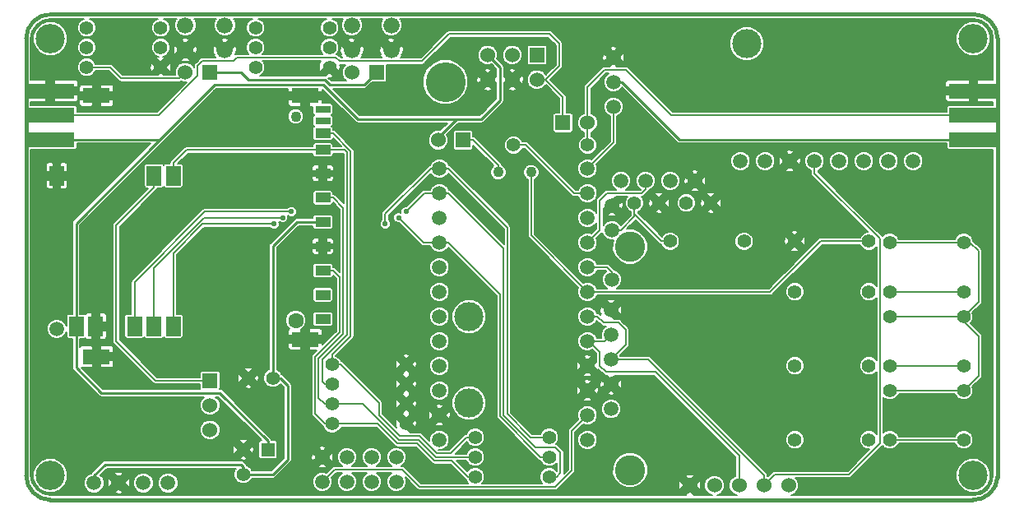
<source format=gtl>
G04 (created by PCBNEW (2013-jul-07)-stable) date So 23 Nov 2014 23:25:05 CET*
%MOIN*%
G04 Gerber Fmt 3.4, Leading zero omitted, Abs format*
%FSLAX34Y34*%
G01*
G70*
G90*
G04 APERTURE LIST*
%ADD10C,0.00590551*%
%ADD11C,0.015*%
%ADD12C,0.0590551*%
%ADD13C,0.11811*%
%ADD14R,0.1102X0.0591*%
%ADD15R,0.0591X0.0276*%
%ADD16R,0.0591X0.0394*%
%ADD17C,0.0433*%
%ADD18C,0.063*%
%ADD19C,0.0591*%
%ADD20R,0.055X0.055*%
%ADD21C,0.055*%
%ADD22C,0.06*%
%ADD23C,0.122047*%
%ADD24C,0.0598425*%
%ADD25C,0.066*%
%ADD26C,0.118504*%
%ADD27R,0.0590551X0.0787402*%
%ADD28R,0.06X0.06*%
%ADD29C,0.0433071*%
%ADD30R,0.19685X0.0590551*%
%ADD31C,0.161417*%
%ADD32C,0.0220472*%
%ADD33C,0.01*%
%ADD34C,0.00669291*%
G04 APERTURE END LIST*
G54D10*
G54D11*
X10000Y-28700D02*
X10000Y-10984D01*
X48346Y-29685D02*
X10984Y-29685D01*
X49370Y-10984D02*
X49370Y-28740D01*
X10984Y-10000D02*
X48385Y-10000D01*
X48346Y-29685D02*
G75*
G03X49370Y-28740I39J984D01*
G74*
G01*
X49370Y-10984D02*
G75*
G03X48385Y-10000I-984J0D01*
G74*
G01*
X10984Y-10000D02*
G75*
G03X10000Y-10984I0J-984D01*
G74*
G01*
X10000Y-28700D02*
G75*
G03X10984Y-29685I984J0D01*
G74*
G01*
G54D12*
X33700Y-26000D03*
X33700Y-25000D03*
X33700Y-24000D03*
X33700Y-23000D03*
X33700Y-22000D03*
G54D13*
X27950Y-22250D03*
X27950Y-25750D03*
G54D14*
X21316Y-23177D03*
X21316Y-13295D03*
X12851Y-13295D03*
X12851Y-23886D03*
G54D15*
X22024Y-13846D03*
X22024Y-14319D03*
G54D16*
X22024Y-14831D03*
X22024Y-15500D03*
X22024Y-16455D03*
X22024Y-17439D03*
X22024Y-18423D03*
X22024Y-19407D03*
X22024Y-20392D03*
X22024Y-21376D03*
X22024Y-22360D03*
G54D17*
X20922Y-14142D03*
G54D18*
X20922Y-22409D03*
G54D19*
X32750Y-27250D03*
X32750Y-26250D03*
X32750Y-25250D03*
X32750Y-24250D03*
X32750Y-23250D03*
X32750Y-22250D03*
X32750Y-21250D03*
X32750Y-20250D03*
X32750Y-19250D03*
X32750Y-18250D03*
X32750Y-17250D03*
X32750Y-16250D03*
X26750Y-16250D03*
X26750Y-17250D03*
X26750Y-18250D03*
X26750Y-19250D03*
X26750Y-20250D03*
X26750Y-21250D03*
X26750Y-22250D03*
X26750Y-23250D03*
X26750Y-24250D03*
X26750Y-25250D03*
X26750Y-26250D03*
X26750Y-27250D03*
X22000Y-28950D03*
X22000Y-27950D03*
X23000Y-28950D03*
X23000Y-27950D03*
X24000Y-28950D03*
X24000Y-27950D03*
X25000Y-28950D03*
X25000Y-27950D03*
G54D20*
X19800Y-27650D03*
G54D21*
X18800Y-27650D03*
X18800Y-28650D03*
G54D22*
X36893Y-29099D03*
X37893Y-29099D03*
X38893Y-29099D03*
X39893Y-29099D03*
X40893Y-29099D03*
G54D23*
X34472Y-19422D03*
X34472Y-28477D03*
G54D19*
X34100Y-16750D03*
X35100Y-16750D03*
X36100Y-16750D03*
X37100Y-16750D03*
X38950Y-15950D03*
X39950Y-15950D03*
X40950Y-15950D03*
X41950Y-15950D03*
X42950Y-15950D03*
X43950Y-15950D03*
X44950Y-15950D03*
X45950Y-15950D03*
G54D13*
X39200Y-11200D03*
G54D24*
X15750Y-29000D03*
X14750Y-29000D03*
X13750Y-29000D03*
X12750Y-29000D03*
G54D21*
X48000Y-22250D03*
X48000Y-24250D03*
X45000Y-22250D03*
X45000Y-24250D03*
X48000Y-25250D03*
X48000Y-27250D03*
X45000Y-25250D03*
X45000Y-27250D03*
X48000Y-19250D03*
X48000Y-21250D03*
X45000Y-19250D03*
X45000Y-21250D03*
G54D25*
X24800Y-10450D03*
X24800Y-11450D03*
X18050Y-10450D03*
X18050Y-11450D03*
X23200Y-10450D03*
X23200Y-11450D03*
X16450Y-10450D03*
X16450Y-11450D03*
G54D21*
X34650Y-17650D03*
X35650Y-17650D03*
X20000Y-24750D03*
X19000Y-24750D03*
X36750Y-17650D03*
X37750Y-17650D03*
G54D19*
X33743Y-17750D03*
X33743Y-18750D03*
X33743Y-20750D03*
G54D26*
X10984Y-10984D03*
X10984Y-28700D03*
X48385Y-10984D03*
X48385Y-28700D03*
G54D27*
X15962Y-16548D03*
X15174Y-16548D03*
X11237Y-16548D03*
X15962Y-22651D03*
X15174Y-22651D03*
X14387Y-22651D03*
X12812Y-22651D03*
X12025Y-22651D03*
G54D12*
X11237Y-22749D03*
G54D21*
X22400Y-25000D03*
X25400Y-25000D03*
X25400Y-24200D03*
X22400Y-24200D03*
X25400Y-26600D03*
X22400Y-26600D03*
X25400Y-25800D03*
X22400Y-25800D03*
X28200Y-28750D03*
X31200Y-28750D03*
X28200Y-27150D03*
X31200Y-27150D03*
X28200Y-27950D03*
X31200Y-27950D03*
X41150Y-19200D03*
X44150Y-19200D03*
X44150Y-27250D03*
X41150Y-27250D03*
X44150Y-21250D03*
X41150Y-21250D03*
X44150Y-24250D03*
X41150Y-24250D03*
X19300Y-10550D03*
X22300Y-10550D03*
X19300Y-11350D03*
X22300Y-11350D03*
X19300Y-12150D03*
X22300Y-12150D03*
X36100Y-19200D03*
X39100Y-19200D03*
X12450Y-10550D03*
X15450Y-10550D03*
X12450Y-11350D03*
X15450Y-11350D03*
X12450Y-12150D03*
X15450Y-12150D03*
X29750Y-15300D03*
X32750Y-15300D03*
G54D28*
X24200Y-12350D03*
G54D22*
X23200Y-12350D03*
G54D28*
X17450Y-12350D03*
G54D22*
X16450Y-12350D03*
G54D28*
X31750Y-14400D03*
G54D22*
X32750Y-14400D03*
G54D29*
X30469Y-16400D03*
X29130Y-16400D03*
G54D28*
X17450Y-24850D03*
G54D22*
X17450Y-25850D03*
X17450Y-26850D03*
G54D30*
X48385Y-15078D03*
X48385Y-14094D03*
X48385Y-13110D03*
X10984Y-13110D03*
X10984Y-14094D03*
X10984Y-15078D03*
G54D31*
X26988Y-12750D03*
G54D19*
X33800Y-12750D03*
X33800Y-11750D03*
X33800Y-13750D03*
G54D28*
X27700Y-15100D03*
G54D22*
X26700Y-15100D03*
G54D28*
X30700Y-11650D03*
G54D22*
X30700Y-12650D03*
X29700Y-11650D03*
X29700Y-12650D03*
X28700Y-11650D03*
X28700Y-12650D03*
G54D32*
X25400Y-18000D03*
X20750Y-18000D03*
X25100Y-18250D03*
X20400Y-18250D03*
X24550Y-18500D03*
X20050Y-18500D03*
G54D33*
X20000Y-24750D02*
X20300Y-24750D01*
X20000Y-28650D02*
X18800Y-28650D01*
X20600Y-28050D02*
X20000Y-28650D01*
X20600Y-25050D02*
X20600Y-28050D01*
X20300Y-24750D02*
X20600Y-25050D01*
X12750Y-29000D02*
X12750Y-28700D01*
X12750Y-28700D02*
X13200Y-28250D01*
X13200Y-28250D02*
X18700Y-28250D01*
X18700Y-28250D02*
X18800Y-28350D01*
X18800Y-28350D02*
X18800Y-28650D01*
X20000Y-24750D02*
X20000Y-19400D01*
X20977Y-18423D02*
X22024Y-18423D01*
X20000Y-19400D02*
X20977Y-18423D01*
X17450Y-12350D02*
X18700Y-12350D01*
X18700Y-12350D02*
X19000Y-12650D01*
X19000Y-12650D02*
X22100Y-12650D01*
X22100Y-12650D02*
X22300Y-12850D01*
X22300Y-12850D02*
X23700Y-12850D01*
X23700Y-12850D02*
X24200Y-12350D01*
G54D34*
X44150Y-19200D02*
X42200Y-19200D01*
X42200Y-19200D02*
X40150Y-21250D01*
X32750Y-21250D02*
X40150Y-21250D01*
X30469Y-16400D02*
X30469Y-18969D01*
X30469Y-18969D02*
X32750Y-21250D01*
X48000Y-22250D02*
X48000Y-22450D01*
X48600Y-24650D02*
X48000Y-25250D01*
X48600Y-23050D02*
X48600Y-24650D01*
X48000Y-22450D02*
X48600Y-23050D01*
X48000Y-19250D02*
X48250Y-19250D01*
X48600Y-21650D02*
X48000Y-22250D01*
X48600Y-19600D02*
X48600Y-21650D01*
X48250Y-19250D02*
X48600Y-19600D01*
X45000Y-19250D02*
X48000Y-19250D01*
X45000Y-22250D02*
X48000Y-22250D01*
X45000Y-25250D02*
X48000Y-25250D01*
X35100Y-16750D02*
X35100Y-17100D01*
X33250Y-18750D02*
X32750Y-19250D01*
X33250Y-17550D02*
X33250Y-18750D01*
X33550Y-17250D02*
X33250Y-17550D01*
X34950Y-17250D02*
X33550Y-17250D01*
X35100Y-17100D02*
X34950Y-17250D01*
X32750Y-20250D02*
X33550Y-20250D01*
X33743Y-20443D02*
X33743Y-20750D01*
X33550Y-20250D02*
X33743Y-20443D01*
X17450Y-24850D02*
X15250Y-24850D01*
X15250Y-24850D02*
X13650Y-23250D01*
X15174Y-17025D02*
X13650Y-18550D01*
X13650Y-18550D02*
X13650Y-23250D01*
X15174Y-16548D02*
X15174Y-17025D01*
X23000Y-23000D02*
X23000Y-15600D01*
X22400Y-25000D02*
X22100Y-25000D01*
X22100Y-25000D02*
X22000Y-24900D01*
X22900Y-15500D02*
X22024Y-15500D01*
X23000Y-15600D02*
X22900Y-15500D01*
X22000Y-24100D02*
X22000Y-24000D01*
X22000Y-24900D02*
X22000Y-24100D01*
X22000Y-24000D02*
X23000Y-23000D01*
X15962Y-16548D02*
X15962Y-16037D01*
X16500Y-15500D02*
X22024Y-15500D01*
X15962Y-16037D02*
X16500Y-15500D01*
X31200Y-28750D02*
X31500Y-28750D01*
X30650Y-27550D02*
X29350Y-26250D01*
X31450Y-27550D02*
X30650Y-27550D01*
X31650Y-27750D02*
X31450Y-27550D01*
X31650Y-28600D02*
X31650Y-27750D01*
X31500Y-28750D02*
X31650Y-28600D01*
X14387Y-22651D02*
X14387Y-20862D01*
X26150Y-17250D02*
X26750Y-17250D01*
X25400Y-18000D02*
X26150Y-17250D01*
X17250Y-18000D02*
X20750Y-18000D01*
X14387Y-20862D02*
X17250Y-18000D01*
X26750Y-17250D02*
X27100Y-17250D01*
X29350Y-19500D02*
X29350Y-26250D01*
X27100Y-17250D02*
X29350Y-19500D01*
X31200Y-27950D02*
X30850Y-27950D01*
X30850Y-27950D02*
X29200Y-26300D01*
X26750Y-19250D02*
X26100Y-19250D01*
X26100Y-19250D02*
X25100Y-18250D01*
X15174Y-22651D02*
X15174Y-20275D01*
X17200Y-18250D02*
X20400Y-18250D01*
X15174Y-20275D02*
X17200Y-18250D01*
X26750Y-19250D02*
X27100Y-19250D01*
X29200Y-21350D02*
X29200Y-26300D01*
X27100Y-19250D02*
X29200Y-21350D01*
X32750Y-22250D02*
X33150Y-22250D01*
X34300Y-23400D02*
X33700Y-24000D01*
X34300Y-22800D02*
X34300Y-23400D01*
X34000Y-22500D02*
X34300Y-22800D01*
X33400Y-22500D02*
X34000Y-22500D01*
X33150Y-22250D02*
X33400Y-22500D01*
X33700Y-24000D02*
X35200Y-24000D01*
X39893Y-28693D02*
X39893Y-29099D01*
X35200Y-24000D02*
X39893Y-28693D01*
X41950Y-15950D02*
X41950Y-16450D01*
X44600Y-19100D02*
X44600Y-27400D01*
X44600Y-27400D02*
X43350Y-28650D01*
X43350Y-28650D02*
X40343Y-28650D01*
X40343Y-28650D02*
X39893Y-29099D01*
X41950Y-16450D02*
X44600Y-19100D01*
X32750Y-23250D02*
X32800Y-23250D01*
X38893Y-27893D02*
X38893Y-29099D01*
X35500Y-24500D02*
X38893Y-27893D01*
X33500Y-24500D02*
X35500Y-24500D01*
X33250Y-24250D02*
X33500Y-24500D01*
X33250Y-23700D02*
X33250Y-24250D01*
X32800Y-23250D02*
X33250Y-23700D01*
X32750Y-23250D02*
X33450Y-23250D01*
X33450Y-23250D02*
X33700Y-23000D01*
X31200Y-27150D02*
X30450Y-27150D01*
X29500Y-26200D02*
X29500Y-18650D01*
X30450Y-27150D02*
X29500Y-26200D01*
X24550Y-18500D02*
X24550Y-18100D01*
X26400Y-16250D02*
X26750Y-16250D01*
X24550Y-18100D02*
X26400Y-16250D01*
X20050Y-18500D02*
X17150Y-18500D01*
X15962Y-19687D02*
X15962Y-22651D01*
X17150Y-18500D02*
X15962Y-19687D01*
X26750Y-16250D02*
X27100Y-16250D01*
X27100Y-16250D02*
X29500Y-18650D01*
X33800Y-13750D02*
X33800Y-15200D01*
X33800Y-15200D02*
X32750Y-16250D01*
X22000Y-28950D02*
X22000Y-28950D01*
X22500Y-28450D02*
X25250Y-28450D01*
X22000Y-28950D02*
X22500Y-28450D01*
X32100Y-26900D02*
X32100Y-28500D01*
X32100Y-26900D02*
X32750Y-26250D01*
X32100Y-28500D02*
X31450Y-29150D01*
X31450Y-29150D02*
X25950Y-29150D01*
X25950Y-29150D02*
X25250Y-28450D01*
X32750Y-17250D02*
X32200Y-17250D01*
X30250Y-15300D02*
X29750Y-15300D01*
X32200Y-17250D02*
X30250Y-15300D01*
X16950Y-12100D02*
X16950Y-12500D01*
X15355Y-14094D02*
X10984Y-14094D01*
X16950Y-12500D02*
X15355Y-14094D01*
X26050Y-11900D02*
X22700Y-11900D01*
X31050Y-12650D02*
X31600Y-12100D01*
X31600Y-12100D02*
X31600Y-11200D01*
X31600Y-11200D02*
X31200Y-10800D01*
X31200Y-10800D02*
X27150Y-10800D01*
X27150Y-10800D02*
X26050Y-11900D01*
X17150Y-11900D02*
X16950Y-12100D01*
X18400Y-11900D02*
X17150Y-11900D01*
X18550Y-11750D02*
X18400Y-11900D01*
X22550Y-11750D02*
X18550Y-11750D01*
X22700Y-11900D02*
X22550Y-11750D01*
X30700Y-12650D02*
X31050Y-12650D01*
X31050Y-12650D02*
X31750Y-13350D01*
X31750Y-13350D02*
X31750Y-14400D01*
X28200Y-27150D02*
X27850Y-27150D01*
X27850Y-27150D02*
X27200Y-27800D01*
X25150Y-27100D02*
X25938Y-27100D01*
X26638Y-27800D02*
X27200Y-27800D01*
X25938Y-27100D02*
X26638Y-27800D01*
X22400Y-24200D02*
X22750Y-24200D01*
X24300Y-26250D02*
X25150Y-27100D01*
X24300Y-25750D02*
X24300Y-26250D01*
X22750Y-24200D02*
X24300Y-25750D01*
X22400Y-24200D02*
X22400Y-23800D01*
X22400Y-23800D02*
X23150Y-23050D01*
X22431Y-14831D02*
X22024Y-14831D01*
X23150Y-15550D02*
X22431Y-14831D01*
X23150Y-23050D02*
X23150Y-15550D01*
X45000Y-24250D02*
X48000Y-24250D01*
X33743Y-18750D02*
X34100Y-18750D01*
X34650Y-18200D02*
X34650Y-17650D01*
X34100Y-18750D02*
X34650Y-18200D01*
X36100Y-19200D02*
X35750Y-19200D01*
X35750Y-19200D02*
X34650Y-18100D01*
X34650Y-18100D02*
X34650Y-17650D01*
X25100Y-27250D02*
X25900Y-27250D01*
X26600Y-27950D02*
X28200Y-27950D01*
X25900Y-27250D02*
X26600Y-27950D01*
X21850Y-23950D02*
X21850Y-25550D01*
X21850Y-23950D02*
X22850Y-22950D01*
X22400Y-25800D02*
X22100Y-25800D01*
X22100Y-25800D02*
X21850Y-25550D01*
X22439Y-17439D02*
X22024Y-17439D01*
X22850Y-22950D02*
X22850Y-17850D01*
X22850Y-17850D02*
X22439Y-17439D01*
X22400Y-25800D02*
X23650Y-25800D01*
X23650Y-25800D02*
X25100Y-27250D01*
X48385Y-14094D02*
X36144Y-14094D01*
X36144Y-14094D02*
X34300Y-12250D01*
X34300Y-12250D02*
X33450Y-12250D01*
X32750Y-12950D02*
X32750Y-14400D01*
X33450Y-12250D02*
X32750Y-12950D01*
X32750Y-14400D02*
X32750Y-15300D01*
X28200Y-28750D02*
X27900Y-28750D01*
X27250Y-28100D02*
X26550Y-28100D01*
X27900Y-28750D02*
X27250Y-28100D01*
X21700Y-23900D02*
X22700Y-22900D01*
X26550Y-28100D02*
X25850Y-27400D01*
X22400Y-26600D02*
X22100Y-26600D01*
X22442Y-20392D02*
X22024Y-20392D01*
X22700Y-20650D02*
X22442Y-20392D01*
X22700Y-22900D02*
X22700Y-20650D01*
X21700Y-26200D02*
X21700Y-23900D01*
X22100Y-26600D02*
X21700Y-26200D01*
X22400Y-26600D02*
X24250Y-26600D01*
X25050Y-27400D02*
X25850Y-27400D01*
X24250Y-26600D02*
X25050Y-27400D01*
X45000Y-21250D02*
X48000Y-21250D01*
X45000Y-27250D02*
X48000Y-27250D01*
X29130Y-16400D02*
X29130Y-16130D01*
X28100Y-15100D02*
X27700Y-15100D01*
X29130Y-16130D02*
X28100Y-15100D01*
X16200Y-12600D02*
X16450Y-12350D01*
X13850Y-12600D02*
X16200Y-12600D01*
X13400Y-12150D02*
X13850Y-12600D01*
X12450Y-12150D02*
X13400Y-12150D01*
G54D33*
X33800Y-12750D02*
X34150Y-12750D01*
X34150Y-12750D02*
X36478Y-15078D01*
X26700Y-15100D02*
X26700Y-15000D01*
X26700Y-15000D02*
X27450Y-14250D01*
X10984Y-15078D02*
X15421Y-15078D01*
X15421Y-15078D02*
X15400Y-15100D01*
X17475Y-13025D02*
X17450Y-13050D01*
X22050Y-12850D02*
X23450Y-14250D01*
X17650Y-12850D02*
X22050Y-12850D01*
X17450Y-13050D02*
X17650Y-12850D01*
X17100Y-13400D02*
X17450Y-13050D01*
X16417Y-14082D02*
X17100Y-13400D01*
X48385Y-15078D02*
X36478Y-15078D01*
X19800Y-27650D02*
X19800Y-27300D01*
X13050Y-25350D02*
X12025Y-24325D01*
X17850Y-25350D02*
X13050Y-25350D01*
X19800Y-27300D02*
X17850Y-25350D01*
X29200Y-12150D02*
X28700Y-11650D01*
X29200Y-13500D02*
X29200Y-12150D01*
X28450Y-14250D02*
X29200Y-13500D01*
X23450Y-14250D02*
X27450Y-14250D01*
X27450Y-14250D02*
X28450Y-14250D01*
X12025Y-22651D02*
X12025Y-18474D01*
X12025Y-18474D02*
X15400Y-15100D01*
X15400Y-15100D02*
X15450Y-15050D01*
X15450Y-15050D02*
X15750Y-14750D01*
X15750Y-14750D02*
X16417Y-14082D01*
X12025Y-24325D02*
X12025Y-22651D01*
G54D10*
G36*
X22964Y-12691D02*
X22365Y-12691D01*
X22247Y-12573D01*
X22337Y-12583D01*
X22431Y-12564D01*
X22466Y-12510D01*
X22300Y-12344D01*
X22143Y-12500D01*
X22105Y-12492D01*
X22100Y-12491D01*
X19476Y-12491D01*
X19516Y-12475D01*
X19624Y-12367D01*
X19683Y-12226D01*
X19683Y-12074D01*
X19625Y-11933D01*
X19583Y-11891D01*
X21944Y-11891D01*
X21877Y-11958D01*
X21917Y-11998D01*
X21885Y-12018D01*
X21866Y-12187D01*
X21885Y-12281D01*
X21939Y-12316D01*
X22105Y-12150D01*
X22081Y-12126D01*
X22276Y-11931D01*
X22300Y-11955D01*
X22323Y-11931D01*
X22518Y-12126D01*
X22494Y-12150D01*
X22660Y-12316D01*
X22714Y-12281D01*
X22733Y-12112D01*
X22719Y-12041D01*
X22930Y-12041D01*
X22854Y-12118D01*
X22791Y-12268D01*
X22791Y-12430D01*
X22853Y-12580D01*
X22964Y-12691D01*
X22964Y-12691D01*
G37*
G54D34*
X22964Y-12691D02*
X22365Y-12691D01*
X22247Y-12573D01*
X22337Y-12583D01*
X22431Y-12564D01*
X22466Y-12510D01*
X22300Y-12344D01*
X22143Y-12500D01*
X22105Y-12492D01*
X22100Y-12491D01*
X19476Y-12491D01*
X19516Y-12475D01*
X19624Y-12367D01*
X19683Y-12226D01*
X19683Y-12074D01*
X19625Y-11933D01*
X19583Y-11891D01*
X21944Y-11891D01*
X21877Y-11958D01*
X21917Y-11998D01*
X21885Y-12018D01*
X21866Y-12187D01*
X21885Y-12281D01*
X21939Y-12316D01*
X22105Y-12150D01*
X22081Y-12126D01*
X22276Y-11931D01*
X22300Y-11955D01*
X22323Y-11931D01*
X22518Y-12126D01*
X22494Y-12150D01*
X22660Y-12316D01*
X22714Y-12281D01*
X22733Y-12112D01*
X22719Y-12041D01*
X22930Y-12041D01*
X22854Y-12118D01*
X22791Y-12268D01*
X22791Y-12430D01*
X22853Y-12580D01*
X22964Y-12691D01*
G54D10*
G36*
X34508Y-18141D02*
X34196Y-18452D01*
X34196Y-17706D01*
X34178Y-17616D01*
X34124Y-17578D01*
X33952Y-17750D01*
X34124Y-17921D01*
X34178Y-17883D01*
X34196Y-17706D01*
X34196Y-18452D01*
X34098Y-18551D01*
X34085Y-18521D01*
X33972Y-18407D01*
X33915Y-18384D01*
X33915Y-18130D01*
X33743Y-17958D01*
X33571Y-18130D01*
X33609Y-18185D01*
X33786Y-18203D01*
X33877Y-18185D01*
X33915Y-18130D01*
X33915Y-18384D01*
X33823Y-18346D01*
X33663Y-18346D01*
X33514Y-18407D01*
X33401Y-18520D01*
X33391Y-18543D01*
X33391Y-17892D01*
X33534Y-17750D01*
X33517Y-17733D01*
X33726Y-17524D01*
X33743Y-17541D01*
X33892Y-17391D01*
X34366Y-17391D01*
X34325Y-17432D01*
X34266Y-17573D01*
X34266Y-17725D01*
X34324Y-17866D01*
X34432Y-17974D01*
X34508Y-18006D01*
X34508Y-18100D01*
X34508Y-18141D01*
X34508Y-18141D01*
G37*
G54D34*
X34508Y-18141D02*
X34196Y-18452D01*
X34196Y-17706D01*
X34178Y-17616D01*
X34124Y-17578D01*
X33952Y-17750D01*
X34124Y-17921D01*
X34178Y-17883D01*
X34196Y-17706D01*
X34196Y-18452D01*
X34098Y-18551D01*
X34085Y-18521D01*
X33972Y-18407D01*
X33915Y-18384D01*
X33915Y-18130D01*
X33743Y-17958D01*
X33571Y-18130D01*
X33609Y-18185D01*
X33786Y-18203D01*
X33877Y-18185D01*
X33915Y-18130D01*
X33915Y-18384D01*
X33823Y-18346D01*
X33663Y-18346D01*
X33514Y-18407D01*
X33401Y-18520D01*
X33391Y-18543D01*
X33391Y-17892D01*
X33534Y-17750D01*
X33517Y-17733D01*
X33726Y-17524D01*
X33743Y-17541D01*
X33892Y-17391D01*
X34366Y-17391D01*
X34325Y-17432D01*
X34266Y-17573D01*
X34266Y-17725D01*
X34324Y-17866D01*
X34432Y-17974D01*
X34508Y-18006D01*
X34508Y-18100D01*
X34508Y-18141D01*
G54D10*
G36*
X49186Y-28717D02*
X49110Y-29034D01*
X49086Y-29067D01*
X49086Y-28562D01*
X48980Y-28304D01*
X48783Y-28107D01*
X48525Y-28000D01*
X48247Y-27999D01*
X47989Y-28106D01*
X47792Y-28303D01*
X47685Y-28560D01*
X47684Y-28839D01*
X47791Y-29097D01*
X47988Y-29294D01*
X48245Y-29401D01*
X48524Y-29401D01*
X48782Y-29295D01*
X48979Y-29098D01*
X49086Y-28840D01*
X49086Y-28562D01*
X49086Y-29067D01*
X48927Y-29286D01*
X48662Y-29449D01*
X48332Y-29501D01*
X40989Y-29501D01*
X41124Y-29445D01*
X41239Y-29331D01*
X41301Y-29181D01*
X41302Y-29018D01*
X41240Y-28868D01*
X41163Y-28791D01*
X43350Y-28791D01*
X43350Y-28791D01*
X43404Y-28780D01*
X43450Y-28750D01*
X44700Y-27500D01*
X44703Y-27495D01*
X44782Y-27574D01*
X44923Y-27633D01*
X45075Y-27633D01*
X45216Y-27575D01*
X45324Y-27467D01*
X45356Y-27391D01*
X47643Y-27391D01*
X47674Y-27466D01*
X47782Y-27574D01*
X47923Y-27633D01*
X48075Y-27633D01*
X48216Y-27575D01*
X48324Y-27467D01*
X48383Y-27326D01*
X48383Y-27174D01*
X48325Y-27033D01*
X48217Y-26925D01*
X48076Y-26866D01*
X47924Y-26866D01*
X47783Y-26924D01*
X47675Y-27032D01*
X47643Y-27108D01*
X45356Y-27108D01*
X45325Y-27033D01*
X45217Y-26925D01*
X45076Y-26866D01*
X44924Y-26866D01*
X44783Y-26924D01*
X44741Y-26966D01*
X44741Y-25533D01*
X44782Y-25574D01*
X44923Y-25633D01*
X45075Y-25633D01*
X45216Y-25575D01*
X45324Y-25467D01*
X45356Y-25391D01*
X47643Y-25391D01*
X47674Y-25466D01*
X47782Y-25574D01*
X47923Y-25633D01*
X48075Y-25633D01*
X48216Y-25575D01*
X48324Y-25467D01*
X48383Y-25326D01*
X48383Y-25174D01*
X48352Y-25098D01*
X48700Y-24750D01*
X48700Y-24750D01*
X48730Y-24704D01*
X48730Y-24704D01*
X48732Y-24695D01*
X48741Y-24650D01*
X48741Y-24650D01*
X48741Y-23050D01*
X48732Y-23004D01*
X48730Y-22995D01*
X48730Y-22995D01*
X48700Y-22949D01*
X48700Y-22949D01*
X48271Y-22520D01*
X48324Y-22467D01*
X48383Y-22326D01*
X48383Y-22174D01*
X48352Y-22098D01*
X48700Y-21750D01*
X48700Y-21750D01*
X48730Y-21704D01*
X48730Y-21704D01*
X48732Y-21695D01*
X48741Y-21650D01*
X48741Y-21650D01*
X48741Y-19600D01*
X48741Y-19599D01*
X48730Y-19545D01*
X48730Y-19545D01*
X48720Y-19530D01*
X48700Y-19499D01*
X48700Y-19499D01*
X48383Y-19182D01*
X48383Y-19174D01*
X48325Y-19033D01*
X48217Y-18925D01*
X48076Y-18866D01*
X47924Y-18866D01*
X47783Y-18924D01*
X47675Y-19032D01*
X47643Y-19108D01*
X46353Y-19108D01*
X46353Y-15870D01*
X46292Y-15721D01*
X46179Y-15607D01*
X46030Y-15546D01*
X45870Y-15546D01*
X45721Y-15607D01*
X45607Y-15720D01*
X45546Y-15869D01*
X45546Y-16029D01*
X45607Y-16178D01*
X45720Y-16292D01*
X45869Y-16353D01*
X46029Y-16353D01*
X46178Y-16292D01*
X46292Y-16179D01*
X46353Y-16030D01*
X46353Y-15870D01*
X46353Y-19108D01*
X45356Y-19108D01*
X45353Y-19102D01*
X45353Y-15870D01*
X45292Y-15721D01*
X45179Y-15607D01*
X45030Y-15546D01*
X44870Y-15546D01*
X44721Y-15607D01*
X44607Y-15720D01*
X44546Y-15869D01*
X44546Y-16029D01*
X44607Y-16178D01*
X44720Y-16292D01*
X44869Y-16353D01*
X45029Y-16353D01*
X45178Y-16292D01*
X45292Y-16179D01*
X45353Y-16030D01*
X45353Y-15870D01*
X45353Y-19102D01*
X45325Y-19033D01*
X45217Y-18925D01*
X45076Y-18866D01*
X44924Y-18866D01*
X44783Y-18924D01*
X44703Y-19004D01*
X44700Y-18999D01*
X44700Y-18999D01*
X44353Y-18653D01*
X44353Y-15870D01*
X44292Y-15721D01*
X44179Y-15607D01*
X44030Y-15546D01*
X43870Y-15546D01*
X43721Y-15607D01*
X43607Y-15720D01*
X43546Y-15869D01*
X43546Y-16029D01*
X43607Y-16178D01*
X43720Y-16292D01*
X43869Y-16353D01*
X44029Y-16353D01*
X44178Y-16292D01*
X44292Y-16179D01*
X44353Y-16030D01*
X44353Y-15870D01*
X44353Y-18653D01*
X43353Y-17653D01*
X43353Y-15870D01*
X43292Y-15721D01*
X43179Y-15607D01*
X43030Y-15546D01*
X42870Y-15546D01*
X42721Y-15607D01*
X42607Y-15720D01*
X42546Y-15869D01*
X42546Y-16029D01*
X42607Y-16178D01*
X42720Y-16292D01*
X42869Y-16353D01*
X43029Y-16353D01*
X43178Y-16292D01*
X43292Y-16179D01*
X43353Y-16030D01*
X43353Y-15870D01*
X43353Y-17653D01*
X42091Y-16391D01*
X42091Y-16328D01*
X42178Y-16292D01*
X42292Y-16179D01*
X42353Y-16030D01*
X42353Y-15870D01*
X42292Y-15721D01*
X42179Y-15607D01*
X42030Y-15546D01*
X41870Y-15546D01*
X41721Y-15607D01*
X41607Y-15720D01*
X41546Y-15869D01*
X41546Y-16029D01*
X41607Y-16178D01*
X41720Y-16292D01*
X41808Y-16328D01*
X41808Y-16450D01*
X41819Y-16504D01*
X41849Y-16550D01*
X44116Y-18816D01*
X44074Y-18816D01*
X43933Y-18874D01*
X43825Y-18982D01*
X43793Y-19058D01*
X42200Y-19058D01*
X42145Y-19069D01*
X42099Y-19099D01*
X41583Y-19616D01*
X41583Y-19162D01*
X41564Y-19068D01*
X41510Y-19033D01*
X41403Y-19140D01*
X41403Y-15906D01*
X41385Y-15816D01*
X41330Y-15778D01*
X41158Y-15950D01*
X41330Y-16121D01*
X41385Y-16083D01*
X41403Y-15906D01*
X41403Y-19140D01*
X41344Y-19200D01*
X41510Y-19366D01*
X41564Y-19331D01*
X41583Y-19162D01*
X41583Y-19616D01*
X41316Y-19883D01*
X41316Y-19560D01*
X41316Y-18839D01*
X41281Y-18785D01*
X41121Y-18767D01*
X41121Y-16330D01*
X41121Y-15569D01*
X41083Y-15514D01*
X40906Y-15496D01*
X40816Y-15514D01*
X40778Y-15569D01*
X40950Y-15741D01*
X41121Y-15569D01*
X41121Y-16330D01*
X40950Y-16158D01*
X40778Y-16330D01*
X40816Y-16385D01*
X40993Y-16403D01*
X41083Y-16385D01*
X41121Y-16330D01*
X41121Y-18767D01*
X41112Y-18766D01*
X41018Y-18785D01*
X40983Y-18839D01*
X41150Y-19005D01*
X41316Y-18839D01*
X41316Y-19560D01*
X41150Y-19394D01*
X40983Y-19560D01*
X41018Y-19614D01*
X41187Y-19633D01*
X41281Y-19614D01*
X41316Y-19560D01*
X41316Y-19883D01*
X40955Y-20244D01*
X40955Y-19200D01*
X40789Y-19033D01*
X40741Y-19065D01*
X40741Y-15950D01*
X40569Y-15778D01*
X40514Y-15816D01*
X40496Y-15993D01*
X40514Y-16083D01*
X40569Y-16121D01*
X40741Y-15950D01*
X40741Y-19065D01*
X40735Y-19068D01*
X40716Y-19237D01*
X40735Y-19331D01*
X40789Y-19366D01*
X40955Y-19200D01*
X40955Y-20244D01*
X40353Y-20845D01*
X40353Y-15870D01*
X40292Y-15721D01*
X40179Y-15607D01*
X40030Y-15546D01*
X39870Y-15546D01*
X39721Y-15607D01*
X39607Y-15720D01*
X39546Y-15869D01*
X39546Y-16029D01*
X39607Y-16178D01*
X39720Y-16292D01*
X39869Y-16353D01*
X40029Y-16353D01*
X40178Y-16292D01*
X40292Y-16179D01*
X40353Y-16030D01*
X40353Y-15870D01*
X40353Y-20845D01*
X40091Y-21108D01*
X39483Y-21108D01*
X39483Y-19124D01*
X39425Y-18983D01*
X39353Y-18911D01*
X39353Y-15870D01*
X39292Y-15721D01*
X39179Y-15607D01*
X39030Y-15546D01*
X38870Y-15546D01*
X38721Y-15607D01*
X38607Y-15720D01*
X38546Y-15869D01*
X38546Y-16029D01*
X38607Y-16178D01*
X38720Y-16292D01*
X38869Y-16353D01*
X39029Y-16353D01*
X39178Y-16292D01*
X39292Y-16179D01*
X39353Y-16030D01*
X39353Y-15870D01*
X39353Y-18911D01*
X39317Y-18875D01*
X39176Y-18816D01*
X39024Y-18816D01*
X38883Y-18874D01*
X38775Y-18982D01*
X38716Y-19123D01*
X38716Y-19275D01*
X38774Y-19416D01*
X38882Y-19524D01*
X39023Y-19583D01*
X39175Y-19583D01*
X39316Y-19525D01*
X39424Y-19417D01*
X39483Y-19276D01*
X39483Y-19124D01*
X39483Y-21108D01*
X38183Y-21108D01*
X38183Y-17612D01*
X38164Y-17518D01*
X38110Y-17483D01*
X37944Y-17650D01*
X38110Y-17816D01*
X38164Y-17781D01*
X38183Y-17612D01*
X38183Y-21108D01*
X37916Y-21108D01*
X37916Y-18010D01*
X37916Y-17289D01*
X37881Y-17235D01*
X37712Y-17216D01*
X37618Y-17235D01*
X37583Y-17289D01*
X37750Y-17455D01*
X37916Y-17289D01*
X37916Y-18010D01*
X37750Y-17844D01*
X37583Y-18010D01*
X37618Y-18064D01*
X37787Y-18083D01*
X37881Y-18064D01*
X37916Y-18010D01*
X37916Y-21108D01*
X37555Y-21108D01*
X37555Y-17650D01*
X37553Y-17648D01*
X37553Y-16706D01*
X37535Y-16616D01*
X37480Y-16578D01*
X37308Y-16750D01*
X37480Y-16921D01*
X37535Y-16883D01*
X37553Y-16706D01*
X37553Y-17648D01*
X37389Y-17483D01*
X37335Y-17518D01*
X37316Y-17687D01*
X37335Y-17781D01*
X37389Y-17816D01*
X37555Y-17650D01*
X37555Y-21108D01*
X37271Y-21108D01*
X37271Y-17130D01*
X37271Y-16369D01*
X37233Y-16314D01*
X37056Y-16296D01*
X36966Y-16314D01*
X36928Y-16369D01*
X37100Y-16541D01*
X37271Y-16369D01*
X37271Y-17130D01*
X37100Y-16958D01*
X36928Y-17130D01*
X36966Y-17185D01*
X37143Y-17203D01*
X37233Y-17185D01*
X37271Y-17130D01*
X37271Y-21108D01*
X37133Y-21108D01*
X37133Y-17574D01*
X37075Y-17433D01*
X36967Y-17325D01*
X36891Y-17293D01*
X36891Y-16750D01*
X36719Y-16578D01*
X36664Y-16616D01*
X36646Y-16793D01*
X36664Y-16883D01*
X36719Y-16921D01*
X36891Y-16750D01*
X36891Y-17293D01*
X36826Y-17266D01*
X36674Y-17266D01*
X36533Y-17324D01*
X36503Y-17354D01*
X36503Y-16670D01*
X36442Y-16521D01*
X36329Y-16407D01*
X36180Y-16346D01*
X36020Y-16346D01*
X35871Y-16407D01*
X35757Y-16520D01*
X35696Y-16669D01*
X35696Y-16829D01*
X35757Y-16978D01*
X35870Y-17092D01*
X36019Y-17153D01*
X36179Y-17153D01*
X36328Y-17092D01*
X36442Y-16979D01*
X36503Y-16830D01*
X36503Y-16670D01*
X36503Y-17354D01*
X36425Y-17432D01*
X36366Y-17573D01*
X36366Y-17725D01*
X36424Y-17866D01*
X36532Y-17974D01*
X36673Y-18033D01*
X36825Y-18033D01*
X36966Y-17975D01*
X37074Y-17867D01*
X37133Y-17726D01*
X37133Y-17574D01*
X37133Y-21108D01*
X36483Y-21108D01*
X36483Y-19124D01*
X36425Y-18983D01*
X36317Y-18875D01*
X36176Y-18816D01*
X36083Y-18816D01*
X36083Y-17612D01*
X36064Y-17518D01*
X36010Y-17483D01*
X35844Y-17650D01*
X36010Y-17816D01*
X36064Y-17781D01*
X36083Y-17612D01*
X36083Y-18816D01*
X36024Y-18816D01*
X35883Y-18874D01*
X35816Y-18941D01*
X35816Y-18010D01*
X35816Y-17289D01*
X35781Y-17235D01*
X35612Y-17216D01*
X35518Y-17235D01*
X35483Y-17289D01*
X35650Y-17455D01*
X35816Y-17289D01*
X35816Y-18010D01*
X35650Y-17844D01*
X35483Y-18010D01*
X35518Y-18064D01*
X35687Y-18083D01*
X35781Y-18064D01*
X35816Y-18010D01*
X35816Y-18941D01*
X35775Y-18982D01*
X35762Y-19012D01*
X35455Y-18705D01*
X35455Y-17650D01*
X35289Y-17483D01*
X35235Y-17518D01*
X35216Y-17687D01*
X35235Y-17781D01*
X35289Y-17816D01*
X35455Y-17650D01*
X35455Y-18705D01*
X34791Y-18041D01*
X34791Y-18006D01*
X34866Y-17975D01*
X34974Y-17867D01*
X35033Y-17726D01*
X35033Y-17574D01*
X34975Y-17433D01*
X34933Y-17391D01*
X34950Y-17391D01*
X34950Y-17391D01*
X35004Y-17380D01*
X35050Y-17350D01*
X35200Y-17200D01*
X35200Y-17200D01*
X35230Y-17154D01*
X35230Y-17154D01*
X35232Y-17145D01*
X35235Y-17130D01*
X35328Y-17092D01*
X35442Y-16979D01*
X35503Y-16830D01*
X35503Y-16670D01*
X35442Y-16521D01*
X35329Y-16407D01*
X35180Y-16346D01*
X35020Y-16346D01*
X34871Y-16407D01*
X34757Y-16520D01*
X34696Y-16669D01*
X34696Y-16829D01*
X34757Y-16978D01*
X34870Y-17092D01*
X34896Y-17102D01*
X34891Y-17108D01*
X34290Y-17108D01*
X34328Y-17092D01*
X34442Y-16979D01*
X34503Y-16830D01*
X34503Y-16670D01*
X34442Y-16521D01*
X34329Y-16407D01*
X34203Y-16355D01*
X34203Y-13670D01*
X34142Y-13521D01*
X34029Y-13407D01*
X33880Y-13346D01*
X33720Y-13346D01*
X33571Y-13407D01*
X33457Y-13520D01*
X33396Y-13669D01*
X33396Y-13829D01*
X33457Y-13978D01*
X33570Y-14092D01*
X33658Y-14128D01*
X33658Y-15141D01*
X32917Y-15882D01*
X32830Y-15846D01*
X32670Y-15846D01*
X32521Y-15907D01*
X32407Y-16020D01*
X32346Y-16169D01*
X32346Y-16329D01*
X32407Y-16478D01*
X32520Y-16592D01*
X32669Y-16653D01*
X32829Y-16653D01*
X32978Y-16592D01*
X33092Y-16479D01*
X33153Y-16330D01*
X33153Y-16170D01*
X33117Y-16082D01*
X33900Y-15300D01*
X33900Y-15300D01*
X33920Y-15269D01*
X33930Y-15254D01*
X33930Y-15254D01*
X33941Y-15200D01*
X33941Y-15200D01*
X33941Y-14128D01*
X34028Y-14092D01*
X34142Y-13979D01*
X34203Y-13830D01*
X34203Y-13670D01*
X34203Y-16355D01*
X34180Y-16346D01*
X34020Y-16346D01*
X33871Y-16407D01*
X33757Y-16520D01*
X33696Y-16669D01*
X33696Y-16829D01*
X33757Y-16978D01*
X33870Y-17092D01*
X33909Y-17108D01*
X33550Y-17108D01*
X33495Y-17119D01*
X33480Y-17129D01*
X33449Y-17149D01*
X33153Y-17445D01*
X33153Y-17170D01*
X33092Y-17021D01*
X32979Y-16907D01*
X32830Y-16846D01*
X32670Y-16846D01*
X32521Y-16907D01*
X32407Y-17020D01*
X32371Y-17108D01*
X32258Y-17108D01*
X30350Y-15199D01*
X30304Y-15169D01*
X30250Y-15158D01*
X30158Y-15158D01*
X30158Y-12605D01*
X30140Y-12515D01*
X30108Y-12493D01*
X30108Y-11569D01*
X30046Y-11419D01*
X29931Y-11304D01*
X29781Y-11241D01*
X29619Y-11241D01*
X29469Y-11303D01*
X29354Y-11418D01*
X29291Y-11568D01*
X29291Y-11730D01*
X29353Y-11880D01*
X29468Y-11995D01*
X29618Y-12058D01*
X29780Y-12058D01*
X29930Y-11996D01*
X30045Y-11881D01*
X30108Y-11731D01*
X30108Y-11569D01*
X30108Y-12493D01*
X30085Y-12476D01*
X29912Y-12650D01*
X30085Y-12823D01*
X30140Y-12784D01*
X30158Y-12605D01*
X30158Y-15158D01*
X30106Y-15158D01*
X30075Y-15083D01*
X29967Y-14975D01*
X29873Y-14936D01*
X29873Y-13035D01*
X29873Y-12264D01*
X29834Y-12209D01*
X29655Y-12191D01*
X29565Y-12209D01*
X29526Y-12264D01*
X29700Y-12437D01*
X29873Y-12264D01*
X29873Y-13035D01*
X29700Y-12862D01*
X29526Y-13035D01*
X29565Y-13090D01*
X29744Y-13108D01*
X29834Y-13090D01*
X29873Y-13035D01*
X29873Y-14936D01*
X29826Y-14916D01*
X29674Y-14916D01*
X29533Y-14974D01*
X29425Y-15082D01*
X29366Y-15223D01*
X29366Y-15375D01*
X29424Y-15516D01*
X29532Y-15624D01*
X29673Y-15683D01*
X29825Y-15683D01*
X29966Y-15625D01*
X30074Y-15517D01*
X30106Y-15441D01*
X30191Y-15441D01*
X32099Y-17350D01*
X32099Y-17350D01*
X32130Y-17370D01*
X32145Y-17380D01*
X32145Y-17380D01*
X32199Y-17391D01*
X32200Y-17391D01*
X32371Y-17391D01*
X32407Y-17478D01*
X32520Y-17592D01*
X32669Y-17653D01*
X32829Y-17653D01*
X32978Y-17592D01*
X33092Y-17479D01*
X33153Y-17330D01*
X33153Y-17170D01*
X33153Y-17445D01*
X33149Y-17449D01*
X33119Y-17495D01*
X33108Y-17550D01*
X33108Y-18059D01*
X33092Y-18021D01*
X32979Y-17907D01*
X32830Y-17846D01*
X32670Y-17846D01*
X32521Y-17907D01*
X32407Y-18020D01*
X32346Y-18169D01*
X32346Y-18329D01*
X32407Y-18478D01*
X32520Y-18592D01*
X32669Y-18653D01*
X32829Y-18653D01*
X32978Y-18592D01*
X33092Y-18479D01*
X33108Y-18440D01*
X33108Y-18691D01*
X32917Y-18882D01*
X32830Y-18846D01*
X32670Y-18846D01*
X32521Y-18907D01*
X32407Y-19020D01*
X32346Y-19169D01*
X32346Y-19329D01*
X32407Y-19478D01*
X32520Y-19592D01*
X32669Y-19653D01*
X32829Y-19653D01*
X32978Y-19592D01*
X33092Y-19479D01*
X33153Y-19330D01*
X33153Y-19170D01*
X33117Y-19082D01*
X33348Y-18851D01*
X33400Y-18978D01*
X33514Y-19092D01*
X33662Y-19153D01*
X33805Y-19153D01*
X33754Y-19278D01*
X33753Y-19564D01*
X33862Y-19828D01*
X34064Y-20031D01*
X34328Y-20140D01*
X34614Y-20141D01*
X34878Y-20031D01*
X35081Y-19829D01*
X35190Y-19565D01*
X35191Y-19280D01*
X35081Y-19015D01*
X34879Y-18813D01*
X34615Y-18704D01*
X34346Y-18703D01*
X34700Y-18350D01*
X35649Y-19300D01*
X35649Y-19300D01*
X35680Y-19320D01*
X35695Y-19330D01*
X35695Y-19330D01*
X35743Y-19340D01*
X35774Y-19416D01*
X35882Y-19524D01*
X36023Y-19583D01*
X36175Y-19583D01*
X36316Y-19525D01*
X36424Y-19417D01*
X36483Y-19276D01*
X36483Y-19124D01*
X36483Y-21108D01*
X33933Y-21108D01*
X33971Y-21092D01*
X34085Y-20979D01*
X34147Y-20830D01*
X34147Y-20670D01*
X34085Y-20521D01*
X33972Y-20407D01*
X33854Y-20358D01*
X33854Y-20358D01*
X33843Y-20343D01*
X33843Y-20343D01*
X33650Y-20149D01*
X33604Y-20119D01*
X33550Y-20108D01*
X33128Y-20108D01*
X33092Y-20021D01*
X32979Y-19907D01*
X32830Y-19846D01*
X32670Y-19846D01*
X32521Y-19907D01*
X32407Y-20020D01*
X32346Y-20169D01*
X32346Y-20329D01*
X32407Y-20478D01*
X32520Y-20592D01*
X32669Y-20653D01*
X32829Y-20653D01*
X32978Y-20592D01*
X33092Y-20479D01*
X33128Y-20391D01*
X33491Y-20391D01*
X33510Y-20411D01*
X33401Y-20520D01*
X33339Y-20669D01*
X33339Y-20829D01*
X33400Y-20978D01*
X33514Y-21092D01*
X33553Y-21108D01*
X33128Y-21108D01*
X33092Y-21021D01*
X32979Y-20907D01*
X32830Y-20846D01*
X32670Y-20846D01*
X32582Y-20882D01*
X30611Y-18910D01*
X30611Y-16692D01*
X30653Y-16675D01*
X30744Y-16584D01*
X30794Y-16464D01*
X30794Y-16335D01*
X30744Y-16216D01*
X30653Y-16124D01*
X30534Y-16075D01*
X30404Y-16075D01*
X30285Y-16124D01*
X30194Y-16215D01*
X30144Y-16335D01*
X30144Y-16464D01*
X30193Y-16583D01*
X30285Y-16675D01*
X30327Y-16692D01*
X30327Y-18969D01*
X30338Y-19023D01*
X30369Y-19069D01*
X32382Y-21082D01*
X32346Y-21169D01*
X32346Y-21329D01*
X32407Y-21478D01*
X32520Y-21592D01*
X32669Y-21653D01*
X32829Y-21653D01*
X32978Y-21592D01*
X33092Y-21479D01*
X33128Y-21391D01*
X40150Y-21391D01*
X40150Y-21391D01*
X40204Y-21380D01*
X40250Y-21350D01*
X42258Y-19341D01*
X43793Y-19341D01*
X43824Y-19416D01*
X43932Y-19524D01*
X44073Y-19583D01*
X44225Y-19583D01*
X44366Y-19525D01*
X44458Y-19433D01*
X44458Y-21016D01*
X44367Y-20925D01*
X44226Y-20866D01*
X44074Y-20866D01*
X43933Y-20924D01*
X43825Y-21032D01*
X43766Y-21173D01*
X43766Y-21325D01*
X43824Y-21466D01*
X43932Y-21574D01*
X44073Y-21633D01*
X44225Y-21633D01*
X44366Y-21575D01*
X44458Y-21483D01*
X44458Y-24016D01*
X44367Y-23925D01*
X44226Y-23866D01*
X44074Y-23866D01*
X43933Y-23924D01*
X43825Y-24032D01*
X43766Y-24173D01*
X43766Y-24325D01*
X43824Y-24466D01*
X43932Y-24574D01*
X44073Y-24633D01*
X44225Y-24633D01*
X44366Y-24575D01*
X44458Y-24483D01*
X44458Y-27016D01*
X44367Y-26925D01*
X44226Y-26866D01*
X44074Y-26866D01*
X43933Y-26924D01*
X43825Y-27032D01*
X43766Y-27173D01*
X43766Y-27325D01*
X43824Y-27466D01*
X43932Y-27574D01*
X44073Y-27633D01*
X44166Y-27633D01*
X43291Y-28508D01*
X41533Y-28508D01*
X41533Y-27174D01*
X41533Y-24174D01*
X41533Y-21174D01*
X41475Y-21033D01*
X41367Y-20925D01*
X41226Y-20866D01*
X41074Y-20866D01*
X40933Y-20924D01*
X40825Y-21032D01*
X40766Y-21173D01*
X40766Y-21325D01*
X40824Y-21466D01*
X40932Y-21574D01*
X41073Y-21633D01*
X41225Y-21633D01*
X41366Y-21575D01*
X41474Y-21467D01*
X41533Y-21326D01*
X41533Y-21174D01*
X41533Y-24174D01*
X41475Y-24033D01*
X41367Y-23925D01*
X41226Y-23866D01*
X41074Y-23866D01*
X40933Y-23924D01*
X40825Y-24032D01*
X40766Y-24173D01*
X40766Y-24325D01*
X40824Y-24466D01*
X40932Y-24574D01*
X41073Y-24633D01*
X41225Y-24633D01*
X41366Y-24575D01*
X41474Y-24467D01*
X41533Y-24326D01*
X41533Y-24174D01*
X41533Y-27174D01*
X41475Y-27033D01*
X41367Y-26925D01*
X41226Y-26866D01*
X41074Y-26866D01*
X40933Y-26924D01*
X40825Y-27032D01*
X40766Y-27173D01*
X40766Y-27325D01*
X40824Y-27466D01*
X40932Y-27574D01*
X41073Y-27633D01*
X41225Y-27633D01*
X41366Y-27575D01*
X41474Y-27467D01*
X41533Y-27326D01*
X41533Y-27174D01*
X41533Y-28508D01*
X40343Y-28508D01*
X40289Y-28519D01*
X40273Y-28529D01*
X40243Y-28549D01*
X40064Y-28728D01*
X40035Y-28716D01*
X40035Y-28693D01*
X40024Y-28639D01*
X39993Y-28593D01*
X39993Y-28593D01*
X35300Y-23899D01*
X35254Y-23869D01*
X35200Y-23858D01*
X34078Y-23858D01*
X34067Y-23832D01*
X34400Y-23500D01*
X34400Y-23500D01*
X34430Y-23454D01*
X34430Y-23454D01*
X34432Y-23445D01*
X34441Y-23400D01*
X34441Y-23400D01*
X34441Y-22800D01*
X34441Y-22799D01*
X34430Y-22745D01*
X34430Y-22745D01*
X34420Y-22730D01*
X34400Y-22699D01*
X34400Y-22699D01*
X34153Y-22453D01*
X34153Y-21957D01*
X34135Y-21866D01*
X34080Y-21828D01*
X33908Y-22000D01*
X34080Y-22171D01*
X34135Y-22133D01*
X34153Y-21957D01*
X34153Y-22453D01*
X34100Y-22399D01*
X34054Y-22369D01*
X34000Y-22358D01*
X33871Y-22358D01*
X33871Y-21619D01*
X33833Y-21564D01*
X33657Y-21546D01*
X33566Y-21564D01*
X33528Y-21619D01*
X33700Y-21791D01*
X33871Y-21619D01*
X33871Y-22358D01*
X33849Y-22358D01*
X33700Y-22208D01*
X33683Y-22225D01*
X33491Y-22033D01*
X33474Y-22016D01*
X33491Y-22000D01*
X33319Y-21828D01*
X33264Y-21866D01*
X33246Y-22042D01*
X33264Y-22133D01*
X33306Y-22162D01*
X33284Y-22184D01*
X33250Y-22149D01*
X33204Y-22119D01*
X33150Y-22108D01*
X33128Y-22108D01*
X33092Y-22021D01*
X32979Y-21907D01*
X32830Y-21846D01*
X32670Y-21846D01*
X32521Y-21907D01*
X32407Y-22020D01*
X32346Y-22169D01*
X32346Y-22329D01*
X32407Y-22478D01*
X32520Y-22592D01*
X32669Y-22653D01*
X32829Y-22653D01*
X32978Y-22592D01*
X33092Y-22479D01*
X33117Y-22417D01*
X33299Y-22600D01*
X33299Y-22600D01*
X33330Y-22620D01*
X33345Y-22630D01*
X33345Y-22630D01*
X33400Y-22641D01*
X33510Y-22641D01*
X33471Y-22657D01*
X33358Y-22771D01*
X33296Y-22919D01*
X33296Y-23079D01*
X33308Y-23108D01*
X33128Y-23108D01*
X33092Y-23021D01*
X32979Y-22907D01*
X32830Y-22846D01*
X32670Y-22846D01*
X32521Y-22907D01*
X32407Y-23020D01*
X32346Y-23169D01*
X32346Y-23329D01*
X32407Y-23478D01*
X32520Y-23592D01*
X32669Y-23653D01*
X32829Y-23653D01*
X32952Y-23603D01*
X33108Y-23758D01*
X33108Y-24100D01*
X32958Y-24250D01*
X33130Y-24421D01*
X33184Y-24384D01*
X33399Y-24600D01*
X33399Y-24600D01*
X33430Y-24620D01*
X33445Y-24630D01*
X33445Y-24630D01*
X33500Y-24641D01*
X33550Y-24641D01*
X33700Y-24791D01*
X33849Y-24641D01*
X35441Y-24641D01*
X38751Y-27952D01*
X38751Y-28716D01*
X38662Y-28753D01*
X38547Y-28868D01*
X38485Y-29018D01*
X38485Y-29180D01*
X38547Y-29330D01*
X38662Y-29445D01*
X38797Y-29501D01*
X37989Y-29501D01*
X38124Y-29445D01*
X38239Y-29331D01*
X38301Y-29181D01*
X38302Y-29018D01*
X38240Y-28868D01*
X38125Y-28753D01*
X37975Y-28691D01*
X37812Y-28691D01*
X37662Y-28753D01*
X37547Y-28868D01*
X37485Y-29018D01*
X37485Y-29180D01*
X37547Y-29330D01*
X37662Y-29445D01*
X37797Y-29501D01*
X37351Y-29501D01*
X37351Y-29055D01*
X37333Y-28965D01*
X37279Y-28926D01*
X37105Y-29099D01*
X37279Y-29272D01*
X37333Y-29234D01*
X37351Y-29055D01*
X37351Y-29501D01*
X37054Y-29501D01*
X37066Y-29484D01*
X37066Y-28714D01*
X37028Y-28659D01*
X36849Y-28641D01*
X36759Y-28659D01*
X36720Y-28714D01*
X36893Y-28887D01*
X37066Y-28714D01*
X37066Y-29484D01*
X36893Y-29311D01*
X36720Y-29484D01*
X36732Y-29501D01*
X36681Y-29501D01*
X36681Y-29099D01*
X36508Y-28926D01*
X36453Y-28965D01*
X36435Y-29143D01*
X36453Y-29234D01*
X36508Y-29272D01*
X36681Y-29099D01*
X36681Y-29501D01*
X35191Y-29501D01*
X35191Y-28335D01*
X35081Y-28071D01*
X34879Y-27868D01*
X34615Y-27759D01*
X34330Y-27758D01*
X34153Y-27831D01*
X34153Y-24957D01*
X34135Y-24866D01*
X34080Y-24828D01*
X33908Y-25000D01*
X34080Y-25171D01*
X34135Y-25133D01*
X34153Y-24957D01*
X34153Y-27831D01*
X34103Y-27852D01*
X34103Y-25920D01*
X34042Y-25771D01*
X33928Y-25658D01*
X33871Y-25634D01*
X33871Y-25380D01*
X33700Y-25208D01*
X33528Y-25380D01*
X33566Y-25435D01*
X33742Y-25453D01*
X33833Y-25435D01*
X33871Y-25380D01*
X33871Y-25634D01*
X33780Y-25596D01*
X33620Y-25596D01*
X33491Y-25649D01*
X33491Y-25000D01*
X33319Y-24828D01*
X33264Y-24866D01*
X33246Y-25042D01*
X33264Y-25133D01*
X33319Y-25171D01*
X33491Y-25000D01*
X33491Y-25649D01*
X33471Y-25657D01*
X33358Y-25771D01*
X33296Y-25919D01*
X33296Y-26079D01*
X33357Y-26228D01*
X33471Y-26341D01*
X33619Y-26403D01*
X33779Y-26403D01*
X33928Y-26342D01*
X34041Y-26228D01*
X34103Y-26080D01*
X34103Y-25920D01*
X34103Y-27852D01*
X34065Y-27868D01*
X33863Y-28070D01*
X33754Y-28334D01*
X33753Y-28619D01*
X33862Y-28884D01*
X34064Y-29086D01*
X34328Y-29195D01*
X34614Y-29196D01*
X34878Y-29087D01*
X35081Y-28885D01*
X35190Y-28621D01*
X35191Y-28335D01*
X35191Y-29501D01*
X33203Y-29501D01*
X33203Y-25206D01*
X33185Y-25116D01*
X33130Y-25078D01*
X32958Y-25250D01*
X33130Y-25421D01*
X33185Y-25383D01*
X33203Y-25206D01*
X33203Y-29501D01*
X33153Y-29501D01*
X33153Y-27170D01*
X33092Y-27021D01*
X32979Y-26907D01*
X32830Y-26846D01*
X32670Y-26846D01*
X32521Y-26907D01*
X32407Y-27020D01*
X32346Y-27169D01*
X32346Y-27329D01*
X32407Y-27478D01*
X32520Y-27592D01*
X32669Y-27653D01*
X32829Y-27653D01*
X32978Y-27592D01*
X33092Y-27479D01*
X33153Y-27330D01*
X33153Y-27170D01*
X33153Y-29501D01*
X21345Y-29501D01*
X21345Y-22325D01*
X21281Y-22169D01*
X21162Y-22050D01*
X21006Y-21985D01*
X20838Y-21985D01*
X20682Y-22049D01*
X20563Y-22168D01*
X20498Y-22324D01*
X20498Y-22492D01*
X20562Y-22648D01*
X20673Y-22758D01*
X20636Y-22795D01*
X20613Y-22851D01*
X20613Y-22991D01*
X20651Y-23029D01*
X21152Y-23029D01*
X21152Y-22771D01*
X21161Y-22768D01*
X21280Y-22649D01*
X21345Y-22493D01*
X21345Y-22325D01*
X21345Y-29501D01*
X21152Y-29501D01*
X21152Y-23586D01*
X21152Y-23324D01*
X20651Y-23324D01*
X20613Y-23362D01*
X20613Y-23502D01*
X20636Y-23558D01*
X20679Y-23600D01*
X20734Y-23623D01*
X20794Y-23623D01*
X21114Y-23623D01*
X21152Y-23586D01*
X21152Y-29501D01*
X16157Y-29501D01*
X16157Y-28919D01*
X16095Y-28769D01*
X15981Y-28654D01*
X15831Y-28592D01*
X15669Y-28592D01*
X15519Y-28654D01*
X15404Y-28768D01*
X15342Y-28918D01*
X15342Y-29080D01*
X15404Y-29230D01*
X15518Y-29345D01*
X15668Y-29407D01*
X15830Y-29407D01*
X15980Y-29345D01*
X16095Y-29231D01*
X16157Y-29081D01*
X16157Y-28919D01*
X16157Y-29501D01*
X15157Y-29501D01*
X15157Y-28919D01*
X15095Y-28769D01*
X14981Y-28654D01*
X14831Y-28592D01*
X14669Y-28592D01*
X14519Y-28654D01*
X14404Y-28768D01*
X14342Y-28918D01*
X14342Y-29080D01*
X14404Y-29230D01*
X14518Y-29345D01*
X14668Y-29407D01*
X14830Y-29407D01*
X14980Y-29345D01*
X15095Y-29231D01*
X15157Y-29081D01*
X15157Y-28919D01*
X15157Y-29501D01*
X14207Y-29501D01*
X14207Y-28955D01*
X14189Y-28865D01*
X14134Y-28827D01*
X13961Y-29000D01*
X14134Y-29172D01*
X14189Y-29134D01*
X14207Y-28955D01*
X14207Y-29501D01*
X13922Y-29501D01*
X13922Y-29384D01*
X13922Y-28615D01*
X13884Y-28560D01*
X13705Y-28542D01*
X13615Y-28560D01*
X13577Y-28615D01*
X13750Y-28788D01*
X13922Y-28615D01*
X13922Y-29384D01*
X13750Y-29211D01*
X13577Y-29384D01*
X13615Y-29439D01*
X13794Y-29457D01*
X13884Y-29439D01*
X13922Y-29384D01*
X13922Y-29501D01*
X13538Y-29501D01*
X13538Y-29000D01*
X13365Y-28827D01*
X13310Y-28865D01*
X13292Y-29044D01*
X13310Y-29134D01*
X13365Y-29172D01*
X13538Y-29000D01*
X13538Y-29501D01*
X11685Y-29501D01*
X11685Y-28562D01*
X11578Y-28304D01*
X11381Y-28107D01*
X11124Y-28000D01*
X10845Y-27999D01*
X10587Y-28106D01*
X10390Y-28303D01*
X10283Y-28560D01*
X10283Y-28839D01*
X10389Y-29097D01*
X10586Y-29294D01*
X10844Y-29401D01*
X11123Y-29401D01*
X11380Y-29295D01*
X11578Y-29098D01*
X11684Y-28840D01*
X11685Y-28562D01*
X11685Y-29501D01*
X11003Y-29501D01*
X10678Y-29437D01*
X10421Y-29265D01*
X10247Y-29005D01*
X10183Y-28682D01*
X10183Y-15482D01*
X11989Y-15482D01*
X12029Y-15465D01*
X12060Y-15435D01*
X12076Y-15395D01*
X12076Y-15352D01*
X12076Y-15237D01*
X15039Y-15237D01*
X11913Y-18362D01*
X11878Y-18414D01*
X11866Y-18474D01*
X11866Y-22149D01*
X11708Y-22149D01*
X11684Y-22159D01*
X11684Y-16972D01*
X11684Y-16125D01*
X11661Y-16069D01*
X11618Y-16026D01*
X11563Y-16003D01*
X11503Y-16003D01*
X11423Y-16003D01*
X11385Y-16041D01*
X11385Y-16385D01*
X11646Y-16385D01*
X11684Y-16347D01*
X11684Y-16125D01*
X11684Y-16972D01*
X11684Y-16750D01*
X11646Y-16712D01*
X11385Y-16712D01*
X11385Y-17056D01*
X11423Y-17093D01*
X11503Y-17094D01*
X11563Y-17093D01*
X11618Y-17070D01*
X11661Y-17028D01*
X11684Y-16972D01*
X11684Y-22159D01*
X11668Y-22165D01*
X11638Y-22196D01*
X11621Y-22235D01*
X11621Y-22278D01*
X11621Y-22621D01*
X11580Y-22521D01*
X11466Y-22407D01*
X11318Y-22346D01*
X11157Y-22345D01*
X11090Y-22373D01*
X11090Y-17056D01*
X11090Y-16712D01*
X11090Y-16385D01*
X11090Y-16041D01*
X11052Y-16003D01*
X10972Y-16003D01*
X10912Y-16003D01*
X10856Y-16026D01*
X10814Y-16069D01*
X10791Y-16125D01*
X10791Y-16347D01*
X10828Y-16385D01*
X11090Y-16385D01*
X11090Y-16712D01*
X10828Y-16712D01*
X10791Y-16750D01*
X10791Y-16972D01*
X10814Y-17028D01*
X10856Y-17070D01*
X10912Y-17093D01*
X10972Y-17094D01*
X11052Y-17093D01*
X11090Y-17056D01*
X11090Y-22373D01*
X11009Y-22407D01*
X10895Y-22520D01*
X10834Y-22668D01*
X10834Y-22829D01*
X10895Y-22977D01*
X11008Y-23091D01*
X11157Y-23153D01*
X11317Y-23153D01*
X11466Y-23091D01*
X11579Y-22978D01*
X11621Y-22877D01*
X11621Y-23066D01*
X11638Y-23106D01*
X11668Y-23136D01*
X11708Y-23153D01*
X11751Y-23153D01*
X11866Y-23153D01*
X11866Y-24325D01*
X11878Y-24385D01*
X11913Y-24437D01*
X12938Y-25461D01*
X12938Y-25461D01*
X12989Y-25496D01*
X13049Y-25508D01*
X13050Y-25508D01*
X17214Y-25508D01*
X17104Y-25618D01*
X17041Y-25768D01*
X17041Y-25930D01*
X17103Y-26080D01*
X17218Y-26195D01*
X17368Y-26258D01*
X17530Y-26258D01*
X17680Y-26196D01*
X17795Y-26081D01*
X17858Y-25931D01*
X17858Y-25769D01*
X17796Y-25619D01*
X17685Y-25508D01*
X17784Y-25508D01*
X19542Y-27266D01*
X19503Y-27266D01*
X19463Y-27283D01*
X19433Y-27313D01*
X19416Y-27353D01*
X19416Y-27396D01*
X19416Y-27946D01*
X19433Y-27986D01*
X19463Y-28016D01*
X19503Y-28033D01*
X19546Y-28033D01*
X20096Y-28033D01*
X20136Y-28016D01*
X20166Y-27986D01*
X20183Y-27946D01*
X20183Y-27903D01*
X20183Y-27353D01*
X20166Y-27313D01*
X20136Y-27283D01*
X20096Y-27266D01*
X20053Y-27266D01*
X19951Y-27266D01*
X19946Y-27239D01*
X19911Y-27188D01*
X19911Y-27188D01*
X19433Y-26709D01*
X19433Y-24712D01*
X19414Y-24618D01*
X19360Y-24583D01*
X19194Y-24750D01*
X19360Y-24916D01*
X19414Y-24881D01*
X19433Y-24712D01*
X19433Y-26709D01*
X19166Y-26442D01*
X19166Y-25110D01*
X19166Y-24389D01*
X19131Y-24335D01*
X18962Y-24316D01*
X18868Y-24335D01*
X18833Y-24389D01*
X19000Y-24555D01*
X19166Y-24389D01*
X19166Y-25110D01*
X19000Y-24944D01*
X18833Y-25110D01*
X18868Y-25164D01*
X19037Y-25183D01*
X19131Y-25164D01*
X19166Y-25110D01*
X19166Y-26442D01*
X18805Y-26081D01*
X18805Y-24750D01*
X18639Y-24583D01*
X18585Y-24618D01*
X18566Y-24787D01*
X18585Y-24881D01*
X18639Y-24916D01*
X18805Y-24750D01*
X18805Y-26081D01*
X17961Y-25238D01*
X17910Y-25203D01*
X17850Y-25191D01*
X17849Y-25191D01*
X17858Y-25171D01*
X17858Y-25128D01*
X17858Y-24528D01*
X17841Y-24488D01*
X17811Y-24458D01*
X17771Y-24441D01*
X17728Y-24441D01*
X17128Y-24441D01*
X17088Y-24458D01*
X17058Y-24488D01*
X17041Y-24528D01*
X17041Y-24571D01*
X17041Y-24708D01*
X15308Y-24708D01*
X13791Y-23191D01*
X13791Y-18608D01*
X15275Y-17125D01*
X15275Y-17125D01*
X15305Y-17079D01*
X15311Y-17050D01*
X15491Y-17050D01*
X15531Y-17034D01*
X15561Y-17003D01*
X15568Y-16987D01*
X15575Y-17003D01*
X15605Y-17034D01*
X15645Y-17050D01*
X15688Y-17050D01*
X16278Y-17050D01*
X16318Y-17034D01*
X16349Y-17003D01*
X16365Y-16964D01*
X16365Y-16921D01*
X16365Y-16133D01*
X16349Y-16093D01*
X16318Y-16063D01*
X16279Y-16046D01*
X16236Y-16046D01*
X16153Y-16046D01*
X16558Y-15641D01*
X21620Y-15641D01*
X21620Y-15718D01*
X21636Y-15758D01*
X21667Y-15788D01*
X21706Y-15805D01*
X21749Y-15805D01*
X22340Y-15805D01*
X22380Y-15788D01*
X22411Y-15758D01*
X22427Y-15718D01*
X22427Y-15675D01*
X22427Y-15641D01*
X22841Y-15641D01*
X22858Y-15658D01*
X22858Y-17657D01*
X22539Y-17338D01*
X22493Y-17308D01*
X22470Y-17303D01*
X22470Y-16681D01*
X22470Y-16228D01*
X22447Y-16172D01*
X22405Y-16129D01*
X22349Y-16106D01*
X22289Y-16106D01*
X22209Y-16106D01*
X22171Y-16144D01*
X22171Y-16356D01*
X22433Y-16356D01*
X22470Y-16318D01*
X22470Y-16228D01*
X22470Y-16681D01*
X22470Y-16591D01*
X22433Y-16553D01*
X22171Y-16553D01*
X22171Y-16765D01*
X22209Y-16803D01*
X22289Y-16803D01*
X22349Y-16803D01*
X22405Y-16780D01*
X22447Y-16737D01*
X22470Y-16681D01*
X22470Y-17303D01*
X22439Y-17297D01*
X22427Y-17297D01*
X22427Y-17220D01*
X22411Y-17180D01*
X22380Y-17150D01*
X22341Y-17133D01*
X22298Y-17133D01*
X21876Y-17133D01*
X21876Y-16765D01*
X21876Y-16553D01*
X21876Y-16356D01*
X21876Y-16144D01*
X21838Y-16106D01*
X21758Y-16106D01*
X21698Y-16106D01*
X21642Y-16129D01*
X21600Y-16172D01*
X21577Y-16228D01*
X21577Y-16318D01*
X21614Y-16356D01*
X21876Y-16356D01*
X21876Y-16553D01*
X21614Y-16553D01*
X21577Y-16591D01*
X21577Y-16681D01*
X21600Y-16737D01*
X21642Y-16780D01*
X21698Y-16803D01*
X21758Y-16803D01*
X21838Y-16803D01*
X21876Y-16765D01*
X21876Y-17133D01*
X21707Y-17133D01*
X21667Y-17150D01*
X21636Y-17180D01*
X21620Y-17220D01*
X21620Y-17263D01*
X21620Y-17657D01*
X21636Y-17697D01*
X21667Y-17727D01*
X21706Y-17744D01*
X21749Y-17744D01*
X22340Y-17744D01*
X22380Y-17727D01*
X22411Y-17697D01*
X22427Y-17657D01*
X22427Y-17628D01*
X22708Y-17908D01*
X22708Y-20457D01*
X22542Y-20291D01*
X22496Y-20261D01*
X22470Y-20256D01*
X22470Y-19633D01*
X22470Y-19180D01*
X22447Y-19124D01*
X22427Y-19104D01*
X22427Y-18598D01*
X22427Y-18204D01*
X22411Y-18164D01*
X22380Y-18134D01*
X22341Y-18117D01*
X22298Y-18117D01*
X21707Y-18117D01*
X21667Y-18134D01*
X21636Y-18164D01*
X21620Y-18204D01*
X21620Y-18247D01*
X21620Y-18264D01*
X20977Y-18264D01*
X20968Y-18266D01*
X20968Y-17956D01*
X20935Y-17876D01*
X20873Y-17814D01*
X20793Y-17781D01*
X20706Y-17781D01*
X20626Y-17814D01*
X20582Y-17858D01*
X17250Y-17858D01*
X17195Y-17869D01*
X17180Y-17879D01*
X17149Y-17899D01*
X14287Y-20762D01*
X14256Y-20808D01*
X14245Y-20862D01*
X14245Y-22149D01*
X14070Y-22149D01*
X14030Y-22165D01*
X14000Y-22196D01*
X13983Y-22235D01*
X13983Y-22278D01*
X13983Y-23066D01*
X14000Y-23106D01*
X14030Y-23136D01*
X14070Y-23153D01*
X14113Y-23153D01*
X14704Y-23153D01*
X14743Y-23136D01*
X14774Y-23106D01*
X14781Y-23090D01*
X14787Y-23106D01*
X14818Y-23136D01*
X14857Y-23153D01*
X14900Y-23153D01*
X15491Y-23153D01*
X15531Y-23136D01*
X15561Y-23106D01*
X15568Y-23090D01*
X15575Y-23106D01*
X15605Y-23136D01*
X15645Y-23153D01*
X15688Y-23153D01*
X16278Y-23153D01*
X16318Y-23136D01*
X16349Y-23106D01*
X16365Y-23066D01*
X16365Y-23023D01*
X16365Y-22236D01*
X16349Y-22196D01*
X16318Y-22165D01*
X16279Y-22149D01*
X16236Y-22149D01*
X16103Y-22149D01*
X16103Y-19746D01*
X17208Y-18641D01*
X19882Y-18641D01*
X19926Y-18685D01*
X20006Y-18718D01*
X20093Y-18718D01*
X20173Y-18685D01*
X20235Y-18623D01*
X20268Y-18543D01*
X20268Y-18456D01*
X20248Y-18407D01*
X20276Y-18435D01*
X20356Y-18468D01*
X20443Y-18468D01*
X20523Y-18435D01*
X20585Y-18373D01*
X20618Y-18293D01*
X20618Y-18206D01*
X20598Y-18157D01*
X20626Y-18185D01*
X20706Y-18218D01*
X20793Y-18218D01*
X20873Y-18185D01*
X20935Y-18123D01*
X20968Y-18043D01*
X20968Y-17956D01*
X20968Y-18266D01*
X20916Y-18276D01*
X20865Y-18311D01*
X19888Y-19288D01*
X19853Y-19339D01*
X19841Y-19400D01*
X19841Y-24400D01*
X19783Y-24424D01*
X19675Y-24532D01*
X19616Y-24673D01*
X19616Y-24825D01*
X19674Y-24966D01*
X19782Y-25074D01*
X19923Y-25133D01*
X20075Y-25133D01*
X20216Y-25075D01*
X20309Y-24982D01*
X20441Y-25115D01*
X20441Y-27984D01*
X19934Y-28491D01*
X19233Y-28491D01*
X19233Y-27612D01*
X19214Y-27518D01*
X19160Y-27483D01*
X18994Y-27650D01*
X19160Y-27816D01*
X19214Y-27781D01*
X19233Y-27612D01*
X19233Y-28491D01*
X19149Y-28491D01*
X19125Y-28433D01*
X19017Y-28325D01*
X18966Y-28303D01*
X18966Y-28010D01*
X18966Y-27289D01*
X18931Y-27235D01*
X18762Y-27216D01*
X18668Y-27235D01*
X18633Y-27289D01*
X18800Y-27455D01*
X18966Y-27289D01*
X18966Y-28010D01*
X18800Y-27844D01*
X18633Y-28010D01*
X18668Y-28064D01*
X18837Y-28083D01*
X18931Y-28064D01*
X18966Y-28010D01*
X18966Y-28303D01*
X18947Y-28296D01*
X18946Y-28289D01*
X18911Y-28238D01*
X18811Y-28138D01*
X18760Y-28103D01*
X18700Y-28091D01*
X18605Y-28091D01*
X18605Y-27650D01*
X18439Y-27483D01*
X18385Y-27518D01*
X18366Y-27687D01*
X18385Y-27781D01*
X18439Y-27816D01*
X18605Y-27650D01*
X18605Y-28091D01*
X17858Y-28091D01*
X17858Y-26769D01*
X17796Y-26619D01*
X17681Y-26504D01*
X17531Y-26441D01*
X17369Y-26441D01*
X17219Y-26503D01*
X17104Y-26618D01*
X17041Y-26768D01*
X17041Y-26930D01*
X17103Y-27080D01*
X17218Y-27195D01*
X17368Y-27258D01*
X17530Y-27258D01*
X17680Y-27196D01*
X17795Y-27081D01*
X17858Y-26931D01*
X17858Y-26769D01*
X17858Y-28091D01*
X13200Y-28091D01*
X13139Y-28103D01*
X13088Y-28138D01*
X12638Y-28588D01*
X12622Y-28611D01*
X12519Y-28654D01*
X12404Y-28768D01*
X12342Y-28918D01*
X12342Y-29080D01*
X12404Y-29230D01*
X12518Y-29345D01*
X12668Y-29407D01*
X12830Y-29407D01*
X12980Y-29345D01*
X13095Y-29231D01*
X13157Y-29081D01*
X13157Y-28919D01*
X13095Y-28769D01*
X13000Y-28673D01*
X13265Y-28408D01*
X18499Y-28408D01*
X18475Y-28432D01*
X18416Y-28573D01*
X18416Y-28725D01*
X18474Y-28866D01*
X18582Y-28974D01*
X18723Y-29033D01*
X18875Y-29033D01*
X19016Y-28975D01*
X19124Y-28867D01*
X19149Y-28808D01*
X20000Y-28808D01*
X20060Y-28796D01*
X20111Y-28761D01*
X20711Y-28161D01*
X20746Y-28110D01*
X20758Y-28050D01*
X20758Y-25050D01*
X20758Y-25049D01*
X20758Y-25049D01*
X20746Y-24989D01*
X20711Y-24938D01*
X20711Y-24938D01*
X20411Y-24638D01*
X20360Y-24603D01*
X20353Y-24602D01*
X20325Y-24533D01*
X20217Y-24425D01*
X20158Y-24400D01*
X20158Y-19465D01*
X21042Y-18581D01*
X21620Y-18581D01*
X21620Y-18641D01*
X21636Y-18681D01*
X21667Y-18711D01*
X21706Y-18728D01*
X21749Y-18728D01*
X22340Y-18728D01*
X22380Y-18711D01*
X22411Y-18681D01*
X22427Y-18641D01*
X22427Y-18598D01*
X22427Y-19104D01*
X22405Y-19081D01*
X22349Y-19058D01*
X22289Y-19058D01*
X22209Y-19058D01*
X22171Y-19096D01*
X22171Y-19308D01*
X22433Y-19308D01*
X22470Y-19270D01*
X22470Y-19180D01*
X22470Y-19633D01*
X22470Y-19543D01*
X22433Y-19505D01*
X22171Y-19505D01*
X22171Y-19717D01*
X22209Y-19755D01*
X22289Y-19755D01*
X22349Y-19755D01*
X22405Y-19732D01*
X22447Y-19689D01*
X22470Y-19633D01*
X22470Y-20256D01*
X22442Y-20250D01*
X22427Y-20250D01*
X22427Y-20173D01*
X22411Y-20133D01*
X22380Y-20103D01*
X22341Y-20086D01*
X22298Y-20086D01*
X21876Y-20086D01*
X21876Y-19717D01*
X21876Y-19505D01*
X21876Y-19308D01*
X21876Y-19096D01*
X21838Y-19058D01*
X21758Y-19058D01*
X21698Y-19058D01*
X21642Y-19081D01*
X21600Y-19124D01*
X21577Y-19180D01*
X21577Y-19270D01*
X21614Y-19308D01*
X21876Y-19308D01*
X21876Y-19505D01*
X21614Y-19505D01*
X21577Y-19543D01*
X21577Y-19633D01*
X21600Y-19689D01*
X21642Y-19732D01*
X21698Y-19755D01*
X21758Y-19755D01*
X21838Y-19755D01*
X21876Y-19717D01*
X21876Y-20086D01*
X21707Y-20086D01*
X21667Y-20103D01*
X21636Y-20133D01*
X21620Y-20173D01*
X21620Y-20216D01*
X21620Y-20610D01*
X21636Y-20650D01*
X21667Y-20680D01*
X21706Y-20697D01*
X21749Y-20697D01*
X22340Y-20697D01*
X22380Y-20680D01*
X22411Y-20650D01*
X22427Y-20610D01*
X22427Y-20578D01*
X22558Y-20708D01*
X22558Y-22841D01*
X22427Y-22971D01*
X22427Y-22535D01*
X22427Y-22141D01*
X22427Y-21551D01*
X22427Y-21157D01*
X22411Y-21117D01*
X22380Y-21087D01*
X22341Y-21070D01*
X22298Y-21070D01*
X21707Y-21070D01*
X21667Y-21087D01*
X21636Y-21117D01*
X21620Y-21157D01*
X21620Y-21200D01*
X21620Y-21594D01*
X21636Y-21634D01*
X21667Y-21664D01*
X21706Y-21681D01*
X21749Y-21681D01*
X22340Y-21681D01*
X22380Y-21664D01*
X22411Y-21634D01*
X22427Y-21594D01*
X22427Y-21551D01*
X22427Y-22141D01*
X22411Y-22101D01*
X22380Y-22071D01*
X22341Y-22054D01*
X22298Y-22054D01*
X21707Y-22054D01*
X21667Y-22071D01*
X21636Y-22101D01*
X21620Y-22141D01*
X21620Y-22184D01*
X21620Y-22578D01*
X21636Y-22618D01*
X21667Y-22648D01*
X21706Y-22665D01*
X21749Y-22665D01*
X22340Y-22665D01*
X22380Y-22648D01*
X22411Y-22618D01*
X22427Y-22578D01*
X22427Y-22535D01*
X22427Y-22971D01*
X22018Y-23381D01*
X22018Y-22851D01*
X21995Y-22795D01*
X21952Y-22753D01*
X21897Y-22730D01*
X21837Y-22730D01*
X21517Y-22730D01*
X21479Y-22767D01*
X21479Y-23029D01*
X21980Y-23029D01*
X22018Y-22991D01*
X22018Y-22851D01*
X22018Y-23381D01*
X22018Y-23381D01*
X22018Y-23362D01*
X21980Y-23324D01*
X21479Y-23324D01*
X21479Y-23586D01*
X21517Y-23623D01*
X21775Y-23623D01*
X21599Y-23799D01*
X21569Y-23845D01*
X21558Y-23900D01*
X21558Y-26200D01*
X21569Y-26254D01*
X21599Y-26300D01*
X21999Y-26700D01*
X21999Y-26700D01*
X22030Y-26720D01*
X22036Y-26725D01*
X22074Y-26816D01*
X22182Y-26924D01*
X22323Y-26983D01*
X22475Y-26983D01*
X22616Y-26925D01*
X22724Y-26817D01*
X22756Y-26741D01*
X24191Y-26741D01*
X24949Y-27500D01*
X24949Y-27500D01*
X24980Y-27520D01*
X24995Y-27530D01*
X24995Y-27530D01*
X25049Y-27541D01*
X25050Y-27541D01*
X25791Y-27541D01*
X26449Y-28200D01*
X26449Y-28200D01*
X26480Y-28220D01*
X26495Y-28230D01*
X26495Y-28230D01*
X26549Y-28241D01*
X26550Y-28241D01*
X27191Y-28241D01*
X27799Y-28850D01*
X27799Y-28850D01*
X27830Y-28870D01*
X27836Y-28875D01*
X27874Y-28966D01*
X27916Y-29008D01*
X26008Y-29008D01*
X25350Y-28349D01*
X25304Y-28319D01*
X25250Y-28308D01*
X25190Y-28308D01*
X25228Y-28292D01*
X25342Y-28179D01*
X25403Y-28030D01*
X25403Y-27870D01*
X25342Y-27721D01*
X25229Y-27607D01*
X25080Y-27546D01*
X24920Y-27546D01*
X24771Y-27607D01*
X24657Y-27720D01*
X24596Y-27869D01*
X24596Y-28029D01*
X24657Y-28178D01*
X24770Y-28292D01*
X24809Y-28308D01*
X24190Y-28308D01*
X24228Y-28292D01*
X24342Y-28179D01*
X24403Y-28030D01*
X24403Y-27870D01*
X24342Y-27721D01*
X24229Y-27607D01*
X24080Y-27546D01*
X23920Y-27546D01*
X23771Y-27607D01*
X23657Y-27720D01*
X23596Y-27869D01*
X23596Y-28029D01*
X23657Y-28178D01*
X23770Y-28292D01*
X23809Y-28308D01*
X23190Y-28308D01*
X23228Y-28292D01*
X23342Y-28179D01*
X23403Y-28030D01*
X23403Y-27870D01*
X23342Y-27721D01*
X23229Y-27607D01*
X23080Y-27546D01*
X22920Y-27546D01*
X22771Y-27607D01*
X22657Y-27720D01*
X22596Y-27869D01*
X22596Y-28029D01*
X22657Y-28178D01*
X22770Y-28292D01*
X22809Y-28308D01*
X22500Y-28308D01*
X22453Y-28317D01*
X22453Y-27906D01*
X22435Y-27816D01*
X22380Y-27778D01*
X22208Y-27950D01*
X22380Y-28121D01*
X22435Y-28083D01*
X22453Y-27906D01*
X22453Y-28317D01*
X22445Y-28319D01*
X22399Y-28349D01*
X22171Y-28577D01*
X22171Y-28330D01*
X22171Y-27569D01*
X22133Y-27514D01*
X21956Y-27496D01*
X21866Y-27514D01*
X21828Y-27569D01*
X22000Y-27741D01*
X22171Y-27569D01*
X22171Y-28330D01*
X22000Y-28158D01*
X21828Y-28330D01*
X21866Y-28385D01*
X22043Y-28403D01*
X22133Y-28385D01*
X22171Y-28330D01*
X22171Y-28577D01*
X22167Y-28582D01*
X22080Y-28546D01*
X21920Y-28546D01*
X21791Y-28599D01*
X21791Y-27950D01*
X21619Y-27778D01*
X21564Y-27816D01*
X21546Y-27993D01*
X21564Y-28083D01*
X21619Y-28121D01*
X21791Y-27950D01*
X21791Y-28599D01*
X21771Y-28607D01*
X21657Y-28720D01*
X21596Y-28869D01*
X21596Y-29029D01*
X21657Y-29178D01*
X21770Y-29292D01*
X21919Y-29353D01*
X22079Y-29353D01*
X22228Y-29292D01*
X22342Y-29179D01*
X22403Y-29030D01*
X22403Y-28870D01*
X22367Y-28782D01*
X22558Y-28591D01*
X22809Y-28591D01*
X22771Y-28607D01*
X22657Y-28720D01*
X22596Y-28869D01*
X22596Y-29029D01*
X22657Y-29178D01*
X22770Y-29292D01*
X22919Y-29353D01*
X23079Y-29353D01*
X23228Y-29292D01*
X23342Y-29179D01*
X23403Y-29030D01*
X23403Y-28870D01*
X23342Y-28721D01*
X23229Y-28607D01*
X23190Y-28591D01*
X23809Y-28591D01*
X23771Y-28607D01*
X23657Y-28720D01*
X23596Y-28869D01*
X23596Y-29029D01*
X23657Y-29178D01*
X23770Y-29292D01*
X23919Y-29353D01*
X24079Y-29353D01*
X24228Y-29292D01*
X24342Y-29179D01*
X24403Y-29030D01*
X24403Y-28870D01*
X24342Y-28721D01*
X24229Y-28607D01*
X24190Y-28591D01*
X24809Y-28591D01*
X24771Y-28607D01*
X24657Y-28720D01*
X24596Y-28869D01*
X24596Y-29029D01*
X24657Y-29178D01*
X24770Y-29292D01*
X24919Y-29353D01*
X25079Y-29353D01*
X25228Y-29292D01*
X25342Y-29179D01*
X25403Y-29030D01*
X25403Y-28870D01*
X25357Y-28757D01*
X25849Y-29250D01*
X25849Y-29250D01*
X25880Y-29270D01*
X25895Y-29280D01*
X25895Y-29280D01*
X25949Y-29291D01*
X25950Y-29291D01*
X31450Y-29291D01*
X31450Y-29291D01*
X31504Y-29280D01*
X31550Y-29250D01*
X32200Y-28600D01*
X32200Y-28600D01*
X32220Y-28569D01*
X32230Y-28554D01*
X32230Y-28554D01*
X32241Y-28500D01*
X32241Y-28500D01*
X32241Y-26958D01*
X32582Y-26617D01*
X32669Y-26653D01*
X32829Y-26653D01*
X32978Y-26592D01*
X33092Y-26479D01*
X33153Y-26330D01*
X33153Y-26170D01*
X33092Y-26021D01*
X32979Y-25907D01*
X32921Y-25884D01*
X32921Y-25630D01*
X32921Y-24869D01*
X32921Y-24630D01*
X32921Y-23869D01*
X32883Y-23814D01*
X32706Y-23796D01*
X32616Y-23814D01*
X32578Y-23869D01*
X32750Y-24041D01*
X32921Y-23869D01*
X32921Y-24630D01*
X32750Y-24458D01*
X32578Y-24630D01*
X32616Y-24685D01*
X32793Y-24703D01*
X32883Y-24685D01*
X32921Y-24630D01*
X32921Y-24869D01*
X32883Y-24814D01*
X32706Y-24796D01*
X32616Y-24814D01*
X32578Y-24869D01*
X32750Y-25041D01*
X32921Y-24869D01*
X32921Y-25630D01*
X32750Y-25458D01*
X32578Y-25630D01*
X32616Y-25685D01*
X32793Y-25703D01*
X32883Y-25685D01*
X32921Y-25630D01*
X32921Y-25884D01*
X32830Y-25846D01*
X32670Y-25846D01*
X32541Y-25899D01*
X32541Y-25250D01*
X32541Y-24250D01*
X32369Y-24078D01*
X32314Y-24116D01*
X32296Y-24293D01*
X32314Y-24383D01*
X32369Y-24421D01*
X32541Y-24250D01*
X32541Y-25250D01*
X32369Y-25078D01*
X32314Y-25116D01*
X32296Y-25293D01*
X32314Y-25383D01*
X32369Y-25421D01*
X32541Y-25250D01*
X32541Y-25899D01*
X32521Y-25907D01*
X32407Y-26020D01*
X32346Y-26169D01*
X32346Y-26329D01*
X32382Y-26417D01*
X31999Y-26799D01*
X31969Y-26845D01*
X31958Y-26900D01*
X31958Y-28441D01*
X31789Y-28609D01*
X31791Y-28600D01*
X31791Y-28600D01*
X31791Y-27750D01*
X31782Y-27704D01*
X31780Y-27695D01*
X31780Y-27695D01*
X31750Y-27649D01*
X31750Y-27649D01*
X31550Y-27449D01*
X31504Y-27419D01*
X31478Y-27413D01*
X31524Y-27367D01*
X31583Y-27226D01*
X31583Y-27074D01*
X31525Y-26933D01*
X31417Y-26825D01*
X31276Y-26766D01*
X31124Y-26766D01*
X30983Y-26824D01*
X30875Y-26932D01*
X30843Y-27008D01*
X30508Y-27008D01*
X29641Y-26141D01*
X29641Y-18650D01*
X29641Y-18649D01*
X29630Y-18595D01*
X29630Y-18595D01*
X29620Y-18580D01*
X29600Y-18549D01*
X29600Y-18549D01*
X29455Y-18405D01*
X29455Y-16335D01*
X29406Y-16216D01*
X29314Y-16124D01*
X29267Y-16105D01*
X29261Y-16076D01*
X29230Y-16030D01*
X29230Y-16030D01*
X28200Y-14999D01*
X28154Y-14969D01*
X28108Y-14959D01*
X28108Y-14778D01*
X28091Y-14738D01*
X28061Y-14708D01*
X28021Y-14691D01*
X27978Y-14691D01*
X27378Y-14691D01*
X27338Y-14708D01*
X27308Y-14738D01*
X27291Y-14778D01*
X27291Y-14821D01*
X27291Y-15421D01*
X27308Y-15461D01*
X27338Y-15491D01*
X27378Y-15508D01*
X27421Y-15508D01*
X28021Y-15508D01*
X28061Y-15491D01*
X28091Y-15461D01*
X28108Y-15421D01*
X28108Y-15378D01*
X28108Y-15308D01*
X28935Y-16135D01*
X28855Y-16215D01*
X28805Y-16335D01*
X28805Y-16464D01*
X28855Y-16583D01*
X28946Y-16675D01*
X29065Y-16724D01*
X29195Y-16724D01*
X29314Y-16675D01*
X29405Y-16584D01*
X29455Y-16464D01*
X29455Y-16335D01*
X29455Y-18405D01*
X27200Y-16149D01*
X27154Y-16119D01*
X27130Y-16114D01*
X27092Y-16021D01*
X26979Y-15907D01*
X26830Y-15846D01*
X26670Y-15846D01*
X26521Y-15907D01*
X26407Y-16020D01*
X26369Y-16114D01*
X26345Y-16119D01*
X26330Y-16129D01*
X26299Y-16149D01*
X24449Y-17999D01*
X24419Y-18045D01*
X24408Y-18100D01*
X24408Y-18332D01*
X24364Y-18376D01*
X24331Y-18456D01*
X24331Y-18543D01*
X24364Y-18623D01*
X24426Y-18685D01*
X24506Y-18718D01*
X24593Y-18718D01*
X24673Y-18685D01*
X24735Y-18623D01*
X24768Y-18543D01*
X24768Y-18456D01*
X24735Y-18376D01*
X24691Y-18332D01*
X24691Y-18158D01*
X26397Y-16453D01*
X26407Y-16478D01*
X26520Y-16592D01*
X26669Y-16653D01*
X26829Y-16653D01*
X26978Y-16592D01*
X27092Y-16479D01*
X27102Y-16453D01*
X29358Y-18708D01*
X29358Y-19307D01*
X27200Y-17149D01*
X27154Y-17119D01*
X27130Y-17114D01*
X27092Y-17021D01*
X26979Y-16907D01*
X26830Y-16846D01*
X26670Y-16846D01*
X26521Y-16907D01*
X26407Y-17020D01*
X26371Y-17108D01*
X26150Y-17108D01*
X26095Y-17119D01*
X26080Y-17129D01*
X26049Y-17149D01*
X25418Y-17781D01*
X25356Y-17781D01*
X25276Y-17814D01*
X25214Y-17876D01*
X25181Y-17956D01*
X25181Y-18043D01*
X25183Y-18048D01*
X25143Y-18031D01*
X25056Y-18031D01*
X24976Y-18064D01*
X24914Y-18126D01*
X24881Y-18206D01*
X24881Y-18293D01*
X24914Y-18373D01*
X24976Y-18435D01*
X25056Y-18468D01*
X25118Y-18468D01*
X25999Y-19350D01*
X25999Y-19350D01*
X26045Y-19380D01*
X26045Y-19380D01*
X26054Y-19382D01*
X26100Y-19391D01*
X26371Y-19391D01*
X26407Y-19478D01*
X26520Y-19592D01*
X26669Y-19653D01*
X26829Y-19653D01*
X26978Y-19592D01*
X27092Y-19479D01*
X27102Y-19453D01*
X29058Y-21408D01*
X29058Y-26300D01*
X29069Y-26354D01*
X29099Y-26400D01*
X30749Y-28050D01*
X30795Y-28080D01*
X30843Y-28090D01*
X30874Y-28166D01*
X30982Y-28274D01*
X31123Y-28333D01*
X31275Y-28333D01*
X31416Y-28275D01*
X31508Y-28183D01*
X31508Y-28516D01*
X31417Y-28425D01*
X31276Y-28366D01*
X31124Y-28366D01*
X30983Y-28424D01*
X30875Y-28532D01*
X30816Y-28673D01*
X30816Y-28825D01*
X30874Y-28966D01*
X30916Y-29008D01*
X28648Y-29008D01*
X28648Y-25611D01*
X28648Y-22111D01*
X28542Y-21854D01*
X28346Y-21657D01*
X28089Y-21551D01*
X27811Y-21551D01*
X27554Y-21657D01*
X27357Y-21853D01*
X27251Y-22110D01*
X27251Y-22388D01*
X27357Y-22645D01*
X27553Y-22842D01*
X27810Y-22948D01*
X28088Y-22948D01*
X28345Y-22842D01*
X28542Y-22646D01*
X28648Y-22389D01*
X28648Y-22111D01*
X28648Y-25611D01*
X28542Y-25354D01*
X28346Y-25157D01*
X28089Y-25051D01*
X27811Y-25051D01*
X27554Y-25157D01*
X27357Y-25353D01*
X27251Y-25610D01*
X27251Y-25888D01*
X27357Y-26145D01*
X27553Y-26342D01*
X27810Y-26448D01*
X28088Y-26448D01*
X28345Y-26342D01*
X28542Y-26146D01*
X28648Y-25889D01*
X28648Y-25611D01*
X28648Y-29008D01*
X28483Y-29008D01*
X28524Y-28967D01*
X28583Y-28826D01*
X28583Y-28674D01*
X28525Y-28533D01*
X28417Y-28425D01*
X28276Y-28366D01*
X28124Y-28366D01*
X27983Y-28424D01*
X27879Y-28528D01*
X27442Y-28091D01*
X27843Y-28091D01*
X27874Y-28166D01*
X27982Y-28274D01*
X28123Y-28333D01*
X28275Y-28333D01*
X28416Y-28275D01*
X28524Y-28167D01*
X28583Y-28026D01*
X28583Y-27874D01*
X28525Y-27733D01*
X28417Y-27625D01*
X28276Y-27566D01*
X28124Y-27566D01*
X27983Y-27624D01*
X27875Y-27732D01*
X27843Y-27808D01*
X27392Y-27808D01*
X27862Y-27337D01*
X27874Y-27366D01*
X27982Y-27474D01*
X28123Y-27533D01*
X28275Y-27533D01*
X28416Y-27475D01*
X28524Y-27367D01*
X28583Y-27226D01*
X28583Y-27074D01*
X28525Y-26933D01*
X28417Y-26825D01*
X28276Y-26766D01*
X28124Y-26766D01*
X27983Y-26824D01*
X27875Y-26932D01*
X27843Y-27009D01*
X27795Y-27019D01*
X27780Y-27029D01*
X27749Y-27049D01*
X27203Y-27595D01*
X27203Y-26206D01*
X27185Y-26116D01*
X27153Y-26094D01*
X27153Y-25170D01*
X27153Y-24170D01*
X27153Y-23170D01*
X27153Y-22170D01*
X27153Y-21170D01*
X27153Y-20170D01*
X27092Y-20021D01*
X26979Y-19907D01*
X26830Y-19846D01*
X26670Y-19846D01*
X26521Y-19907D01*
X26407Y-20020D01*
X26346Y-20169D01*
X26346Y-20329D01*
X26407Y-20478D01*
X26520Y-20592D01*
X26669Y-20653D01*
X26829Y-20653D01*
X26978Y-20592D01*
X27092Y-20479D01*
X27153Y-20330D01*
X27153Y-20170D01*
X27153Y-21170D01*
X27092Y-21021D01*
X26979Y-20907D01*
X26830Y-20846D01*
X26670Y-20846D01*
X26521Y-20907D01*
X26407Y-21020D01*
X26346Y-21169D01*
X26346Y-21329D01*
X26407Y-21478D01*
X26520Y-21592D01*
X26669Y-21653D01*
X26829Y-21653D01*
X26978Y-21592D01*
X27092Y-21479D01*
X27153Y-21330D01*
X27153Y-21170D01*
X27153Y-22170D01*
X27092Y-22021D01*
X26979Y-21907D01*
X26830Y-21846D01*
X26670Y-21846D01*
X26521Y-21907D01*
X26407Y-22020D01*
X26346Y-22169D01*
X26346Y-22329D01*
X26407Y-22478D01*
X26520Y-22592D01*
X26669Y-22653D01*
X26829Y-22653D01*
X26978Y-22592D01*
X27092Y-22479D01*
X27153Y-22330D01*
X27153Y-22170D01*
X27153Y-23170D01*
X27092Y-23021D01*
X26979Y-22907D01*
X26830Y-22846D01*
X26670Y-22846D01*
X26521Y-22907D01*
X26407Y-23020D01*
X26346Y-23169D01*
X26346Y-23329D01*
X26407Y-23478D01*
X26520Y-23592D01*
X26669Y-23653D01*
X26829Y-23653D01*
X26978Y-23592D01*
X27092Y-23479D01*
X27153Y-23330D01*
X27153Y-23170D01*
X27153Y-24170D01*
X27092Y-24021D01*
X26979Y-23907D01*
X26830Y-23846D01*
X26670Y-23846D01*
X26521Y-23907D01*
X26407Y-24020D01*
X26346Y-24169D01*
X26346Y-24329D01*
X26407Y-24478D01*
X26520Y-24592D01*
X26669Y-24653D01*
X26829Y-24653D01*
X26978Y-24592D01*
X27092Y-24479D01*
X27153Y-24330D01*
X27153Y-24170D01*
X27153Y-25170D01*
X27092Y-25021D01*
X26979Y-24907D01*
X26830Y-24846D01*
X26670Y-24846D01*
X26521Y-24907D01*
X26407Y-25020D01*
X26346Y-25169D01*
X26346Y-25329D01*
X26407Y-25478D01*
X26520Y-25592D01*
X26669Y-25653D01*
X26829Y-25653D01*
X26978Y-25592D01*
X27092Y-25479D01*
X27153Y-25330D01*
X27153Y-25170D01*
X27153Y-26094D01*
X27130Y-26078D01*
X26958Y-26250D01*
X27130Y-26421D01*
X27185Y-26383D01*
X27203Y-26206D01*
X27203Y-27595D01*
X27141Y-27658D01*
X26697Y-27658D01*
X26692Y-27653D01*
X26829Y-27653D01*
X26978Y-27592D01*
X27092Y-27479D01*
X27153Y-27330D01*
X27153Y-27170D01*
X27092Y-27021D01*
X26979Y-26907D01*
X26921Y-26884D01*
X26921Y-26630D01*
X26921Y-25869D01*
X26883Y-25814D01*
X26706Y-25796D01*
X26616Y-25814D01*
X26578Y-25869D01*
X26750Y-26041D01*
X26921Y-25869D01*
X26921Y-26630D01*
X26750Y-26458D01*
X26578Y-26630D01*
X26616Y-26685D01*
X26793Y-26703D01*
X26883Y-26685D01*
X26921Y-26630D01*
X26921Y-26884D01*
X26830Y-26846D01*
X26670Y-26846D01*
X26541Y-26899D01*
X26541Y-26250D01*
X26369Y-26078D01*
X26314Y-26116D01*
X26296Y-26293D01*
X26314Y-26383D01*
X26369Y-26421D01*
X26541Y-26250D01*
X26541Y-26899D01*
X26521Y-26907D01*
X26407Y-27020D01*
X26346Y-27169D01*
X26346Y-27306D01*
X26038Y-26999D01*
X25992Y-26969D01*
X25938Y-26958D01*
X25833Y-26958D01*
X25833Y-26562D01*
X25833Y-25762D01*
X25833Y-24962D01*
X25833Y-24162D01*
X25814Y-24068D01*
X25760Y-24033D01*
X25594Y-24200D01*
X25760Y-24366D01*
X25814Y-24331D01*
X25833Y-24162D01*
X25833Y-24962D01*
X25814Y-24868D01*
X25760Y-24833D01*
X25594Y-25000D01*
X25760Y-25166D01*
X25814Y-25131D01*
X25833Y-24962D01*
X25833Y-25762D01*
X25814Y-25668D01*
X25760Y-25633D01*
X25594Y-25800D01*
X25760Y-25966D01*
X25814Y-25931D01*
X25833Y-25762D01*
X25833Y-26562D01*
X25814Y-26468D01*
X25760Y-26433D01*
X25594Y-26600D01*
X25760Y-26766D01*
X25814Y-26731D01*
X25833Y-26562D01*
X25833Y-26958D01*
X25566Y-26958D01*
X25566Y-26239D01*
X25540Y-26200D01*
X25566Y-26160D01*
X25566Y-25439D01*
X25540Y-25400D01*
X25566Y-25360D01*
X25566Y-24639D01*
X25540Y-24600D01*
X25566Y-24560D01*
X25566Y-23839D01*
X25531Y-23785D01*
X25362Y-23766D01*
X25268Y-23785D01*
X25233Y-23839D01*
X25400Y-24005D01*
X25566Y-23839D01*
X25566Y-24560D01*
X25400Y-24394D01*
X25233Y-24560D01*
X25259Y-24600D01*
X25233Y-24639D01*
X25400Y-24805D01*
X25566Y-24639D01*
X25566Y-25360D01*
X25400Y-25194D01*
X25233Y-25360D01*
X25259Y-25400D01*
X25233Y-25439D01*
X25400Y-25605D01*
X25566Y-25439D01*
X25566Y-26160D01*
X25400Y-25994D01*
X25233Y-26160D01*
X25259Y-26200D01*
X25233Y-26239D01*
X25400Y-26405D01*
X25566Y-26239D01*
X25566Y-26958D01*
X25563Y-26958D01*
X25400Y-26794D01*
X25376Y-26818D01*
X25205Y-26647D01*
X25181Y-26623D01*
X25205Y-26600D01*
X25205Y-25800D01*
X25205Y-25000D01*
X25205Y-24200D01*
X25039Y-24033D01*
X24985Y-24068D01*
X24966Y-24237D01*
X24985Y-24331D01*
X25039Y-24366D01*
X25205Y-24200D01*
X25205Y-25000D01*
X25039Y-24833D01*
X24985Y-24868D01*
X24966Y-25037D01*
X24985Y-25131D01*
X25039Y-25166D01*
X25205Y-25000D01*
X25205Y-25800D01*
X25039Y-25633D01*
X24985Y-25668D01*
X24966Y-25837D01*
X24985Y-25931D01*
X25039Y-25966D01*
X25205Y-25800D01*
X25205Y-26600D01*
X25039Y-26433D01*
X24985Y-26468D01*
X24966Y-26637D01*
X24985Y-26731D01*
X25017Y-26751D01*
X25009Y-26759D01*
X24441Y-26191D01*
X24441Y-25750D01*
X24441Y-25749D01*
X24430Y-25695D01*
X24430Y-25695D01*
X24420Y-25680D01*
X24400Y-25649D01*
X24400Y-25649D01*
X22850Y-24099D01*
X22804Y-24069D01*
X22756Y-24059D01*
X22725Y-23983D01*
X22617Y-23875D01*
X22552Y-23848D01*
X23250Y-23150D01*
X23250Y-23150D01*
X23270Y-23119D01*
X23280Y-23104D01*
X23280Y-23104D01*
X23291Y-23050D01*
X23291Y-23050D01*
X23291Y-15550D01*
X23280Y-15495D01*
X23280Y-15495D01*
X23270Y-15480D01*
X23250Y-15449D01*
X23250Y-15449D01*
X22531Y-14730D01*
X22485Y-14700D01*
X22431Y-14689D01*
X22427Y-14689D01*
X22427Y-14612D01*
X22411Y-14572D01*
X22384Y-14545D01*
X22411Y-14518D01*
X22427Y-14478D01*
X22427Y-14435D01*
X22427Y-14159D01*
X22411Y-14119D01*
X22380Y-14089D01*
X22364Y-14082D01*
X22380Y-14075D01*
X22411Y-14045D01*
X22427Y-14005D01*
X22427Y-13962D01*
X22427Y-13686D01*
X22411Y-13646D01*
X22380Y-13616D01*
X22341Y-13599D01*
X22298Y-13599D01*
X22018Y-13599D01*
X22018Y-13480D01*
X21980Y-13442D01*
X21479Y-13442D01*
X21479Y-13704D01*
X21517Y-13741D01*
X21620Y-13741D01*
X21620Y-14005D01*
X21636Y-14045D01*
X21667Y-14075D01*
X21683Y-14082D01*
X21667Y-14089D01*
X21636Y-14119D01*
X21620Y-14159D01*
X21620Y-14202D01*
X21620Y-14478D01*
X21636Y-14518D01*
X21663Y-14545D01*
X21636Y-14572D01*
X21620Y-14612D01*
X21620Y-14655D01*
X21620Y-15049D01*
X21636Y-15089D01*
X21667Y-15119D01*
X21706Y-15136D01*
X21749Y-15136D01*
X22340Y-15136D01*
X22380Y-15119D01*
X22411Y-15089D01*
X22427Y-15049D01*
X22427Y-15028D01*
X22757Y-15358D01*
X22427Y-15358D01*
X22427Y-15281D01*
X22411Y-15241D01*
X22380Y-15211D01*
X22341Y-15194D01*
X22298Y-15194D01*
X21707Y-15194D01*
X21667Y-15211D01*
X21636Y-15241D01*
X21620Y-15281D01*
X21620Y-15324D01*
X21620Y-15358D01*
X21246Y-15358D01*
X21246Y-14077D01*
X21197Y-13958D01*
X21152Y-13913D01*
X21152Y-13704D01*
X21152Y-13442D01*
X20651Y-13442D01*
X20613Y-13480D01*
X20613Y-13620D01*
X20636Y-13676D01*
X20679Y-13718D01*
X20734Y-13741D01*
X20794Y-13741D01*
X21114Y-13741D01*
X21152Y-13704D01*
X21152Y-13913D01*
X21106Y-13866D01*
X20986Y-13817D01*
X20857Y-13817D01*
X20738Y-13866D01*
X20646Y-13957D01*
X20597Y-14077D01*
X20597Y-14206D01*
X20646Y-14325D01*
X20737Y-14417D01*
X20857Y-14466D01*
X20986Y-14466D01*
X21105Y-14417D01*
X21197Y-14326D01*
X21246Y-14206D01*
X21246Y-14077D01*
X21246Y-15358D01*
X16500Y-15358D01*
X16445Y-15369D01*
X16430Y-15379D01*
X16399Y-15399D01*
X15861Y-15937D01*
X15831Y-15983D01*
X15820Y-16037D01*
X15820Y-16046D01*
X15645Y-16046D01*
X15605Y-16063D01*
X15575Y-16093D01*
X15568Y-16109D01*
X15561Y-16093D01*
X15531Y-16063D01*
X15491Y-16046D01*
X15448Y-16046D01*
X14858Y-16046D01*
X14818Y-16063D01*
X14787Y-16093D01*
X14771Y-16133D01*
X14771Y-16176D01*
X14771Y-16963D01*
X14787Y-17003D01*
X14818Y-17034D01*
X14857Y-17050D01*
X14900Y-17050D01*
X14948Y-17050D01*
X13549Y-18449D01*
X13519Y-18495D01*
X13508Y-18550D01*
X13508Y-23250D01*
X13519Y-23304D01*
X13549Y-23350D01*
X15149Y-24950D01*
X15149Y-24950D01*
X15180Y-24970D01*
X15195Y-24980D01*
X15195Y-24980D01*
X15249Y-24991D01*
X15250Y-24991D01*
X17041Y-24991D01*
X17041Y-25171D01*
X17050Y-25191D01*
X13553Y-25191D01*
X13553Y-24211D01*
X13553Y-23560D01*
X13530Y-23504D01*
X13487Y-23462D01*
X13432Y-23439D01*
X13372Y-23439D01*
X13259Y-23439D01*
X13259Y-23074D01*
X13259Y-22227D01*
X13236Y-22171D01*
X13193Y-22129D01*
X13138Y-22106D01*
X13077Y-22105D01*
X12998Y-22106D01*
X12960Y-22143D01*
X12960Y-22487D01*
X13221Y-22487D01*
X13259Y-22449D01*
X13259Y-22227D01*
X13259Y-23074D01*
X13259Y-22852D01*
X13221Y-22814D01*
X12960Y-22814D01*
X12960Y-23158D01*
X12998Y-23196D01*
X13077Y-23196D01*
X13138Y-23196D01*
X13193Y-23173D01*
X13236Y-23130D01*
X13259Y-23074D01*
X13259Y-23439D01*
X13052Y-23439D01*
X13014Y-23476D01*
X13014Y-23738D01*
X13515Y-23738D01*
X13553Y-23700D01*
X13553Y-23560D01*
X13553Y-24211D01*
X13553Y-24071D01*
X13515Y-24033D01*
X13014Y-24033D01*
X13014Y-24295D01*
X13052Y-24332D01*
X13372Y-24332D01*
X13432Y-24332D01*
X13487Y-24309D01*
X13530Y-24267D01*
X13553Y-24211D01*
X13553Y-25191D01*
X13115Y-25191D01*
X12247Y-24323D01*
X12269Y-24332D01*
X12329Y-24332D01*
X12649Y-24332D01*
X12687Y-24295D01*
X12687Y-24033D01*
X12679Y-24033D01*
X12679Y-23738D01*
X12687Y-23738D01*
X12687Y-23476D01*
X12649Y-23439D01*
X12329Y-23439D01*
X12269Y-23439D01*
X12214Y-23462D01*
X12183Y-23492D01*
X12183Y-23153D01*
X12341Y-23153D01*
X12381Y-23136D01*
X12388Y-23129D01*
X12388Y-23130D01*
X12431Y-23173D01*
X12487Y-23196D01*
X12547Y-23196D01*
X12627Y-23196D01*
X12664Y-23158D01*
X12664Y-22814D01*
X12641Y-22814D01*
X12641Y-22487D01*
X12664Y-22487D01*
X12664Y-22143D01*
X12627Y-22106D01*
X12547Y-22105D01*
X12487Y-22106D01*
X12431Y-22129D01*
X12388Y-22171D01*
X12388Y-22172D01*
X12381Y-22165D01*
X12342Y-22149D01*
X12299Y-22149D01*
X12183Y-22149D01*
X12183Y-18540D01*
X15511Y-15211D01*
X15511Y-15211D01*
X15511Y-15211D01*
X15533Y-15190D01*
X15561Y-15161D01*
X15861Y-14861D01*
X15861Y-14861D01*
X15861Y-14861D01*
X16529Y-14194D01*
X16529Y-14194D01*
X16529Y-14194D01*
X17211Y-13511D01*
X17561Y-13161D01*
X17561Y-13161D01*
X17561Y-13161D01*
X17586Y-13136D01*
X17715Y-13008D01*
X20613Y-13008D01*
X20613Y-13109D01*
X20651Y-13147D01*
X21152Y-13147D01*
X21152Y-13123D01*
X21479Y-13123D01*
X21479Y-13147D01*
X21980Y-13147D01*
X22018Y-13109D01*
X22018Y-13042D01*
X23338Y-14361D01*
X23389Y-14396D01*
X23450Y-14408D01*
X27067Y-14408D01*
X26783Y-14692D01*
X26781Y-14691D01*
X26619Y-14691D01*
X26469Y-14753D01*
X26354Y-14868D01*
X26291Y-15018D01*
X26291Y-15180D01*
X26353Y-15330D01*
X26468Y-15445D01*
X26618Y-15508D01*
X26780Y-15508D01*
X26930Y-15446D01*
X27045Y-15331D01*
X27108Y-15181D01*
X27108Y-15019D01*
X27048Y-14875D01*
X27515Y-14408D01*
X28450Y-14408D01*
X28510Y-14396D01*
X28561Y-14361D01*
X29311Y-13611D01*
X29311Y-13611D01*
X29311Y-13611D01*
X29346Y-13560D01*
X29346Y-13560D01*
X29356Y-13510D01*
X29358Y-13500D01*
X29358Y-13500D01*
X29358Y-13500D01*
X29358Y-12779D01*
X29487Y-12650D01*
X29358Y-12520D01*
X29358Y-12150D01*
X29346Y-12089D01*
X29311Y-12038D01*
X29078Y-11804D01*
X29108Y-11731D01*
X29108Y-11569D01*
X29046Y-11419D01*
X28931Y-11304D01*
X28781Y-11241D01*
X28619Y-11241D01*
X28469Y-11303D01*
X28354Y-11418D01*
X28291Y-11568D01*
X28291Y-11730D01*
X28353Y-11880D01*
X28468Y-11995D01*
X28618Y-12058D01*
X28780Y-12058D01*
X28854Y-12028D01*
X29041Y-12215D01*
X29041Y-12520D01*
X28912Y-12650D01*
X29041Y-12779D01*
X29041Y-13434D01*
X28873Y-13602D01*
X28873Y-13035D01*
X28873Y-12264D01*
X28834Y-12209D01*
X28655Y-12191D01*
X28565Y-12209D01*
X28526Y-12264D01*
X28700Y-12437D01*
X28873Y-12264D01*
X28873Y-13035D01*
X28700Y-12862D01*
X28526Y-13035D01*
X28565Y-13090D01*
X28744Y-13108D01*
X28834Y-13090D01*
X28873Y-13035D01*
X28873Y-13602D01*
X28487Y-13988D01*
X28487Y-12650D01*
X28314Y-12476D01*
X28259Y-12515D01*
X28241Y-12694D01*
X28259Y-12784D01*
X28314Y-12823D01*
X28487Y-12650D01*
X28487Y-13988D01*
X28384Y-14091D01*
X27904Y-14091D01*
X27904Y-12568D01*
X27765Y-12232D01*
X27508Y-11974D01*
X27171Y-11834D01*
X26807Y-11834D01*
X26471Y-11973D01*
X26213Y-12230D01*
X26073Y-12567D01*
X26073Y-12931D01*
X26212Y-13267D01*
X26469Y-13525D01*
X26806Y-13665D01*
X27170Y-13665D01*
X27506Y-13526D01*
X27764Y-13269D01*
X27904Y-12932D01*
X27904Y-12568D01*
X27904Y-14091D01*
X27450Y-14091D01*
X27449Y-14091D01*
X23515Y-14091D01*
X22432Y-13008D01*
X23700Y-13008D01*
X23760Y-12996D01*
X23811Y-12961D01*
X24015Y-12758D01*
X24521Y-12758D01*
X24561Y-12741D01*
X24591Y-12711D01*
X24608Y-12671D01*
X24608Y-12628D01*
X24608Y-12041D01*
X26050Y-12041D01*
X26050Y-12041D01*
X26104Y-12030D01*
X26150Y-12000D01*
X27208Y-10941D01*
X31141Y-10941D01*
X31458Y-11258D01*
X31458Y-12041D01*
X31108Y-12391D01*
X31108Y-11928D01*
X31108Y-11328D01*
X31091Y-11288D01*
X31061Y-11258D01*
X31021Y-11241D01*
X30978Y-11241D01*
X30378Y-11241D01*
X30338Y-11258D01*
X30308Y-11288D01*
X30291Y-11328D01*
X30291Y-11371D01*
X30291Y-11971D01*
X30308Y-12011D01*
X30338Y-12041D01*
X30378Y-12058D01*
X30421Y-12058D01*
X31021Y-12058D01*
X31061Y-12041D01*
X31091Y-12011D01*
X31108Y-11971D01*
X31108Y-11928D01*
X31108Y-12391D01*
X31056Y-12443D01*
X31046Y-12419D01*
X30931Y-12304D01*
X30781Y-12241D01*
X30619Y-12241D01*
X30469Y-12303D01*
X30354Y-12418D01*
X30291Y-12568D01*
X30291Y-12730D01*
X30353Y-12880D01*
X30468Y-12995D01*
X30618Y-13058D01*
X30780Y-13058D01*
X30930Y-12996D01*
X31045Y-12881D01*
X31056Y-12856D01*
X31608Y-13408D01*
X31608Y-13991D01*
X31428Y-13991D01*
X31388Y-14008D01*
X31358Y-14038D01*
X31341Y-14078D01*
X31341Y-14121D01*
X31341Y-14721D01*
X31358Y-14761D01*
X31388Y-14791D01*
X31428Y-14808D01*
X31471Y-14808D01*
X32071Y-14808D01*
X32111Y-14791D01*
X32141Y-14761D01*
X32158Y-14721D01*
X32158Y-14678D01*
X32158Y-14078D01*
X32141Y-14038D01*
X32111Y-14008D01*
X32071Y-13991D01*
X32028Y-13991D01*
X31891Y-13991D01*
X31891Y-13350D01*
X31891Y-13349D01*
X31880Y-13295D01*
X31880Y-13295D01*
X31870Y-13280D01*
X31850Y-13249D01*
X31850Y-13249D01*
X31250Y-12650D01*
X31700Y-12200D01*
X31700Y-12200D01*
X31730Y-12154D01*
X31730Y-12154D01*
X31732Y-12145D01*
X31741Y-12100D01*
X31741Y-12100D01*
X31741Y-11200D01*
X31741Y-11199D01*
X31730Y-11145D01*
X31730Y-11145D01*
X31720Y-11130D01*
X31700Y-11099D01*
X31700Y-11099D01*
X31300Y-10699D01*
X31254Y-10669D01*
X31200Y-10658D01*
X27150Y-10658D01*
X27095Y-10669D01*
X27080Y-10679D01*
X27049Y-10699D01*
X25991Y-11758D01*
X25288Y-11758D01*
X25185Y-11758D01*
X25262Y-11681D01*
X25214Y-11633D01*
X25270Y-11589D01*
X25288Y-11399D01*
X25270Y-11310D01*
X25214Y-11266D01*
X25031Y-11450D01*
X25036Y-11455D01*
X24983Y-11508D01*
X24983Y-11035D01*
X24939Y-10979D01*
X24749Y-10961D01*
X24660Y-10979D01*
X24616Y-11035D01*
X24800Y-11218D01*
X24983Y-11035D01*
X24983Y-11508D01*
X24805Y-11686D01*
X24800Y-11681D01*
X24794Y-11686D01*
X24568Y-11461D01*
X24563Y-11455D01*
X24568Y-11450D01*
X24385Y-11266D01*
X24329Y-11310D01*
X24311Y-11500D01*
X24329Y-11589D01*
X24385Y-11633D01*
X24337Y-11681D01*
X24414Y-11758D01*
X23688Y-11758D01*
X23585Y-11758D01*
X23662Y-11681D01*
X23614Y-11633D01*
X23670Y-11589D01*
X23688Y-11399D01*
X23670Y-11310D01*
X23614Y-11266D01*
X23431Y-11450D01*
X23436Y-11455D01*
X23383Y-11508D01*
X23383Y-11035D01*
X23339Y-10979D01*
X23149Y-10961D01*
X23060Y-10979D01*
X23016Y-11035D01*
X23200Y-11218D01*
X23383Y-11035D01*
X23383Y-11508D01*
X23205Y-11686D01*
X23200Y-11681D01*
X23194Y-11686D01*
X22968Y-11461D01*
X22963Y-11455D01*
X22968Y-11450D01*
X22785Y-11266D01*
X22729Y-11310D01*
X22711Y-11500D01*
X22729Y-11589D01*
X22785Y-11633D01*
X22737Y-11681D01*
X22814Y-11758D01*
X22758Y-11758D01*
X22650Y-11649D01*
X22604Y-11619D01*
X22578Y-11613D01*
X22624Y-11567D01*
X22683Y-11426D01*
X22683Y-11274D01*
X22625Y-11133D01*
X22517Y-11025D01*
X22376Y-10966D01*
X22224Y-10966D01*
X22083Y-11024D01*
X21975Y-11132D01*
X21916Y-11273D01*
X21916Y-11425D01*
X21974Y-11566D01*
X22016Y-11608D01*
X19583Y-11608D01*
X19624Y-11567D01*
X19683Y-11426D01*
X19683Y-11274D01*
X19625Y-11133D01*
X19517Y-11025D01*
X19376Y-10966D01*
X19224Y-10966D01*
X19083Y-11024D01*
X18975Y-11132D01*
X18916Y-11273D01*
X18916Y-11425D01*
X18974Y-11566D01*
X19016Y-11608D01*
X18550Y-11608D01*
X18538Y-11610D01*
X18504Y-11617D01*
X18495Y-11619D01*
X18468Y-11637D01*
X18464Y-11633D01*
X18520Y-11589D01*
X18538Y-11399D01*
X18520Y-11310D01*
X18464Y-11266D01*
X18281Y-11450D01*
X18286Y-11455D01*
X18233Y-11508D01*
X18233Y-11035D01*
X18189Y-10979D01*
X17999Y-10961D01*
X17910Y-10979D01*
X17866Y-11035D01*
X18050Y-11218D01*
X18233Y-11035D01*
X18233Y-11508D01*
X18055Y-11686D01*
X18050Y-11681D01*
X18044Y-11686D01*
X17818Y-11461D01*
X17813Y-11455D01*
X17818Y-11450D01*
X17635Y-11266D01*
X17579Y-11310D01*
X17561Y-11500D01*
X17579Y-11589D01*
X17635Y-11633D01*
X17587Y-11681D01*
X17664Y-11758D01*
X17150Y-11758D01*
X17104Y-11767D01*
X17095Y-11769D01*
X17049Y-11799D01*
X16938Y-11911D01*
X16938Y-11399D01*
X16920Y-11310D01*
X16864Y-11266D01*
X16681Y-11450D01*
X16864Y-11633D01*
X16920Y-11589D01*
X16938Y-11399D01*
X16938Y-11911D01*
X16849Y-11999D01*
X16819Y-12045D01*
X16808Y-12100D01*
X16808Y-12147D01*
X16796Y-12119D01*
X16681Y-12004D01*
X16633Y-11984D01*
X16633Y-11864D01*
X16633Y-11035D01*
X16589Y-10979D01*
X16399Y-10961D01*
X16310Y-10979D01*
X16266Y-11035D01*
X16450Y-11218D01*
X16633Y-11035D01*
X16633Y-11864D01*
X16450Y-11681D01*
X16266Y-11864D01*
X16310Y-11920D01*
X16500Y-11938D01*
X16589Y-11920D01*
X16633Y-11864D01*
X16633Y-11984D01*
X16531Y-11941D01*
X16369Y-11941D01*
X16219Y-12003D01*
X16218Y-12003D01*
X16218Y-11450D01*
X16035Y-11266D01*
X15979Y-11310D01*
X15961Y-11500D01*
X15979Y-11589D01*
X16035Y-11633D01*
X16218Y-11450D01*
X16218Y-12003D01*
X16104Y-12118D01*
X16041Y-12268D01*
X16041Y-12430D01*
X16052Y-12458D01*
X15883Y-12458D01*
X15883Y-12112D01*
X15864Y-12018D01*
X15833Y-11998D01*
X15833Y-11274D01*
X15775Y-11133D01*
X15667Y-11025D01*
X15526Y-10966D01*
X15374Y-10966D01*
X15233Y-11024D01*
X15125Y-11132D01*
X15066Y-11273D01*
X15066Y-11425D01*
X15124Y-11566D01*
X15232Y-11674D01*
X15359Y-11727D01*
X15318Y-11735D01*
X15283Y-11789D01*
X15450Y-11955D01*
X15616Y-11789D01*
X15581Y-11735D01*
X15533Y-11730D01*
X15666Y-11675D01*
X15774Y-11567D01*
X15833Y-11426D01*
X15833Y-11274D01*
X15833Y-11998D01*
X15810Y-11983D01*
X15644Y-12150D01*
X15810Y-12316D01*
X15864Y-12281D01*
X15883Y-12112D01*
X15883Y-12458D01*
X15563Y-12458D01*
X15450Y-12344D01*
X15336Y-12458D01*
X15255Y-12458D01*
X15255Y-12150D01*
X15089Y-11983D01*
X15035Y-12018D01*
X15016Y-12187D01*
X15035Y-12281D01*
X15089Y-12316D01*
X15255Y-12150D01*
X15255Y-12458D01*
X13908Y-12458D01*
X13500Y-12049D01*
X13454Y-12019D01*
X13400Y-12008D01*
X12833Y-12008D01*
X12833Y-11274D01*
X12775Y-11133D01*
X12667Y-11025D01*
X12526Y-10966D01*
X12374Y-10966D01*
X12233Y-11024D01*
X12125Y-11132D01*
X12066Y-11273D01*
X12066Y-11425D01*
X12124Y-11566D01*
X12232Y-11674D01*
X12373Y-11733D01*
X12525Y-11733D01*
X12666Y-11675D01*
X12774Y-11567D01*
X12833Y-11426D01*
X12833Y-11274D01*
X12833Y-12008D01*
X12806Y-12008D01*
X12775Y-11933D01*
X12667Y-11825D01*
X12526Y-11766D01*
X12374Y-11766D01*
X12233Y-11824D01*
X12125Y-11932D01*
X12066Y-12073D01*
X12066Y-12225D01*
X12124Y-12366D01*
X12232Y-12474D01*
X12373Y-12533D01*
X12525Y-12533D01*
X12666Y-12475D01*
X12774Y-12367D01*
X12806Y-12291D01*
X13341Y-12291D01*
X13749Y-12700D01*
X13749Y-12700D01*
X13795Y-12730D01*
X13850Y-12741D01*
X16200Y-12741D01*
X16200Y-12741D01*
X16254Y-12730D01*
X16272Y-12718D01*
X16368Y-12758D01*
X16491Y-12758D01*
X15296Y-13952D01*
X13553Y-13952D01*
X13553Y-13620D01*
X13553Y-12969D01*
X13530Y-12913D01*
X13487Y-12871D01*
X13432Y-12848D01*
X13372Y-12848D01*
X13052Y-12848D01*
X13014Y-12885D01*
X13014Y-13147D01*
X13515Y-13147D01*
X13553Y-13109D01*
X13553Y-12969D01*
X13553Y-13620D01*
X13553Y-13480D01*
X13515Y-13442D01*
X13014Y-13442D01*
X13014Y-13704D01*
X13052Y-13741D01*
X13372Y-13741D01*
X13432Y-13741D01*
X13487Y-13718D01*
X13530Y-13676D01*
X13553Y-13620D01*
X13553Y-13952D01*
X12687Y-13952D01*
X12687Y-13704D01*
X12687Y-13442D01*
X12687Y-13147D01*
X12687Y-12885D01*
X12649Y-12848D01*
X12329Y-12848D01*
X12269Y-12848D01*
X12214Y-12871D01*
X12171Y-12913D01*
X12148Y-12969D01*
X12148Y-13109D01*
X12186Y-13147D01*
X12687Y-13147D01*
X12687Y-13442D01*
X12186Y-13442D01*
X12148Y-13480D01*
X12148Y-13620D01*
X12171Y-13676D01*
X12214Y-13718D01*
X12269Y-13741D01*
X12329Y-13741D01*
X12649Y-13741D01*
X12687Y-13704D01*
X12687Y-13952D01*
X12119Y-13952D01*
X12119Y-13435D01*
X12119Y-12784D01*
X12096Y-12729D01*
X12054Y-12686D01*
X11998Y-12663D01*
X11938Y-12663D01*
X11685Y-12663D01*
X11685Y-10845D01*
X11578Y-10587D01*
X11381Y-10390D01*
X11124Y-10283D01*
X10845Y-10283D01*
X10587Y-10389D01*
X10390Y-10586D01*
X10283Y-10844D01*
X10283Y-11123D01*
X10389Y-11380D01*
X10586Y-11578D01*
X10844Y-11684D01*
X11123Y-11685D01*
X11380Y-11578D01*
X11578Y-11381D01*
X11684Y-11124D01*
X11685Y-10845D01*
X11685Y-12663D01*
X11185Y-12663D01*
X11147Y-12701D01*
X11147Y-12962D01*
X12082Y-12962D01*
X12119Y-12924D01*
X12119Y-12784D01*
X12119Y-13435D01*
X12119Y-13295D01*
X12082Y-13257D01*
X11147Y-13257D01*
X11147Y-13519D01*
X11185Y-13556D01*
X11938Y-13557D01*
X11998Y-13556D01*
X12054Y-13533D01*
X12096Y-13491D01*
X12119Y-13435D01*
X12119Y-13952D01*
X12076Y-13952D01*
X12076Y-13777D01*
X12060Y-13737D01*
X12029Y-13707D01*
X11990Y-13690D01*
X11947Y-13690D01*
X10183Y-13690D01*
X10183Y-13556D01*
X10783Y-13556D01*
X10820Y-13519D01*
X10820Y-13257D01*
X10812Y-13257D01*
X10812Y-12962D01*
X10820Y-12962D01*
X10820Y-12701D01*
X10783Y-12663D01*
X10183Y-12663D01*
X10183Y-11002D01*
X10247Y-10679D01*
X10421Y-10419D01*
X10678Y-10247D01*
X11003Y-10183D01*
X12333Y-10183D01*
X12233Y-10224D01*
X12125Y-10332D01*
X12066Y-10473D01*
X12066Y-10625D01*
X12124Y-10766D01*
X12232Y-10874D01*
X12373Y-10933D01*
X12525Y-10933D01*
X12666Y-10875D01*
X12774Y-10767D01*
X12833Y-10626D01*
X12833Y-10474D01*
X12775Y-10333D01*
X12667Y-10225D01*
X12566Y-10183D01*
X15333Y-10183D01*
X15233Y-10224D01*
X15125Y-10332D01*
X15066Y-10473D01*
X15066Y-10625D01*
X15124Y-10766D01*
X15232Y-10874D01*
X15373Y-10933D01*
X15525Y-10933D01*
X15666Y-10875D01*
X15774Y-10767D01*
X15833Y-10626D01*
X15833Y-10474D01*
X15775Y-10333D01*
X15667Y-10225D01*
X15566Y-10183D01*
X16096Y-10183D01*
X16078Y-10201D01*
X16011Y-10362D01*
X16011Y-10536D01*
X16078Y-10697D01*
X16201Y-10821D01*
X16362Y-10888D01*
X16536Y-10888D01*
X16697Y-10821D01*
X16821Y-10698D01*
X16888Y-10537D01*
X16888Y-10363D01*
X16821Y-10202D01*
X16802Y-10183D01*
X17696Y-10183D01*
X17678Y-10201D01*
X17611Y-10362D01*
X17611Y-10536D01*
X17678Y-10697D01*
X17801Y-10821D01*
X17962Y-10888D01*
X18136Y-10888D01*
X18297Y-10821D01*
X18421Y-10698D01*
X18488Y-10537D01*
X18488Y-10363D01*
X18421Y-10202D01*
X18402Y-10183D01*
X19183Y-10183D01*
X19083Y-10224D01*
X18975Y-10332D01*
X18916Y-10473D01*
X18916Y-10625D01*
X18974Y-10766D01*
X19082Y-10874D01*
X19223Y-10933D01*
X19375Y-10933D01*
X19516Y-10875D01*
X19624Y-10767D01*
X19683Y-10626D01*
X19683Y-10474D01*
X19625Y-10333D01*
X19517Y-10225D01*
X19416Y-10183D01*
X22183Y-10183D01*
X22083Y-10224D01*
X21975Y-10332D01*
X21916Y-10473D01*
X21916Y-10625D01*
X21974Y-10766D01*
X22082Y-10874D01*
X22223Y-10933D01*
X22375Y-10933D01*
X22516Y-10875D01*
X22624Y-10767D01*
X22683Y-10626D01*
X22683Y-10474D01*
X22625Y-10333D01*
X22517Y-10225D01*
X22416Y-10183D01*
X22846Y-10183D01*
X22828Y-10201D01*
X22761Y-10362D01*
X22761Y-10536D01*
X22828Y-10697D01*
X22951Y-10821D01*
X23112Y-10888D01*
X23286Y-10888D01*
X23447Y-10821D01*
X23571Y-10698D01*
X23638Y-10537D01*
X23638Y-10363D01*
X23571Y-10202D01*
X23552Y-10183D01*
X24446Y-10183D01*
X24428Y-10201D01*
X24361Y-10362D01*
X24361Y-10536D01*
X24428Y-10697D01*
X24551Y-10821D01*
X24712Y-10888D01*
X24886Y-10888D01*
X25047Y-10821D01*
X25171Y-10698D01*
X25238Y-10537D01*
X25238Y-10363D01*
X25171Y-10202D01*
X25152Y-10183D01*
X48367Y-10183D01*
X48690Y-10247D01*
X48950Y-10421D01*
X49122Y-10678D01*
X49186Y-11003D01*
X49186Y-12663D01*
X49086Y-12663D01*
X49086Y-10845D01*
X48980Y-10587D01*
X48783Y-10390D01*
X48525Y-10283D01*
X48247Y-10283D01*
X47989Y-10389D01*
X47792Y-10586D01*
X47685Y-10844D01*
X47684Y-11123D01*
X47791Y-11380D01*
X47988Y-11578D01*
X48245Y-11684D01*
X48524Y-11685D01*
X48782Y-11578D01*
X48979Y-11381D01*
X49086Y-11124D01*
X49086Y-10845D01*
X49086Y-12663D01*
X48587Y-12663D01*
X48549Y-12701D01*
X48549Y-12962D01*
X48557Y-12962D01*
X48557Y-13257D01*
X48549Y-13257D01*
X48549Y-13519D01*
X48587Y-13556D01*
X49186Y-13556D01*
X49186Y-13690D01*
X48222Y-13690D01*
X48222Y-13519D01*
X48222Y-13257D01*
X48222Y-12962D01*
X48222Y-12701D01*
X48184Y-12663D01*
X47431Y-12663D01*
X47371Y-12663D01*
X47315Y-12686D01*
X47273Y-12729D01*
X47250Y-12784D01*
X47250Y-12924D01*
X47287Y-12962D01*
X48222Y-12962D01*
X48222Y-13257D01*
X47287Y-13257D01*
X47250Y-13295D01*
X47250Y-13435D01*
X47273Y-13491D01*
X47315Y-13533D01*
X47371Y-13556D01*
X47431Y-13557D01*
X48184Y-13556D01*
X48222Y-13519D01*
X48222Y-13690D01*
X47380Y-13690D01*
X47340Y-13707D01*
X47309Y-13737D01*
X47293Y-13777D01*
X47293Y-13820D01*
X47293Y-13952D01*
X39898Y-13952D01*
X39898Y-11061D01*
X39792Y-10804D01*
X39596Y-10607D01*
X39339Y-10501D01*
X39061Y-10501D01*
X38804Y-10607D01*
X38607Y-10803D01*
X38501Y-11060D01*
X38501Y-11338D01*
X38607Y-11595D01*
X38803Y-11792D01*
X39060Y-11898D01*
X39338Y-11898D01*
X39595Y-11792D01*
X39792Y-11596D01*
X39898Y-11339D01*
X39898Y-11061D01*
X39898Y-13952D01*
X36203Y-13952D01*
X34400Y-12149D01*
X34354Y-12119D01*
X34300Y-12108D01*
X34253Y-12108D01*
X34253Y-11706D01*
X34235Y-11616D01*
X34180Y-11578D01*
X34008Y-11750D01*
X34180Y-11921D01*
X34235Y-11883D01*
X34253Y-11706D01*
X34253Y-12108D01*
X33971Y-12108D01*
X33971Y-11369D01*
X33933Y-11314D01*
X33756Y-11296D01*
X33666Y-11314D01*
X33628Y-11369D01*
X33800Y-11541D01*
X33971Y-11369D01*
X33971Y-12108D01*
X33949Y-12108D01*
X33800Y-11958D01*
X33650Y-12108D01*
X33591Y-12108D01*
X33591Y-11750D01*
X33419Y-11578D01*
X33364Y-11616D01*
X33346Y-11793D01*
X33364Y-11883D01*
X33419Y-11921D01*
X33591Y-11750D01*
X33591Y-12108D01*
X33450Y-12108D01*
X33395Y-12119D01*
X33380Y-12129D01*
X33349Y-12149D01*
X32649Y-12849D01*
X32619Y-12895D01*
X32608Y-12950D01*
X32608Y-14016D01*
X32519Y-14053D01*
X32404Y-14168D01*
X32341Y-14318D01*
X32341Y-14480D01*
X32403Y-14630D01*
X32518Y-14745D01*
X32608Y-14783D01*
X32608Y-14943D01*
X32533Y-14974D01*
X32425Y-15082D01*
X32366Y-15223D01*
X32366Y-15375D01*
X32424Y-15516D01*
X32532Y-15624D01*
X32673Y-15683D01*
X32825Y-15683D01*
X32966Y-15625D01*
X33074Y-15517D01*
X33133Y-15376D01*
X33133Y-15224D01*
X33075Y-15083D01*
X32967Y-14975D01*
X32891Y-14943D01*
X32891Y-14783D01*
X32980Y-14746D01*
X33095Y-14631D01*
X33158Y-14481D01*
X33158Y-14319D01*
X33096Y-14169D01*
X32981Y-14054D01*
X32891Y-14016D01*
X32891Y-13008D01*
X33508Y-12391D01*
X33609Y-12391D01*
X33571Y-12407D01*
X33457Y-12520D01*
X33396Y-12669D01*
X33396Y-12829D01*
X33457Y-12978D01*
X33570Y-13092D01*
X33719Y-13153D01*
X33879Y-13153D01*
X34028Y-13092D01*
X34142Y-12979D01*
X34145Y-12969D01*
X36366Y-15190D01*
X36418Y-15224D01*
X36478Y-15237D01*
X47293Y-15237D01*
X47293Y-15395D01*
X47309Y-15435D01*
X47340Y-15465D01*
X47379Y-15482D01*
X47423Y-15482D01*
X49186Y-15482D01*
X49186Y-28717D01*
X49186Y-28717D01*
G37*
G54D34*
X49186Y-28717D02*
X49110Y-29034D01*
X49086Y-29067D01*
X49086Y-28562D01*
X48980Y-28304D01*
X48783Y-28107D01*
X48525Y-28000D01*
X48247Y-27999D01*
X47989Y-28106D01*
X47792Y-28303D01*
X47685Y-28560D01*
X47684Y-28839D01*
X47791Y-29097D01*
X47988Y-29294D01*
X48245Y-29401D01*
X48524Y-29401D01*
X48782Y-29295D01*
X48979Y-29098D01*
X49086Y-28840D01*
X49086Y-28562D01*
X49086Y-29067D01*
X48927Y-29286D01*
X48662Y-29449D01*
X48332Y-29501D01*
X40989Y-29501D01*
X41124Y-29445D01*
X41239Y-29331D01*
X41301Y-29181D01*
X41302Y-29018D01*
X41240Y-28868D01*
X41163Y-28791D01*
X43350Y-28791D01*
X43350Y-28791D01*
X43404Y-28780D01*
X43450Y-28750D01*
X44700Y-27500D01*
X44703Y-27495D01*
X44782Y-27574D01*
X44923Y-27633D01*
X45075Y-27633D01*
X45216Y-27575D01*
X45324Y-27467D01*
X45356Y-27391D01*
X47643Y-27391D01*
X47674Y-27466D01*
X47782Y-27574D01*
X47923Y-27633D01*
X48075Y-27633D01*
X48216Y-27575D01*
X48324Y-27467D01*
X48383Y-27326D01*
X48383Y-27174D01*
X48325Y-27033D01*
X48217Y-26925D01*
X48076Y-26866D01*
X47924Y-26866D01*
X47783Y-26924D01*
X47675Y-27032D01*
X47643Y-27108D01*
X45356Y-27108D01*
X45325Y-27033D01*
X45217Y-26925D01*
X45076Y-26866D01*
X44924Y-26866D01*
X44783Y-26924D01*
X44741Y-26966D01*
X44741Y-25533D01*
X44782Y-25574D01*
X44923Y-25633D01*
X45075Y-25633D01*
X45216Y-25575D01*
X45324Y-25467D01*
X45356Y-25391D01*
X47643Y-25391D01*
X47674Y-25466D01*
X47782Y-25574D01*
X47923Y-25633D01*
X48075Y-25633D01*
X48216Y-25575D01*
X48324Y-25467D01*
X48383Y-25326D01*
X48383Y-25174D01*
X48352Y-25098D01*
X48700Y-24750D01*
X48700Y-24750D01*
X48730Y-24704D01*
X48730Y-24704D01*
X48732Y-24695D01*
X48741Y-24650D01*
X48741Y-24650D01*
X48741Y-23050D01*
X48732Y-23004D01*
X48730Y-22995D01*
X48730Y-22995D01*
X48700Y-22949D01*
X48700Y-22949D01*
X48271Y-22520D01*
X48324Y-22467D01*
X48383Y-22326D01*
X48383Y-22174D01*
X48352Y-22098D01*
X48700Y-21750D01*
X48700Y-21750D01*
X48730Y-21704D01*
X48730Y-21704D01*
X48732Y-21695D01*
X48741Y-21650D01*
X48741Y-21650D01*
X48741Y-19600D01*
X48741Y-19599D01*
X48730Y-19545D01*
X48730Y-19545D01*
X48720Y-19530D01*
X48700Y-19499D01*
X48700Y-19499D01*
X48383Y-19182D01*
X48383Y-19174D01*
X48325Y-19033D01*
X48217Y-18925D01*
X48076Y-18866D01*
X47924Y-18866D01*
X47783Y-18924D01*
X47675Y-19032D01*
X47643Y-19108D01*
X46353Y-19108D01*
X46353Y-15870D01*
X46292Y-15721D01*
X46179Y-15607D01*
X46030Y-15546D01*
X45870Y-15546D01*
X45721Y-15607D01*
X45607Y-15720D01*
X45546Y-15869D01*
X45546Y-16029D01*
X45607Y-16178D01*
X45720Y-16292D01*
X45869Y-16353D01*
X46029Y-16353D01*
X46178Y-16292D01*
X46292Y-16179D01*
X46353Y-16030D01*
X46353Y-15870D01*
X46353Y-19108D01*
X45356Y-19108D01*
X45353Y-19102D01*
X45353Y-15870D01*
X45292Y-15721D01*
X45179Y-15607D01*
X45030Y-15546D01*
X44870Y-15546D01*
X44721Y-15607D01*
X44607Y-15720D01*
X44546Y-15869D01*
X44546Y-16029D01*
X44607Y-16178D01*
X44720Y-16292D01*
X44869Y-16353D01*
X45029Y-16353D01*
X45178Y-16292D01*
X45292Y-16179D01*
X45353Y-16030D01*
X45353Y-15870D01*
X45353Y-19102D01*
X45325Y-19033D01*
X45217Y-18925D01*
X45076Y-18866D01*
X44924Y-18866D01*
X44783Y-18924D01*
X44703Y-19004D01*
X44700Y-18999D01*
X44700Y-18999D01*
X44353Y-18653D01*
X44353Y-15870D01*
X44292Y-15721D01*
X44179Y-15607D01*
X44030Y-15546D01*
X43870Y-15546D01*
X43721Y-15607D01*
X43607Y-15720D01*
X43546Y-15869D01*
X43546Y-16029D01*
X43607Y-16178D01*
X43720Y-16292D01*
X43869Y-16353D01*
X44029Y-16353D01*
X44178Y-16292D01*
X44292Y-16179D01*
X44353Y-16030D01*
X44353Y-15870D01*
X44353Y-18653D01*
X43353Y-17653D01*
X43353Y-15870D01*
X43292Y-15721D01*
X43179Y-15607D01*
X43030Y-15546D01*
X42870Y-15546D01*
X42721Y-15607D01*
X42607Y-15720D01*
X42546Y-15869D01*
X42546Y-16029D01*
X42607Y-16178D01*
X42720Y-16292D01*
X42869Y-16353D01*
X43029Y-16353D01*
X43178Y-16292D01*
X43292Y-16179D01*
X43353Y-16030D01*
X43353Y-15870D01*
X43353Y-17653D01*
X42091Y-16391D01*
X42091Y-16328D01*
X42178Y-16292D01*
X42292Y-16179D01*
X42353Y-16030D01*
X42353Y-15870D01*
X42292Y-15721D01*
X42179Y-15607D01*
X42030Y-15546D01*
X41870Y-15546D01*
X41721Y-15607D01*
X41607Y-15720D01*
X41546Y-15869D01*
X41546Y-16029D01*
X41607Y-16178D01*
X41720Y-16292D01*
X41808Y-16328D01*
X41808Y-16450D01*
X41819Y-16504D01*
X41849Y-16550D01*
X44116Y-18816D01*
X44074Y-18816D01*
X43933Y-18874D01*
X43825Y-18982D01*
X43793Y-19058D01*
X42200Y-19058D01*
X42145Y-19069D01*
X42099Y-19099D01*
X41583Y-19616D01*
X41583Y-19162D01*
X41564Y-19068D01*
X41510Y-19033D01*
X41403Y-19140D01*
X41403Y-15906D01*
X41385Y-15816D01*
X41330Y-15778D01*
X41158Y-15950D01*
X41330Y-16121D01*
X41385Y-16083D01*
X41403Y-15906D01*
X41403Y-19140D01*
X41344Y-19200D01*
X41510Y-19366D01*
X41564Y-19331D01*
X41583Y-19162D01*
X41583Y-19616D01*
X41316Y-19883D01*
X41316Y-19560D01*
X41316Y-18839D01*
X41281Y-18785D01*
X41121Y-18767D01*
X41121Y-16330D01*
X41121Y-15569D01*
X41083Y-15514D01*
X40906Y-15496D01*
X40816Y-15514D01*
X40778Y-15569D01*
X40950Y-15741D01*
X41121Y-15569D01*
X41121Y-16330D01*
X40950Y-16158D01*
X40778Y-16330D01*
X40816Y-16385D01*
X40993Y-16403D01*
X41083Y-16385D01*
X41121Y-16330D01*
X41121Y-18767D01*
X41112Y-18766D01*
X41018Y-18785D01*
X40983Y-18839D01*
X41150Y-19005D01*
X41316Y-18839D01*
X41316Y-19560D01*
X41150Y-19394D01*
X40983Y-19560D01*
X41018Y-19614D01*
X41187Y-19633D01*
X41281Y-19614D01*
X41316Y-19560D01*
X41316Y-19883D01*
X40955Y-20244D01*
X40955Y-19200D01*
X40789Y-19033D01*
X40741Y-19065D01*
X40741Y-15950D01*
X40569Y-15778D01*
X40514Y-15816D01*
X40496Y-15993D01*
X40514Y-16083D01*
X40569Y-16121D01*
X40741Y-15950D01*
X40741Y-19065D01*
X40735Y-19068D01*
X40716Y-19237D01*
X40735Y-19331D01*
X40789Y-19366D01*
X40955Y-19200D01*
X40955Y-20244D01*
X40353Y-20845D01*
X40353Y-15870D01*
X40292Y-15721D01*
X40179Y-15607D01*
X40030Y-15546D01*
X39870Y-15546D01*
X39721Y-15607D01*
X39607Y-15720D01*
X39546Y-15869D01*
X39546Y-16029D01*
X39607Y-16178D01*
X39720Y-16292D01*
X39869Y-16353D01*
X40029Y-16353D01*
X40178Y-16292D01*
X40292Y-16179D01*
X40353Y-16030D01*
X40353Y-15870D01*
X40353Y-20845D01*
X40091Y-21108D01*
X39483Y-21108D01*
X39483Y-19124D01*
X39425Y-18983D01*
X39353Y-18911D01*
X39353Y-15870D01*
X39292Y-15721D01*
X39179Y-15607D01*
X39030Y-15546D01*
X38870Y-15546D01*
X38721Y-15607D01*
X38607Y-15720D01*
X38546Y-15869D01*
X38546Y-16029D01*
X38607Y-16178D01*
X38720Y-16292D01*
X38869Y-16353D01*
X39029Y-16353D01*
X39178Y-16292D01*
X39292Y-16179D01*
X39353Y-16030D01*
X39353Y-15870D01*
X39353Y-18911D01*
X39317Y-18875D01*
X39176Y-18816D01*
X39024Y-18816D01*
X38883Y-18874D01*
X38775Y-18982D01*
X38716Y-19123D01*
X38716Y-19275D01*
X38774Y-19416D01*
X38882Y-19524D01*
X39023Y-19583D01*
X39175Y-19583D01*
X39316Y-19525D01*
X39424Y-19417D01*
X39483Y-19276D01*
X39483Y-19124D01*
X39483Y-21108D01*
X38183Y-21108D01*
X38183Y-17612D01*
X38164Y-17518D01*
X38110Y-17483D01*
X37944Y-17650D01*
X38110Y-17816D01*
X38164Y-17781D01*
X38183Y-17612D01*
X38183Y-21108D01*
X37916Y-21108D01*
X37916Y-18010D01*
X37916Y-17289D01*
X37881Y-17235D01*
X37712Y-17216D01*
X37618Y-17235D01*
X37583Y-17289D01*
X37750Y-17455D01*
X37916Y-17289D01*
X37916Y-18010D01*
X37750Y-17844D01*
X37583Y-18010D01*
X37618Y-18064D01*
X37787Y-18083D01*
X37881Y-18064D01*
X37916Y-18010D01*
X37916Y-21108D01*
X37555Y-21108D01*
X37555Y-17650D01*
X37553Y-17648D01*
X37553Y-16706D01*
X37535Y-16616D01*
X37480Y-16578D01*
X37308Y-16750D01*
X37480Y-16921D01*
X37535Y-16883D01*
X37553Y-16706D01*
X37553Y-17648D01*
X37389Y-17483D01*
X37335Y-17518D01*
X37316Y-17687D01*
X37335Y-17781D01*
X37389Y-17816D01*
X37555Y-17650D01*
X37555Y-21108D01*
X37271Y-21108D01*
X37271Y-17130D01*
X37271Y-16369D01*
X37233Y-16314D01*
X37056Y-16296D01*
X36966Y-16314D01*
X36928Y-16369D01*
X37100Y-16541D01*
X37271Y-16369D01*
X37271Y-17130D01*
X37100Y-16958D01*
X36928Y-17130D01*
X36966Y-17185D01*
X37143Y-17203D01*
X37233Y-17185D01*
X37271Y-17130D01*
X37271Y-21108D01*
X37133Y-21108D01*
X37133Y-17574D01*
X37075Y-17433D01*
X36967Y-17325D01*
X36891Y-17293D01*
X36891Y-16750D01*
X36719Y-16578D01*
X36664Y-16616D01*
X36646Y-16793D01*
X36664Y-16883D01*
X36719Y-16921D01*
X36891Y-16750D01*
X36891Y-17293D01*
X36826Y-17266D01*
X36674Y-17266D01*
X36533Y-17324D01*
X36503Y-17354D01*
X36503Y-16670D01*
X36442Y-16521D01*
X36329Y-16407D01*
X36180Y-16346D01*
X36020Y-16346D01*
X35871Y-16407D01*
X35757Y-16520D01*
X35696Y-16669D01*
X35696Y-16829D01*
X35757Y-16978D01*
X35870Y-17092D01*
X36019Y-17153D01*
X36179Y-17153D01*
X36328Y-17092D01*
X36442Y-16979D01*
X36503Y-16830D01*
X36503Y-16670D01*
X36503Y-17354D01*
X36425Y-17432D01*
X36366Y-17573D01*
X36366Y-17725D01*
X36424Y-17866D01*
X36532Y-17974D01*
X36673Y-18033D01*
X36825Y-18033D01*
X36966Y-17975D01*
X37074Y-17867D01*
X37133Y-17726D01*
X37133Y-17574D01*
X37133Y-21108D01*
X36483Y-21108D01*
X36483Y-19124D01*
X36425Y-18983D01*
X36317Y-18875D01*
X36176Y-18816D01*
X36083Y-18816D01*
X36083Y-17612D01*
X36064Y-17518D01*
X36010Y-17483D01*
X35844Y-17650D01*
X36010Y-17816D01*
X36064Y-17781D01*
X36083Y-17612D01*
X36083Y-18816D01*
X36024Y-18816D01*
X35883Y-18874D01*
X35816Y-18941D01*
X35816Y-18010D01*
X35816Y-17289D01*
X35781Y-17235D01*
X35612Y-17216D01*
X35518Y-17235D01*
X35483Y-17289D01*
X35650Y-17455D01*
X35816Y-17289D01*
X35816Y-18010D01*
X35650Y-17844D01*
X35483Y-18010D01*
X35518Y-18064D01*
X35687Y-18083D01*
X35781Y-18064D01*
X35816Y-18010D01*
X35816Y-18941D01*
X35775Y-18982D01*
X35762Y-19012D01*
X35455Y-18705D01*
X35455Y-17650D01*
X35289Y-17483D01*
X35235Y-17518D01*
X35216Y-17687D01*
X35235Y-17781D01*
X35289Y-17816D01*
X35455Y-17650D01*
X35455Y-18705D01*
X34791Y-18041D01*
X34791Y-18006D01*
X34866Y-17975D01*
X34974Y-17867D01*
X35033Y-17726D01*
X35033Y-17574D01*
X34975Y-17433D01*
X34933Y-17391D01*
X34950Y-17391D01*
X34950Y-17391D01*
X35004Y-17380D01*
X35050Y-17350D01*
X35200Y-17200D01*
X35200Y-17200D01*
X35230Y-17154D01*
X35230Y-17154D01*
X35232Y-17145D01*
X35235Y-17130D01*
X35328Y-17092D01*
X35442Y-16979D01*
X35503Y-16830D01*
X35503Y-16670D01*
X35442Y-16521D01*
X35329Y-16407D01*
X35180Y-16346D01*
X35020Y-16346D01*
X34871Y-16407D01*
X34757Y-16520D01*
X34696Y-16669D01*
X34696Y-16829D01*
X34757Y-16978D01*
X34870Y-17092D01*
X34896Y-17102D01*
X34891Y-17108D01*
X34290Y-17108D01*
X34328Y-17092D01*
X34442Y-16979D01*
X34503Y-16830D01*
X34503Y-16670D01*
X34442Y-16521D01*
X34329Y-16407D01*
X34203Y-16355D01*
X34203Y-13670D01*
X34142Y-13521D01*
X34029Y-13407D01*
X33880Y-13346D01*
X33720Y-13346D01*
X33571Y-13407D01*
X33457Y-13520D01*
X33396Y-13669D01*
X33396Y-13829D01*
X33457Y-13978D01*
X33570Y-14092D01*
X33658Y-14128D01*
X33658Y-15141D01*
X32917Y-15882D01*
X32830Y-15846D01*
X32670Y-15846D01*
X32521Y-15907D01*
X32407Y-16020D01*
X32346Y-16169D01*
X32346Y-16329D01*
X32407Y-16478D01*
X32520Y-16592D01*
X32669Y-16653D01*
X32829Y-16653D01*
X32978Y-16592D01*
X33092Y-16479D01*
X33153Y-16330D01*
X33153Y-16170D01*
X33117Y-16082D01*
X33900Y-15300D01*
X33900Y-15300D01*
X33920Y-15269D01*
X33930Y-15254D01*
X33930Y-15254D01*
X33941Y-15200D01*
X33941Y-15200D01*
X33941Y-14128D01*
X34028Y-14092D01*
X34142Y-13979D01*
X34203Y-13830D01*
X34203Y-13670D01*
X34203Y-16355D01*
X34180Y-16346D01*
X34020Y-16346D01*
X33871Y-16407D01*
X33757Y-16520D01*
X33696Y-16669D01*
X33696Y-16829D01*
X33757Y-16978D01*
X33870Y-17092D01*
X33909Y-17108D01*
X33550Y-17108D01*
X33495Y-17119D01*
X33480Y-17129D01*
X33449Y-17149D01*
X33153Y-17445D01*
X33153Y-17170D01*
X33092Y-17021D01*
X32979Y-16907D01*
X32830Y-16846D01*
X32670Y-16846D01*
X32521Y-16907D01*
X32407Y-17020D01*
X32371Y-17108D01*
X32258Y-17108D01*
X30350Y-15199D01*
X30304Y-15169D01*
X30250Y-15158D01*
X30158Y-15158D01*
X30158Y-12605D01*
X30140Y-12515D01*
X30108Y-12493D01*
X30108Y-11569D01*
X30046Y-11419D01*
X29931Y-11304D01*
X29781Y-11241D01*
X29619Y-11241D01*
X29469Y-11303D01*
X29354Y-11418D01*
X29291Y-11568D01*
X29291Y-11730D01*
X29353Y-11880D01*
X29468Y-11995D01*
X29618Y-12058D01*
X29780Y-12058D01*
X29930Y-11996D01*
X30045Y-11881D01*
X30108Y-11731D01*
X30108Y-11569D01*
X30108Y-12493D01*
X30085Y-12476D01*
X29912Y-12650D01*
X30085Y-12823D01*
X30140Y-12784D01*
X30158Y-12605D01*
X30158Y-15158D01*
X30106Y-15158D01*
X30075Y-15083D01*
X29967Y-14975D01*
X29873Y-14936D01*
X29873Y-13035D01*
X29873Y-12264D01*
X29834Y-12209D01*
X29655Y-12191D01*
X29565Y-12209D01*
X29526Y-12264D01*
X29700Y-12437D01*
X29873Y-12264D01*
X29873Y-13035D01*
X29700Y-12862D01*
X29526Y-13035D01*
X29565Y-13090D01*
X29744Y-13108D01*
X29834Y-13090D01*
X29873Y-13035D01*
X29873Y-14936D01*
X29826Y-14916D01*
X29674Y-14916D01*
X29533Y-14974D01*
X29425Y-15082D01*
X29366Y-15223D01*
X29366Y-15375D01*
X29424Y-15516D01*
X29532Y-15624D01*
X29673Y-15683D01*
X29825Y-15683D01*
X29966Y-15625D01*
X30074Y-15517D01*
X30106Y-15441D01*
X30191Y-15441D01*
X32099Y-17350D01*
X32099Y-17350D01*
X32130Y-17370D01*
X32145Y-17380D01*
X32145Y-17380D01*
X32199Y-17391D01*
X32200Y-17391D01*
X32371Y-17391D01*
X32407Y-17478D01*
X32520Y-17592D01*
X32669Y-17653D01*
X32829Y-17653D01*
X32978Y-17592D01*
X33092Y-17479D01*
X33153Y-17330D01*
X33153Y-17170D01*
X33153Y-17445D01*
X33149Y-17449D01*
X33119Y-17495D01*
X33108Y-17550D01*
X33108Y-18059D01*
X33092Y-18021D01*
X32979Y-17907D01*
X32830Y-17846D01*
X32670Y-17846D01*
X32521Y-17907D01*
X32407Y-18020D01*
X32346Y-18169D01*
X32346Y-18329D01*
X32407Y-18478D01*
X32520Y-18592D01*
X32669Y-18653D01*
X32829Y-18653D01*
X32978Y-18592D01*
X33092Y-18479D01*
X33108Y-18440D01*
X33108Y-18691D01*
X32917Y-18882D01*
X32830Y-18846D01*
X32670Y-18846D01*
X32521Y-18907D01*
X32407Y-19020D01*
X32346Y-19169D01*
X32346Y-19329D01*
X32407Y-19478D01*
X32520Y-19592D01*
X32669Y-19653D01*
X32829Y-19653D01*
X32978Y-19592D01*
X33092Y-19479D01*
X33153Y-19330D01*
X33153Y-19170D01*
X33117Y-19082D01*
X33348Y-18851D01*
X33400Y-18978D01*
X33514Y-19092D01*
X33662Y-19153D01*
X33805Y-19153D01*
X33754Y-19278D01*
X33753Y-19564D01*
X33862Y-19828D01*
X34064Y-20031D01*
X34328Y-20140D01*
X34614Y-20141D01*
X34878Y-20031D01*
X35081Y-19829D01*
X35190Y-19565D01*
X35191Y-19280D01*
X35081Y-19015D01*
X34879Y-18813D01*
X34615Y-18704D01*
X34346Y-18703D01*
X34700Y-18350D01*
X35649Y-19300D01*
X35649Y-19300D01*
X35680Y-19320D01*
X35695Y-19330D01*
X35695Y-19330D01*
X35743Y-19340D01*
X35774Y-19416D01*
X35882Y-19524D01*
X36023Y-19583D01*
X36175Y-19583D01*
X36316Y-19525D01*
X36424Y-19417D01*
X36483Y-19276D01*
X36483Y-19124D01*
X36483Y-21108D01*
X33933Y-21108D01*
X33971Y-21092D01*
X34085Y-20979D01*
X34147Y-20830D01*
X34147Y-20670D01*
X34085Y-20521D01*
X33972Y-20407D01*
X33854Y-20358D01*
X33854Y-20358D01*
X33843Y-20343D01*
X33843Y-20343D01*
X33650Y-20149D01*
X33604Y-20119D01*
X33550Y-20108D01*
X33128Y-20108D01*
X33092Y-20021D01*
X32979Y-19907D01*
X32830Y-19846D01*
X32670Y-19846D01*
X32521Y-19907D01*
X32407Y-20020D01*
X32346Y-20169D01*
X32346Y-20329D01*
X32407Y-20478D01*
X32520Y-20592D01*
X32669Y-20653D01*
X32829Y-20653D01*
X32978Y-20592D01*
X33092Y-20479D01*
X33128Y-20391D01*
X33491Y-20391D01*
X33510Y-20411D01*
X33401Y-20520D01*
X33339Y-20669D01*
X33339Y-20829D01*
X33400Y-20978D01*
X33514Y-21092D01*
X33553Y-21108D01*
X33128Y-21108D01*
X33092Y-21021D01*
X32979Y-20907D01*
X32830Y-20846D01*
X32670Y-20846D01*
X32582Y-20882D01*
X30611Y-18910D01*
X30611Y-16692D01*
X30653Y-16675D01*
X30744Y-16584D01*
X30794Y-16464D01*
X30794Y-16335D01*
X30744Y-16216D01*
X30653Y-16124D01*
X30534Y-16075D01*
X30404Y-16075D01*
X30285Y-16124D01*
X30194Y-16215D01*
X30144Y-16335D01*
X30144Y-16464D01*
X30193Y-16583D01*
X30285Y-16675D01*
X30327Y-16692D01*
X30327Y-18969D01*
X30338Y-19023D01*
X30369Y-19069D01*
X32382Y-21082D01*
X32346Y-21169D01*
X32346Y-21329D01*
X32407Y-21478D01*
X32520Y-21592D01*
X32669Y-21653D01*
X32829Y-21653D01*
X32978Y-21592D01*
X33092Y-21479D01*
X33128Y-21391D01*
X40150Y-21391D01*
X40150Y-21391D01*
X40204Y-21380D01*
X40250Y-21350D01*
X42258Y-19341D01*
X43793Y-19341D01*
X43824Y-19416D01*
X43932Y-19524D01*
X44073Y-19583D01*
X44225Y-19583D01*
X44366Y-19525D01*
X44458Y-19433D01*
X44458Y-21016D01*
X44367Y-20925D01*
X44226Y-20866D01*
X44074Y-20866D01*
X43933Y-20924D01*
X43825Y-21032D01*
X43766Y-21173D01*
X43766Y-21325D01*
X43824Y-21466D01*
X43932Y-21574D01*
X44073Y-21633D01*
X44225Y-21633D01*
X44366Y-21575D01*
X44458Y-21483D01*
X44458Y-24016D01*
X44367Y-23925D01*
X44226Y-23866D01*
X44074Y-23866D01*
X43933Y-23924D01*
X43825Y-24032D01*
X43766Y-24173D01*
X43766Y-24325D01*
X43824Y-24466D01*
X43932Y-24574D01*
X44073Y-24633D01*
X44225Y-24633D01*
X44366Y-24575D01*
X44458Y-24483D01*
X44458Y-27016D01*
X44367Y-26925D01*
X44226Y-26866D01*
X44074Y-26866D01*
X43933Y-26924D01*
X43825Y-27032D01*
X43766Y-27173D01*
X43766Y-27325D01*
X43824Y-27466D01*
X43932Y-27574D01*
X44073Y-27633D01*
X44166Y-27633D01*
X43291Y-28508D01*
X41533Y-28508D01*
X41533Y-27174D01*
X41533Y-24174D01*
X41533Y-21174D01*
X41475Y-21033D01*
X41367Y-20925D01*
X41226Y-20866D01*
X41074Y-20866D01*
X40933Y-20924D01*
X40825Y-21032D01*
X40766Y-21173D01*
X40766Y-21325D01*
X40824Y-21466D01*
X40932Y-21574D01*
X41073Y-21633D01*
X41225Y-21633D01*
X41366Y-21575D01*
X41474Y-21467D01*
X41533Y-21326D01*
X41533Y-21174D01*
X41533Y-24174D01*
X41475Y-24033D01*
X41367Y-23925D01*
X41226Y-23866D01*
X41074Y-23866D01*
X40933Y-23924D01*
X40825Y-24032D01*
X40766Y-24173D01*
X40766Y-24325D01*
X40824Y-24466D01*
X40932Y-24574D01*
X41073Y-24633D01*
X41225Y-24633D01*
X41366Y-24575D01*
X41474Y-24467D01*
X41533Y-24326D01*
X41533Y-24174D01*
X41533Y-27174D01*
X41475Y-27033D01*
X41367Y-26925D01*
X41226Y-26866D01*
X41074Y-26866D01*
X40933Y-26924D01*
X40825Y-27032D01*
X40766Y-27173D01*
X40766Y-27325D01*
X40824Y-27466D01*
X40932Y-27574D01*
X41073Y-27633D01*
X41225Y-27633D01*
X41366Y-27575D01*
X41474Y-27467D01*
X41533Y-27326D01*
X41533Y-27174D01*
X41533Y-28508D01*
X40343Y-28508D01*
X40289Y-28519D01*
X40273Y-28529D01*
X40243Y-28549D01*
X40064Y-28728D01*
X40035Y-28716D01*
X40035Y-28693D01*
X40024Y-28639D01*
X39993Y-28593D01*
X39993Y-28593D01*
X35300Y-23899D01*
X35254Y-23869D01*
X35200Y-23858D01*
X34078Y-23858D01*
X34067Y-23832D01*
X34400Y-23500D01*
X34400Y-23500D01*
X34430Y-23454D01*
X34430Y-23454D01*
X34432Y-23445D01*
X34441Y-23400D01*
X34441Y-23400D01*
X34441Y-22800D01*
X34441Y-22799D01*
X34430Y-22745D01*
X34430Y-22745D01*
X34420Y-22730D01*
X34400Y-22699D01*
X34400Y-22699D01*
X34153Y-22453D01*
X34153Y-21957D01*
X34135Y-21866D01*
X34080Y-21828D01*
X33908Y-22000D01*
X34080Y-22171D01*
X34135Y-22133D01*
X34153Y-21957D01*
X34153Y-22453D01*
X34100Y-22399D01*
X34054Y-22369D01*
X34000Y-22358D01*
X33871Y-22358D01*
X33871Y-21619D01*
X33833Y-21564D01*
X33657Y-21546D01*
X33566Y-21564D01*
X33528Y-21619D01*
X33700Y-21791D01*
X33871Y-21619D01*
X33871Y-22358D01*
X33849Y-22358D01*
X33700Y-22208D01*
X33683Y-22225D01*
X33491Y-22033D01*
X33474Y-22016D01*
X33491Y-22000D01*
X33319Y-21828D01*
X33264Y-21866D01*
X33246Y-22042D01*
X33264Y-22133D01*
X33306Y-22162D01*
X33284Y-22184D01*
X33250Y-22149D01*
X33204Y-22119D01*
X33150Y-22108D01*
X33128Y-22108D01*
X33092Y-22021D01*
X32979Y-21907D01*
X32830Y-21846D01*
X32670Y-21846D01*
X32521Y-21907D01*
X32407Y-22020D01*
X32346Y-22169D01*
X32346Y-22329D01*
X32407Y-22478D01*
X32520Y-22592D01*
X32669Y-22653D01*
X32829Y-22653D01*
X32978Y-22592D01*
X33092Y-22479D01*
X33117Y-22417D01*
X33299Y-22600D01*
X33299Y-22600D01*
X33330Y-22620D01*
X33345Y-22630D01*
X33345Y-22630D01*
X33400Y-22641D01*
X33510Y-22641D01*
X33471Y-22657D01*
X33358Y-22771D01*
X33296Y-22919D01*
X33296Y-23079D01*
X33308Y-23108D01*
X33128Y-23108D01*
X33092Y-23021D01*
X32979Y-22907D01*
X32830Y-22846D01*
X32670Y-22846D01*
X32521Y-22907D01*
X32407Y-23020D01*
X32346Y-23169D01*
X32346Y-23329D01*
X32407Y-23478D01*
X32520Y-23592D01*
X32669Y-23653D01*
X32829Y-23653D01*
X32952Y-23603D01*
X33108Y-23758D01*
X33108Y-24100D01*
X32958Y-24250D01*
X33130Y-24421D01*
X33184Y-24384D01*
X33399Y-24600D01*
X33399Y-24600D01*
X33430Y-24620D01*
X33445Y-24630D01*
X33445Y-24630D01*
X33500Y-24641D01*
X33550Y-24641D01*
X33700Y-24791D01*
X33849Y-24641D01*
X35441Y-24641D01*
X38751Y-27952D01*
X38751Y-28716D01*
X38662Y-28753D01*
X38547Y-28868D01*
X38485Y-29018D01*
X38485Y-29180D01*
X38547Y-29330D01*
X38662Y-29445D01*
X38797Y-29501D01*
X37989Y-29501D01*
X38124Y-29445D01*
X38239Y-29331D01*
X38301Y-29181D01*
X38302Y-29018D01*
X38240Y-28868D01*
X38125Y-28753D01*
X37975Y-28691D01*
X37812Y-28691D01*
X37662Y-28753D01*
X37547Y-28868D01*
X37485Y-29018D01*
X37485Y-29180D01*
X37547Y-29330D01*
X37662Y-29445D01*
X37797Y-29501D01*
X37351Y-29501D01*
X37351Y-29055D01*
X37333Y-28965D01*
X37279Y-28926D01*
X37105Y-29099D01*
X37279Y-29272D01*
X37333Y-29234D01*
X37351Y-29055D01*
X37351Y-29501D01*
X37054Y-29501D01*
X37066Y-29484D01*
X37066Y-28714D01*
X37028Y-28659D01*
X36849Y-28641D01*
X36759Y-28659D01*
X36720Y-28714D01*
X36893Y-28887D01*
X37066Y-28714D01*
X37066Y-29484D01*
X36893Y-29311D01*
X36720Y-29484D01*
X36732Y-29501D01*
X36681Y-29501D01*
X36681Y-29099D01*
X36508Y-28926D01*
X36453Y-28965D01*
X36435Y-29143D01*
X36453Y-29234D01*
X36508Y-29272D01*
X36681Y-29099D01*
X36681Y-29501D01*
X35191Y-29501D01*
X35191Y-28335D01*
X35081Y-28071D01*
X34879Y-27868D01*
X34615Y-27759D01*
X34330Y-27758D01*
X34153Y-27831D01*
X34153Y-24957D01*
X34135Y-24866D01*
X34080Y-24828D01*
X33908Y-25000D01*
X34080Y-25171D01*
X34135Y-25133D01*
X34153Y-24957D01*
X34153Y-27831D01*
X34103Y-27852D01*
X34103Y-25920D01*
X34042Y-25771D01*
X33928Y-25658D01*
X33871Y-25634D01*
X33871Y-25380D01*
X33700Y-25208D01*
X33528Y-25380D01*
X33566Y-25435D01*
X33742Y-25453D01*
X33833Y-25435D01*
X33871Y-25380D01*
X33871Y-25634D01*
X33780Y-25596D01*
X33620Y-25596D01*
X33491Y-25649D01*
X33491Y-25000D01*
X33319Y-24828D01*
X33264Y-24866D01*
X33246Y-25042D01*
X33264Y-25133D01*
X33319Y-25171D01*
X33491Y-25000D01*
X33491Y-25649D01*
X33471Y-25657D01*
X33358Y-25771D01*
X33296Y-25919D01*
X33296Y-26079D01*
X33357Y-26228D01*
X33471Y-26341D01*
X33619Y-26403D01*
X33779Y-26403D01*
X33928Y-26342D01*
X34041Y-26228D01*
X34103Y-26080D01*
X34103Y-25920D01*
X34103Y-27852D01*
X34065Y-27868D01*
X33863Y-28070D01*
X33754Y-28334D01*
X33753Y-28619D01*
X33862Y-28884D01*
X34064Y-29086D01*
X34328Y-29195D01*
X34614Y-29196D01*
X34878Y-29087D01*
X35081Y-28885D01*
X35190Y-28621D01*
X35191Y-28335D01*
X35191Y-29501D01*
X33203Y-29501D01*
X33203Y-25206D01*
X33185Y-25116D01*
X33130Y-25078D01*
X32958Y-25250D01*
X33130Y-25421D01*
X33185Y-25383D01*
X33203Y-25206D01*
X33203Y-29501D01*
X33153Y-29501D01*
X33153Y-27170D01*
X33092Y-27021D01*
X32979Y-26907D01*
X32830Y-26846D01*
X32670Y-26846D01*
X32521Y-26907D01*
X32407Y-27020D01*
X32346Y-27169D01*
X32346Y-27329D01*
X32407Y-27478D01*
X32520Y-27592D01*
X32669Y-27653D01*
X32829Y-27653D01*
X32978Y-27592D01*
X33092Y-27479D01*
X33153Y-27330D01*
X33153Y-27170D01*
X33153Y-29501D01*
X21345Y-29501D01*
X21345Y-22325D01*
X21281Y-22169D01*
X21162Y-22050D01*
X21006Y-21985D01*
X20838Y-21985D01*
X20682Y-22049D01*
X20563Y-22168D01*
X20498Y-22324D01*
X20498Y-22492D01*
X20562Y-22648D01*
X20673Y-22758D01*
X20636Y-22795D01*
X20613Y-22851D01*
X20613Y-22991D01*
X20651Y-23029D01*
X21152Y-23029D01*
X21152Y-22771D01*
X21161Y-22768D01*
X21280Y-22649D01*
X21345Y-22493D01*
X21345Y-22325D01*
X21345Y-29501D01*
X21152Y-29501D01*
X21152Y-23586D01*
X21152Y-23324D01*
X20651Y-23324D01*
X20613Y-23362D01*
X20613Y-23502D01*
X20636Y-23558D01*
X20679Y-23600D01*
X20734Y-23623D01*
X20794Y-23623D01*
X21114Y-23623D01*
X21152Y-23586D01*
X21152Y-29501D01*
X16157Y-29501D01*
X16157Y-28919D01*
X16095Y-28769D01*
X15981Y-28654D01*
X15831Y-28592D01*
X15669Y-28592D01*
X15519Y-28654D01*
X15404Y-28768D01*
X15342Y-28918D01*
X15342Y-29080D01*
X15404Y-29230D01*
X15518Y-29345D01*
X15668Y-29407D01*
X15830Y-29407D01*
X15980Y-29345D01*
X16095Y-29231D01*
X16157Y-29081D01*
X16157Y-28919D01*
X16157Y-29501D01*
X15157Y-29501D01*
X15157Y-28919D01*
X15095Y-28769D01*
X14981Y-28654D01*
X14831Y-28592D01*
X14669Y-28592D01*
X14519Y-28654D01*
X14404Y-28768D01*
X14342Y-28918D01*
X14342Y-29080D01*
X14404Y-29230D01*
X14518Y-29345D01*
X14668Y-29407D01*
X14830Y-29407D01*
X14980Y-29345D01*
X15095Y-29231D01*
X15157Y-29081D01*
X15157Y-28919D01*
X15157Y-29501D01*
X14207Y-29501D01*
X14207Y-28955D01*
X14189Y-28865D01*
X14134Y-28827D01*
X13961Y-29000D01*
X14134Y-29172D01*
X14189Y-29134D01*
X14207Y-28955D01*
X14207Y-29501D01*
X13922Y-29501D01*
X13922Y-29384D01*
X13922Y-28615D01*
X13884Y-28560D01*
X13705Y-28542D01*
X13615Y-28560D01*
X13577Y-28615D01*
X13750Y-28788D01*
X13922Y-28615D01*
X13922Y-29384D01*
X13750Y-29211D01*
X13577Y-29384D01*
X13615Y-29439D01*
X13794Y-29457D01*
X13884Y-29439D01*
X13922Y-29384D01*
X13922Y-29501D01*
X13538Y-29501D01*
X13538Y-29000D01*
X13365Y-28827D01*
X13310Y-28865D01*
X13292Y-29044D01*
X13310Y-29134D01*
X13365Y-29172D01*
X13538Y-29000D01*
X13538Y-29501D01*
X11685Y-29501D01*
X11685Y-28562D01*
X11578Y-28304D01*
X11381Y-28107D01*
X11124Y-28000D01*
X10845Y-27999D01*
X10587Y-28106D01*
X10390Y-28303D01*
X10283Y-28560D01*
X10283Y-28839D01*
X10389Y-29097D01*
X10586Y-29294D01*
X10844Y-29401D01*
X11123Y-29401D01*
X11380Y-29295D01*
X11578Y-29098D01*
X11684Y-28840D01*
X11685Y-28562D01*
X11685Y-29501D01*
X11003Y-29501D01*
X10678Y-29437D01*
X10421Y-29265D01*
X10247Y-29005D01*
X10183Y-28682D01*
X10183Y-15482D01*
X11989Y-15482D01*
X12029Y-15465D01*
X12060Y-15435D01*
X12076Y-15395D01*
X12076Y-15352D01*
X12076Y-15237D01*
X15039Y-15237D01*
X11913Y-18362D01*
X11878Y-18414D01*
X11866Y-18474D01*
X11866Y-22149D01*
X11708Y-22149D01*
X11684Y-22159D01*
X11684Y-16972D01*
X11684Y-16125D01*
X11661Y-16069D01*
X11618Y-16026D01*
X11563Y-16003D01*
X11503Y-16003D01*
X11423Y-16003D01*
X11385Y-16041D01*
X11385Y-16385D01*
X11646Y-16385D01*
X11684Y-16347D01*
X11684Y-16125D01*
X11684Y-16972D01*
X11684Y-16750D01*
X11646Y-16712D01*
X11385Y-16712D01*
X11385Y-17056D01*
X11423Y-17093D01*
X11503Y-17094D01*
X11563Y-17093D01*
X11618Y-17070D01*
X11661Y-17028D01*
X11684Y-16972D01*
X11684Y-22159D01*
X11668Y-22165D01*
X11638Y-22196D01*
X11621Y-22235D01*
X11621Y-22278D01*
X11621Y-22621D01*
X11580Y-22521D01*
X11466Y-22407D01*
X11318Y-22346D01*
X11157Y-22345D01*
X11090Y-22373D01*
X11090Y-17056D01*
X11090Y-16712D01*
X11090Y-16385D01*
X11090Y-16041D01*
X11052Y-16003D01*
X10972Y-16003D01*
X10912Y-16003D01*
X10856Y-16026D01*
X10814Y-16069D01*
X10791Y-16125D01*
X10791Y-16347D01*
X10828Y-16385D01*
X11090Y-16385D01*
X11090Y-16712D01*
X10828Y-16712D01*
X10791Y-16750D01*
X10791Y-16972D01*
X10814Y-17028D01*
X10856Y-17070D01*
X10912Y-17093D01*
X10972Y-17094D01*
X11052Y-17093D01*
X11090Y-17056D01*
X11090Y-22373D01*
X11009Y-22407D01*
X10895Y-22520D01*
X10834Y-22668D01*
X10834Y-22829D01*
X10895Y-22977D01*
X11008Y-23091D01*
X11157Y-23153D01*
X11317Y-23153D01*
X11466Y-23091D01*
X11579Y-22978D01*
X11621Y-22877D01*
X11621Y-23066D01*
X11638Y-23106D01*
X11668Y-23136D01*
X11708Y-23153D01*
X11751Y-23153D01*
X11866Y-23153D01*
X11866Y-24325D01*
X11878Y-24385D01*
X11913Y-24437D01*
X12938Y-25461D01*
X12938Y-25461D01*
X12989Y-25496D01*
X13049Y-25508D01*
X13050Y-25508D01*
X17214Y-25508D01*
X17104Y-25618D01*
X17041Y-25768D01*
X17041Y-25930D01*
X17103Y-26080D01*
X17218Y-26195D01*
X17368Y-26258D01*
X17530Y-26258D01*
X17680Y-26196D01*
X17795Y-26081D01*
X17858Y-25931D01*
X17858Y-25769D01*
X17796Y-25619D01*
X17685Y-25508D01*
X17784Y-25508D01*
X19542Y-27266D01*
X19503Y-27266D01*
X19463Y-27283D01*
X19433Y-27313D01*
X19416Y-27353D01*
X19416Y-27396D01*
X19416Y-27946D01*
X19433Y-27986D01*
X19463Y-28016D01*
X19503Y-28033D01*
X19546Y-28033D01*
X20096Y-28033D01*
X20136Y-28016D01*
X20166Y-27986D01*
X20183Y-27946D01*
X20183Y-27903D01*
X20183Y-27353D01*
X20166Y-27313D01*
X20136Y-27283D01*
X20096Y-27266D01*
X20053Y-27266D01*
X19951Y-27266D01*
X19946Y-27239D01*
X19911Y-27188D01*
X19911Y-27188D01*
X19433Y-26709D01*
X19433Y-24712D01*
X19414Y-24618D01*
X19360Y-24583D01*
X19194Y-24750D01*
X19360Y-24916D01*
X19414Y-24881D01*
X19433Y-24712D01*
X19433Y-26709D01*
X19166Y-26442D01*
X19166Y-25110D01*
X19166Y-24389D01*
X19131Y-24335D01*
X18962Y-24316D01*
X18868Y-24335D01*
X18833Y-24389D01*
X19000Y-24555D01*
X19166Y-24389D01*
X19166Y-25110D01*
X19000Y-24944D01*
X18833Y-25110D01*
X18868Y-25164D01*
X19037Y-25183D01*
X19131Y-25164D01*
X19166Y-25110D01*
X19166Y-26442D01*
X18805Y-26081D01*
X18805Y-24750D01*
X18639Y-24583D01*
X18585Y-24618D01*
X18566Y-24787D01*
X18585Y-24881D01*
X18639Y-24916D01*
X18805Y-24750D01*
X18805Y-26081D01*
X17961Y-25238D01*
X17910Y-25203D01*
X17850Y-25191D01*
X17849Y-25191D01*
X17858Y-25171D01*
X17858Y-25128D01*
X17858Y-24528D01*
X17841Y-24488D01*
X17811Y-24458D01*
X17771Y-24441D01*
X17728Y-24441D01*
X17128Y-24441D01*
X17088Y-24458D01*
X17058Y-24488D01*
X17041Y-24528D01*
X17041Y-24571D01*
X17041Y-24708D01*
X15308Y-24708D01*
X13791Y-23191D01*
X13791Y-18608D01*
X15275Y-17125D01*
X15275Y-17125D01*
X15305Y-17079D01*
X15311Y-17050D01*
X15491Y-17050D01*
X15531Y-17034D01*
X15561Y-17003D01*
X15568Y-16987D01*
X15575Y-17003D01*
X15605Y-17034D01*
X15645Y-17050D01*
X15688Y-17050D01*
X16278Y-17050D01*
X16318Y-17034D01*
X16349Y-17003D01*
X16365Y-16964D01*
X16365Y-16921D01*
X16365Y-16133D01*
X16349Y-16093D01*
X16318Y-16063D01*
X16279Y-16046D01*
X16236Y-16046D01*
X16153Y-16046D01*
X16558Y-15641D01*
X21620Y-15641D01*
X21620Y-15718D01*
X21636Y-15758D01*
X21667Y-15788D01*
X21706Y-15805D01*
X21749Y-15805D01*
X22340Y-15805D01*
X22380Y-15788D01*
X22411Y-15758D01*
X22427Y-15718D01*
X22427Y-15675D01*
X22427Y-15641D01*
X22841Y-15641D01*
X22858Y-15658D01*
X22858Y-17657D01*
X22539Y-17338D01*
X22493Y-17308D01*
X22470Y-17303D01*
X22470Y-16681D01*
X22470Y-16228D01*
X22447Y-16172D01*
X22405Y-16129D01*
X22349Y-16106D01*
X22289Y-16106D01*
X22209Y-16106D01*
X22171Y-16144D01*
X22171Y-16356D01*
X22433Y-16356D01*
X22470Y-16318D01*
X22470Y-16228D01*
X22470Y-16681D01*
X22470Y-16591D01*
X22433Y-16553D01*
X22171Y-16553D01*
X22171Y-16765D01*
X22209Y-16803D01*
X22289Y-16803D01*
X22349Y-16803D01*
X22405Y-16780D01*
X22447Y-16737D01*
X22470Y-16681D01*
X22470Y-17303D01*
X22439Y-17297D01*
X22427Y-17297D01*
X22427Y-17220D01*
X22411Y-17180D01*
X22380Y-17150D01*
X22341Y-17133D01*
X22298Y-17133D01*
X21876Y-17133D01*
X21876Y-16765D01*
X21876Y-16553D01*
X21876Y-16356D01*
X21876Y-16144D01*
X21838Y-16106D01*
X21758Y-16106D01*
X21698Y-16106D01*
X21642Y-16129D01*
X21600Y-16172D01*
X21577Y-16228D01*
X21577Y-16318D01*
X21614Y-16356D01*
X21876Y-16356D01*
X21876Y-16553D01*
X21614Y-16553D01*
X21577Y-16591D01*
X21577Y-16681D01*
X21600Y-16737D01*
X21642Y-16780D01*
X21698Y-16803D01*
X21758Y-16803D01*
X21838Y-16803D01*
X21876Y-16765D01*
X21876Y-17133D01*
X21707Y-17133D01*
X21667Y-17150D01*
X21636Y-17180D01*
X21620Y-17220D01*
X21620Y-17263D01*
X21620Y-17657D01*
X21636Y-17697D01*
X21667Y-17727D01*
X21706Y-17744D01*
X21749Y-17744D01*
X22340Y-17744D01*
X22380Y-17727D01*
X22411Y-17697D01*
X22427Y-17657D01*
X22427Y-17628D01*
X22708Y-17908D01*
X22708Y-20457D01*
X22542Y-20291D01*
X22496Y-20261D01*
X22470Y-20256D01*
X22470Y-19633D01*
X22470Y-19180D01*
X22447Y-19124D01*
X22427Y-19104D01*
X22427Y-18598D01*
X22427Y-18204D01*
X22411Y-18164D01*
X22380Y-18134D01*
X22341Y-18117D01*
X22298Y-18117D01*
X21707Y-18117D01*
X21667Y-18134D01*
X21636Y-18164D01*
X21620Y-18204D01*
X21620Y-18247D01*
X21620Y-18264D01*
X20977Y-18264D01*
X20968Y-18266D01*
X20968Y-17956D01*
X20935Y-17876D01*
X20873Y-17814D01*
X20793Y-17781D01*
X20706Y-17781D01*
X20626Y-17814D01*
X20582Y-17858D01*
X17250Y-17858D01*
X17195Y-17869D01*
X17180Y-17879D01*
X17149Y-17899D01*
X14287Y-20762D01*
X14256Y-20808D01*
X14245Y-20862D01*
X14245Y-22149D01*
X14070Y-22149D01*
X14030Y-22165D01*
X14000Y-22196D01*
X13983Y-22235D01*
X13983Y-22278D01*
X13983Y-23066D01*
X14000Y-23106D01*
X14030Y-23136D01*
X14070Y-23153D01*
X14113Y-23153D01*
X14704Y-23153D01*
X14743Y-23136D01*
X14774Y-23106D01*
X14781Y-23090D01*
X14787Y-23106D01*
X14818Y-23136D01*
X14857Y-23153D01*
X14900Y-23153D01*
X15491Y-23153D01*
X15531Y-23136D01*
X15561Y-23106D01*
X15568Y-23090D01*
X15575Y-23106D01*
X15605Y-23136D01*
X15645Y-23153D01*
X15688Y-23153D01*
X16278Y-23153D01*
X16318Y-23136D01*
X16349Y-23106D01*
X16365Y-23066D01*
X16365Y-23023D01*
X16365Y-22236D01*
X16349Y-22196D01*
X16318Y-22165D01*
X16279Y-22149D01*
X16236Y-22149D01*
X16103Y-22149D01*
X16103Y-19746D01*
X17208Y-18641D01*
X19882Y-18641D01*
X19926Y-18685D01*
X20006Y-18718D01*
X20093Y-18718D01*
X20173Y-18685D01*
X20235Y-18623D01*
X20268Y-18543D01*
X20268Y-18456D01*
X20248Y-18407D01*
X20276Y-18435D01*
X20356Y-18468D01*
X20443Y-18468D01*
X20523Y-18435D01*
X20585Y-18373D01*
X20618Y-18293D01*
X20618Y-18206D01*
X20598Y-18157D01*
X20626Y-18185D01*
X20706Y-18218D01*
X20793Y-18218D01*
X20873Y-18185D01*
X20935Y-18123D01*
X20968Y-18043D01*
X20968Y-17956D01*
X20968Y-18266D01*
X20916Y-18276D01*
X20865Y-18311D01*
X19888Y-19288D01*
X19853Y-19339D01*
X19841Y-19400D01*
X19841Y-24400D01*
X19783Y-24424D01*
X19675Y-24532D01*
X19616Y-24673D01*
X19616Y-24825D01*
X19674Y-24966D01*
X19782Y-25074D01*
X19923Y-25133D01*
X20075Y-25133D01*
X20216Y-25075D01*
X20309Y-24982D01*
X20441Y-25115D01*
X20441Y-27984D01*
X19934Y-28491D01*
X19233Y-28491D01*
X19233Y-27612D01*
X19214Y-27518D01*
X19160Y-27483D01*
X18994Y-27650D01*
X19160Y-27816D01*
X19214Y-27781D01*
X19233Y-27612D01*
X19233Y-28491D01*
X19149Y-28491D01*
X19125Y-28433D01*
X19017Y-28325D01*
X18966Y-28303D01*
X18966Y-28010D01*
X18966Y-27289D01*
X18931Y-27235D01*
X18762Y-27216D01*
X18668Y-27235D01*
X18633Y-27289D01*
X18800Y-27455D01*
X18966Y-27289D01*
X18966Y-28010D01*
X18800Y-27844D01*
X18633Y-28010D01*
X18668Y-28064D01*
X18837Y-28083D01*
X18931Y-28064D01*
X18966Y-28010D01*
X18966Y-28303D01*
X18947Y-28296D01*
X18946Y-28289D01*
X18911Y-28238D01*
X18811Y-28138D01*
X18760Y-28103D01*
X18700Y-28091D01*
X18605Y-28091D01*
X18605Y-27650D01*
X18439Y-27483D01*
X18385Y-27518D01*
X18366Y-27687D01*
X18385Y-27781D01*
X18439Y-27816D01*
X18605Y-27650D01*
X18605Y-28091D01*
X17858Y-28091D01*
X17858Y-26769D01*
X17796Y-26619D01*
X17681Y-26504D01*
X17531Y-26441D01*
X17369Y-26441D01*
X17219Y-26503D01*
X17104Y-26618D01*
X17041Y-26768D01*
X17041Y-26930D01*
X17103Y-27080D01*
X17218Y-27195D01*
X17368Y-27258D01*
X17530Y-27258D01*
X17680Y-27196D01*
X17795Y-27081D01*
X17858Y-26931D01*
X17858Y-26769D01*
X17858Y-28091D01*
X13200Y-28091D01*
X13139Y-28103D01*
X13088Y-28138D01*
X12638Y-28588D01*
X12622Y-28611D01*
X12519Y-28654D01*
X12404Y-28768D01*
X12342Y-28918D01*
X12342Y-29080D01*
X12404Y-29230D01*
X12518Y-29345D01*
X12668Y-29407D01*
X12830Y-29407D01*
X12980Y-29345D01*
X13095Y-29231D01*
X13157Y-29081D01*
X13157Y-28919D01*
X13095Y-28769D01*
X13000Y-28673D01*
X13265Y-28408D01*
X18499Y-28408D01*
X18475Y-28432D01*
X18416Y-28573D01*
X18416Y-28725D01*
X18474Y-28866D01*
X18582Y-28974D01*
X18723Y-29033D01*
X18875Y-29033D01*
X19016Y-28975D01*
X19124Y-28867D01*
X19149Y-28808D01*
X20000Y-28808D01*
X20060Y-28796D01*
X20111Y-28761D01*
X20711Y-28161D01*
X20746Y-28110D01*
X20758Y-28050D01*
X20758Y-25050D01*
X20758Y-25049D01*
X20758Y-25049D01*
X20746Y-24989D01*
X20711Y-24938D01*
X20711Y-24938D01*
X20411Y-24638D01*
X20360Y-24603D01*
X20353Y-24602D01*
X20325Y-24533D01*
X20217Y-24425D01*
X20158Y-24400D01*
X20158Y-19465D01*
X21042Y-18581D01*
X21620Y-18581D01*
X21620Y-18641D01*
X21636Y-18681D01*
X21667Y-18711D01*
X21706Y-18728D01*
X21749Y-18728D01*
X22340Y-18728D01*
X22380Y-18711D01*
X22411Y-18681D01*
X22427Y-18641D01*
X22427Y-18598D01*
X22427Y-19104D01*
X22405Y-19081D01*
X22349Y-19058D01*
X22289Y-19058D01*
X22209Y-19058D01*
X22171Y-19096D01*
X22171Y-19308D01*
X22433Y-19308D01*
X22470Y-19270D01*
X22470Y-19180D01*
X22470Y-19633D01*
X22470Y-19543D01*
X22433Y-19505D01*
X22171Y-19505D01*
X22171Y-19717D01*
X22209Y-19755D01*
X22289Y-19755D01*
X22349Y-19755D01*
X22405Y-19732D01*
X22447Y-19689D01*
X22470Y-19633D01*
X22470Y-20256D01*
X22442Y-20250D01*
X22427Y-20250D01*
X22427Y-20173D01*
X22411Y-20133D01*
X22380Y-20103D01*
X22341Y-20086D01*
X22298Y-20086D01*
X21876Y-20086D01*
X21876Y-19717D01*
X21876Y-19505D01*
X21876Y-19308D01*
X21876Y-19096D01*
X21838Y-19058D01*
X21758Y-19058D01*
X21698Y-19058D01*
X21642Y-19081D01*
X21600Y-19124D01*
X21577Y-19180D01*
X21577Y-19270D01*
X21614Y-19308D01*
X21876Y-19308D01*
X21876Y-19505D01*
X21614Y-19505D01*
X21577Y-19543D01*
X21577Y-19633D01*
X21600Y-19689D01*
X21642Y-19732D01*
X21698Y-19755D01*
X21758Y-19755D01*
X21838Y-19755D01*
X21876Y-19717D01*
X21876Y-20086D01*
X21707Y-20086D01*
X21667Y-20103D01*
X21636Y-20133D01*
X21620Y-20173D01*
X21620Y-20216D01*
X21620Y-20610D01*
X21636Y-20650D01*
X21667Y-20680D01*
X21706Y-20697D01*
X21749Y-20697D01*
X22340Y-20697D01*
X22380Y-20680D01*
X22411Y-20650D01*
X22427Y-20610D01*
X22427Y-20578D01*
X22558Y-20708D01*
X22558Y-22841D01*
X22427Y-22971D01*
X22427Y-22535D01*
X22427Y-22141D01*
X22427Y-21551D01*
X22427Y-21157D01*
X22411Y-21117D01*
X22380Y-21087D01*
X22341Y-21070D01*
X22298Y-21070D01*
X21707Y-21070D01*
X21667Y-21087D01*
X21636Y-21117D01*
X21620Y-21157D01*
X21620Y-21200D01*
X21620Y-21594D01*
X21636Y-21634D01*
X21667Y-21664D01*
X21706Y-21681D01*
X21749Y-21681D01*
X22340Y-21681D01*
X22380Y-21664D01*
X22411Y-21634D01*
X22427Y-21594D01*
X22427Y-21551D01*
X22427Y-22141D01*
X22411Y-22101D01*
X22380Y-22071D01*
X22341Y-22054D01*
X22298Y-22054D01*
X21707Y-22054D01*
X21667Y-22071D01*
X21636Y-22101D01*
X21620Y-22141D01*
X21620Y-22184D01*
X21620Y-22578D01*
X21636Y-22618D01*
X21667Y-22648D01*
X21706Y-22665D01*
X21749Y-22665D01*
X22340Y-22665D01*
X22380Y-22648D01*
X22411Y-22618D01*
X22427Y-22578D01*
X22427Y-22535D01*
X22427Y-22971D01*
X22018Y-23381D01*
X22018Y-22851D01*
X21995Y-22795D01*
X21952Y-22753D01*
X21897Y-22730D01*
X21837Y-22730D01*
X21517Y-22730D01*
X21479Y-22767D01*
X21479Y-23029D01*
X21980Y-23029D01*
X22018Y-22991D01*
X22018Y-22851D01*
X22018Y-23381D01*
X22018Y-23381D01*
X22018Y-23362D01*
X21980Y-23324D01*
X21479Y-23324D01*
X21479Y-23586D01*
X21517Y-23623D01*
X21775Y-23623D01*
X21599Y-23799D01*
X21569Y-23845D01*
X21558Y-23900D01*
X21558Y-26200D01*
X21569Y-26254D01*
X21599Y-26300D01*
X21999Y-26700D01*
X21999Y-26700D01*
X22030Y-26720D01*
X22036Y-26725D01*
X22074Y-26816D01*
X22182Y-26924D01*
X22323Y-26983D01*
X22475Y-26983D01*
X22616Y-26925D01*
X22724Y-26817D01*
X22756Y-26741D01*
X24191Y-26741D01*
X24949Y-27500D01*
X24949Y-27500D01*
X24980Y-27520D01*
X24995Y-27530D01*
X24995Y-27530D01*
X25049Y-27541D01*
X25050Y-27541D01*
X25791Y-27541D01*
X26449Y-28200D01*
X26449Y-28200D01*
X26480Y-28220D01*
X26495Y-28230D01*
X26495Y-28230D01*
X26549Y-28241D01*
X26550Y-28241D01*
X27191Y-28241D01*
X27799Y-28850D01*
X27799Y-28850D01*
X27830Y-28870D01*
X27836Y-28875D01*
X27874Y-28966D01*
X27916Y-29008D01*
X26008Y-29008D01*
X25350Y-28349D01*
X25304Y-28319D01*
X25250Y-28308D01*
X25190Y-28308D01*
X25228Y-28292D01*
X25342Y-28179D01*
X25403Y-28030D01*
X25403Y-27870D01*
X25342Y-27721D01*
X25229Y-27607D01*
X25080Y-27546D01*
X24920Y-27546D01*
X24771Y-27607D01*
X24657Y-27720D01*
X24596Y-27869D01*
X24596Y-28029D01*
X24657Y-28178D01*
X24770Y-28292D01*
X24809Y-28308D01*
X24190Y-28308D01*
X24228Y-28292D01*
X24342Y-28179D01*
X24403Y-28030D01*
X24403Y-27870D01*
X24342Y-27721D01*
X24229Y-27607D01*
X24080Y-27546D01*
X23920Y-27546D01*
X23771Y-27607D01*
X23657Y-27720D01*
X23596Y-27869D01*
X23596Y-28029D01*
X23657Y-28178D01*
X23770Y-28292D01*
X23809Y-28308D01*
X23190Y-28308D01*
X23228Y-28292D01*
X23342Y-28179D01*
X23403Y-28030D01*
X23403Y-27870D01*
X23342Y-27721D01*
X23229Y-27607D01*
X23080Y-27546D01*
X22920Y-27546D01*
X22771Y-27607D01*
X22657Y-27720D01*
X22596Y-27869D01*
X22596Y-28029D01*
X22657Y-28178D01*
X22770Y-28292D01*
X22809Y-28308D01*
X22500Y-28308D01*
X22453Y-28317D01*
X22453Y-27906D01*
X22435Y-27816D01*
X22380Y-27778D01*
X22208Y-27950D01*
X22380Y-28121D01*
X22435Y-28083D01*
X22453Y-27906D01*
X22453Y-28317D01*
X22445Y-28319D01*
X22399Y-28349D01*
X22171Y-28577D01*
X22171Y-28330D01*
X22171Y-27569D01*
X22133Y-27514D01*
X21956Y-27496D01*
X21866Y-27514D01*
X21828Y-27569D01*
X22000Y-27741D01*
X22171Y-27569D01*
X22171Y-28330D01*
X22000Y-28158D01*
X21828Y-28330D01*
X21866Y-28385D01*
X22043Y-28403D01*
X22133Y-28385D01*
X22171Y-28330D01*
X22171Y-28577D01*
X22167Y-28582D01*
X22080Y-28546D01*
X21920Y-28546D01*
X21791Y-28599D01*
X21791Y-27950D01*
X21619Y-27778D01*
X21564Y-27816D01*
X21546Y-27993D01*
X21564Y-28083D01*
X21619Y-28121D01*
X21791Y-27950D01*
X21791Y-28599D01*
X21771Y-28607D01*
X21657Y-28720D01*
X21596Y-28869D01*
X21596Y-29029D01*
X21657Y-29178D01*
X21770Y-29292D01*
X21919Y-29353D01*
X22079Y-29353D01*
X22228Y-29292D01*
X22342Y-29179D01*
X22403Y-29030D01*
X22403Y-28870D01*
X22367Y-28782D01*
X22558Y-28591D01*
X22809Y-28591D01*
X22771Y-28607D01*
X22657Y-28720D01*
X22596Y-28869D01*
X22596Y-29029D01*
X22657Y-29178D01*
X22770Y-29292D01*
X22919Y-29353D01*
X23079Y-29353D01*
X23228Y-29292D01*
X23342Y-29179D01*
X23403Y-29030D01*
X23403Y-28870D01*
X23342Y-28721D01*
X23229Y-28607D01*
X23190Y-28591D01*
X23809Y-28591D01*
X23771Y-28607D01*
X23657Y-28720D01*
X23596Y-28869D01*
X23596Y-29029D01*
X23657Y-29178D01*
X23770Y-29292D01*
X23919Y-29353D01*
X24079Y-29353D01*
X24228Y-29292D01*
X24342Y-29179D01*
X24403Y-29030D01*
X24403Y-28870D01*
X24342Y-28721D01*
X24229Y-28607D01*
X24190Y-28591D01*
X24809Y-28591D01*
X24771Y-28607D01*
X24657Y-28720D01*
X24596Y-28869D01*
X24596Y-29029D01*
X24657Y-29178D01*
X24770Y-29292D01*
X24919Y-29353D01*
X25079Y-29353D01*
X25228Y-29292D01*
X25342Y-29179D01*
X25403Y-29030D01*
X25403Y-28870D01*
X25357Y-28757D01*
X25849Y-29250D01*
X25849Y-29250D01*
X25880Y-29270D01*
X25895Y-29280D01*
X25895Y-29280D01*
X25949Y-29291D01*
X25950Y-29291D01*
X31450Y-29291D01*
X31450Y-29291D01*
X31504Y-29280D01*
X31550Y-29250D01*
X32200Y-28600D01*
X32200Y-28600D01*
X32220Y-28569D01*
X32230Y-28554D01*
X32230Y-28554D01*
X32241Y-28500D01*
X32241Y-28500D01*
X32241Y-26958D01*
X32582Y-26617D01*
X32669Y-26653D01*
X32829Y-26653D01*
X32978Y-26592D01*
X33092Y-26479D01*
X33153Y-26330D01*
X33153Y-26170D01*
X33092Y-26021D01*
X32979Y-25907D01*
X32921Y-25884D01*
X32921Y-25630D01*
X32921Y-24869D01*
X32921Y-24630D01*
X32921Y-23869D01*
X32883Y-23814D01*
X32706Y-23796D01*
X32616Y-23814D01*
X32578Y-23869D01*
X32750Y-24041D01*
X32921Y-23869D01*
X32921Y-24630D01*
X32750Y-24458D01*
X32578Y-24630D01*
X32616Y-24685D01*
X32793Y-24703D01*
X32883Y-24685D01*
X32921Y-24630D01*
X32921Y-24869D01*
X32883Y-24814D01*
X32706Y-24796D01*
X32616Y-24814D01*
X32578Y-24869D01*
X32750Y-25041D01*
X32921Y-24869D01*
X32921Y-25630D01*
X32750Y-25458D01*
X32578Y-25630D01*
X32616Y-25685D01*
X32793Y-25703D01*
X32883Y-25685D01*
X32921Y-25630D01*
X32921Y-25884D01*
X32830Y-25846D01*
X32670Y-25846D01*
X32541Y-25899D01*
X32541Y-25250D01*
X32541Y-24250D01*
X32369Y-24078D01*
X32314Y-24116D01*
X32296Y-24293D01*
X32314Y-24383D01*
X32369Y-24421D01*
X32541Y-24250D01*
X32541Y-25250D01*
X32369Y-25078D01*
X32314Y-25116D01*
X32296Y-25293D01*
X32314Y-25383D01*
X32369Y-25421D01*
X32541Y-25250D01*
X32541Y-25899D01*
X32521Y-25907D01*
X32407Y-26020D01*
X32346Y-26169D01*
X32346Y-26329D01*
X32382Y-26417D01*
X31999Y-26799D01*
X31969Y-26845D01*
X31958Y-26900D01*
X31958Y-28441D01*
X31789Y-28609D01*
X31791Y-28600D01*
X31791Y-28600D01*
X31791Y-27750D01*
X31782Y-27704D01*
X31780Y-27695D01*
X31780Y-27695D01*
X31750Y-27649D01*
X31750Y-27649D01*
X31550Y-27449D01*
X31504Y-27419D01*
X31478Y-27413D01*
X31524Y-27367D01*
X31583Y-27226D01*
X31583Y-27074D01*
X31525Y-26933D01*
X31417Y-26825D01*
X31276Y-26766D01*
X31124Y-26766D01*
X30983Y-26824D01*
X30875Y-26932D01*
X30843Y-27008D01*
X30508Y-27008D01*
X29641Y-26141D01*
X29641Y-18650D01*
X29641Y-18649D01*
X29630Y-18595D01*
X29630Y-18595D01*
X29620Y-18580D01*
X29600Y-18549D01*
X29600Y-18549D01*
X29455Y-18405D01*
X29455Y-16335D01*
X29406Y-16216D01*
X29314Y-16124D01*
X29267Y-16105D01*
X29261Y-16076D01*
X29230Y-16030D01*
X29230Y-16030D01*
X28200Y-14999D01*
X28154Y-14969D01*
X28108Y-14959D01*
X28108Y-14778D01*
X28091Y-14738D01*
X28061Y-14708D01*
X28021Y-14691D01*
X27978Y-14691D01*
X27378Y-14691D01*
X27338Y-14708D01*
X27308Y-14738D01*
X27291Y-14778D01*
X27291Y-14821D01*
X27291Y-15421D01*
X27308Y-15461D01*
X27338Y-15491D01*
X27378Y-15508D01*
X27421Y-15508D01*
X28021Y-15508D01*
X28061Y-15491D01*
X28091Y-15461D01*
X28108Y-15421D01*
X28108Y-15378D01*
X28108Y-15308D01*
X28935Y-16135D01*
X28855Y-16215D01*
X28805Y-16335D01*
X28805Y-16464D01*
X28855Y-16583D01*
X28946Y-16675D01*
X29065Y-16724D01*
X29195Y-16724D01*
X29314Y-16675D01*
X29405Y-16584D01*
X29455Y-16464D01*
X29455Y-16335D01*
X29455Y-18405D01*
X27200Y-16149D01*
X27154Y-16119D01*
X27130Y-16114D01*
X27092Y-16021D01*
X26979Y-15907D01*
X26830Y-15846D01*
X26670Y-15846D01*
X26521Y-15907D01*
X26407Y-16020D01*
X26369Y-16114D01*
X26345Y-16119D01*
X26330Y-16129D01*
X26299Y-16149D01*
X24449Y-17999D01*
X24419Y-18045D01*
X24408Y-18100D01*
X24408Y-18332D01*
X24364Y-18376D01*
X24331Y-18456D01*
X24331Y-18543D01*
X24364Y-18623D01*
X24426Y-18685D01*
X24506Y-18718D01*
X24593Y-18718D01*
X24673Y-18685D01*
X24735Y-18623D01*
X24768Y-18543D01*
X24768Y-18456D01*
X24735Y-18376D01*
X24691Y-18332D01*
X24691Y-18158D01*
X26397Y-16453D01*
X26407Y-16478D01*
X26520Y-16592D01*
X26669Y-16653D01*
X26829Y-16653D01*
X26978Y-16592D01*
X27092Y-16479D01*
X27102Y-16453D01*
X29358Y-18708D01*
X29358Y-19307D01*
X27200Y-17149D01*
X27154Y-17119D01*
X27130Y-17114D01*
X27092Y-17021D01*
X26979Y-16907D01*
X26830Y-16846D01*
X26670Y-16846D01*
X26521Y-16907D01*
X26407Y-17020D01*
X26371Y-17108D01*
X26150Y-17108D01*
X26095Y-17119D01*
X26080Y-17129D01*
X26049Y-17149D01*
X25418Y-17781D01*
X25356Y-17781D01*
X25276Y-17814D01*
X25214Y-17876D01*
X25181Y-17956D01*
X25181Y-18043D01*
X25183Y-18048D01*
X25143Y-18031D01*
X25056Y-18031D01*
X24976Y-18064D01*
X24914Y-18126D01*
X24881Y-18206D01*
X24881Y-18293D01*
X24914Y-18373D01*
X24976Y-18435D01*
X25056Y-18468D01*
X25118Y-18468D01*
X25999Y-19350D01*
X25999Y-19350D01*
X26045Y-19380D01*
X26045Y-19380D01*
X26054Y-19382D01*
X26100Y-19391D01*
X26371Y-19391D01*
X26407Y-19478D01*
X26520Y-19592D01*
X26669Y-19653D01*
X26829Y-19653D01*
X26978Y-19592D01*
X27092Y-19479D01*
X27102Y-19453D01*
X29058Y-21408D01*
X29058Y-26300D01*
X29069Y-26354D01*
X29099Y-26400D01*
X30749Y-28050D01*
X30795Y-28080D01*
X30843Y-28090D01*
X30874Y-28166D01*
X30982Y-28274D01*
X31123Y-28333D01*
X31275Y-28333D01*
X31416Y-28275D01*
X31508Y-28183D01*
X31508Y-28516D01*
X31417Y-28425D01*
X31276Y-28366D01*
X31124Y-28366D01*
X30983Y-28424D01*
X30875Y-28532D01*
X30816Y-28673D01*
X30816Y-28825D01*
X30874Y-28966D01*
X30916Y-29008D01*
X28648Y-29008D01*
X28648Y-25611D01*
X28648Y-22111D01*
X28542Y-21854D01*
X28346Y-21657D01*
X28089Y-21551D01*
X27811Y-21551D01*
X27554Y-21657D01*
X27357Y-21853D01*
X27251Y-22110D01*
X27251Y-22388D01*
X27357Y-22645D01*
X27553Y-22842D01*
X27810Y-22948D01*
X28088Y-22948D01*
X28345Y-22842D01*
X28542Y-22646D01*
X28648Y-22389D01*
X28648Y-22111D01*
X28648Y-25611D01*
X28542Y-25354D01*
X28346Y-25157D01*
X28089Y-25051D01*
X27811Y-25051D01*
X27554Y-25157D01*
X27357Y-25353D01*
X27251Y-25610D01*
X27251Y-25888D01*
X27357Y-26145D01*
X27553Y-26342D01*
X27810Y-26448D01*
X28088Y-26448D01*
X28345Y-26342D01*
X28542Y-26146D01*
X28648Y-25889D01*
X28648Y-25611D01*
X28648Y-29008D01*
X28483Y-29008D01*
X28524Y-28967D01*
X28583Y-28826D01*
X28583Y-28674D01*
X28525Y-28533D01*
X28417Y-28425D01*
X28276Y-28366D01*
X28124Y-28366D01*
X27983Y-28424D01*
X27879Y-28528D01*
X27442Y-28091D01*
X27843Y-28091D01*
X27874Y-28166D01*
X27982Y-28274D01*
X28123Y-28333D01*
X28275Y-28333D01*
X28416Y-28275D01*
X28524Y-28167D01*
X28583Y-28026D01*
X28583Y-27874D01*
X28525Y-27733D01*
X28417Y-27625D01*
X28276Y-27566D01*
X28124Y-27566D01*
X27983Y-27624D01*
X27875Y-27732D01*
X27843Y-27808D01*
X27392Y-27808D01*
X27862Y-27337D01*
X27874Y-27366D01*
X27982Y-27474D01*
X28123Y-27533D01*
X28275Y-27533D01*
X28416Y-27475D01*
X28524Y-27367D01*
X28583Y-27226D01*
X28583Y-27074D01*
X28525Y-26933D01*
X28417Y-26825D01*
X28276Y-26766D01*
X28124Y-26766D01*
X27983Y-26824D01*
X27875Y-26932D01*
X27843Y-27009D01*
X27795Y-27019D01*
X27780Y-27029D01*
X27749Y-27049D01*
X27203Y-27595D01*
X27203Y-26206D01*
X27185Y-26116D01*
X27153Y-26094D01*
X27153Y-25170D01*
X27153Y-24170D01*
X27153Y-23170D01*
X27153Y-22170D01*
X27153Y-21170D01*
X27153Y-20170D01*
X27092Y-20021D01*
X26979Y-19907D01*
X26830Y-19846D01*
X26670Y-19846D01*
X26521Y-19907D01*
X26407Y-20020D01*
X26346Y-20169D01*
X26346Y-20329D01*
X26407Y-20478D01*
X26520Y-20592D01*
X26669Y-20653D01*
X26829Y-20653D01*
X26978Y-20592D01*
X27092Y-20479D01*
X27153Y-20330D01*
X27153Y-20170D01*
X27153Y-21170D01*
X27092Y-21021D01*
X26979Y-20907D01*
X26830Y-20846D01*
X26670Y-20846D01*
X26521Y-20907D01*
X26407Y-21020D01*
X26346Y-21169D01*
X26346Y-21329D01*
X26407Y-21478D01*
X26520Y-21592D01*
X26669Y-21653D01*
X26829Y-21653D01*
X26978Y-21592D01*
X27092Y-21479D01*
X27153Y-21330D01*
X27153Y-21170D01*
X27153Y-22170D01*
X27092Y-22021D01*
X26979Y-21907D01*
X26830Y-21846D01*
X26670Y-21846D01*
X26521Y-21907D01*
X26407Y-22020D01*
X26346Y-22169D01*
X26346Y-22329D01*
X26407Y-22478D01*
X26520Y-22592D01*
X26669Y-22653D01*
X26829Y-22653D01*
X26978Y-22592D01*
X27092Y-22479D01*
X27153Y-22330D01*
X27153Y-22170D01*
X27153Y-23170D01*
X27092Y-23021D01*
X26979Y-22907D01*
X26830Y-22846D01*
X26670Y-22846D01*
X26521Y-22907D01*
X26407Y-23020D01*
X26346Y-23169D01*
X26346Y-23329D01*
X26407Y-23478D01*
X26520Y-23592D01*
X26669Y-23653D01*
X26829Y-23653D01*
X26978Y-23592D01*
X27092Y-23479D01*
X27153Y-23330D01*
X27153Y-23170D01*
X27153Y-24170D01*
X27092Y-24021D01*
X26979Y-23907D01*
X26830Y-23846D01*
X26670Y-23846D01*
X26521Y-23907D01*
X26407Y-24020D01*
X26346Y-24169D01*
X26346Y-24329D01*
X26407Y-24478D01*
X26520Y-24592D01*
X26669Y-24653D01*
X26829Y-24653D01*
X26978Y-24592D01*
X27092Y-24479D01*
X27153Y-24330D01*
X27153Y-24170D01*
X27153Y-25170D01*
X27092Y-25021D01*
X26979Y-24907D01*
X26830Y-24846D01*
X26670Y-24846D01*
X26521Y-24907D01*
X26407Y-25020D01*
X26346Y-25169D01*
X26346Y-25329D01*
X26407Y-25478D01*
X26520Y-25592D01*
X26669Y-25653D01*
X26829Y-25653D01*
X26978Y-25592D01*
X27092Y-25479D01*
X27153Y-25330D01*
X27153Y-25170D01*
X27153Y-26094D01*
X27130Y-26078D01*
X26958Y-26250D01*
X27130Y-26421D01*
X27185Y-26383D01*
X27203Y-26206D01*
X27203Y-27595D01*
X27141Y-27658D01*
X26697Y-27658D01*
X26692Y-27653D01*
X26829Y-27653D01*
X26978Y-27592D01*
X27092Y-27479D01*
X27153Y-27330D01*
X27153Y-27170D01*
X27092Y-27021D01*
X26979Y-26907D01*
X26921Y-26884D01*
X26921Y-26630D01*
X26921Y-25869D01*
X26883Y-25814D01*
X26706Y-25796D01*
X26616Y-25814D01*
X26578Y-25869D01*
X26750Y-26041D01*
X26921Y-25869D01*
X26921Y-26630D01*
X26750Y-26458D01*
X26578Y-26630D01*
X26616Y-26685D01*
X26793Y-26703D01*
X26883Y-26685D01*
X26921Y-26630D01*
X26921Y-26884D01*
X26830Y-26846D01*
X26670Y-26846D01*
X26541Y-26899D01*
X26541Y-26250D01*
X26369Y-26078D01*
X26314Y-26116D01*
X26296Y-26293D01*
X26314Y-26383D01*
X26369Y-26421D01*
X26541Y-26250D01*
X26541Y-26899D01*
X26521Y-26907D01*
X26407Y-27020D01*
X26346Y-27169D01*
X26346Y-27306D01*
X26038Y-26999D01*
X25992Y-26969D01*
X25938Y-26958D01*
X25833Y-26958D01*
X25833Y-26562D01*
X25833Y-25762D01*
X25833Y-24962D01*
X25833Y-24162D01*
X25814Y-24068D01*
X25760Y-24033D01*
X25594Y-24200D01*
X25760Y-24366D01*
X25814Y-24331D01*
X25833Y-24162D01*
X25833Y-24962D01*
X25814Y-24868D01*
X25760Y-24833D01*
X25594Y-25000D01*
X25760Y-25166D01*
X25814Y-25131D01*
X25833Y-24962D01*
X25833Y-25762D01*
X25814Y-25668D01*
X25760Y-25633D01*
X25594Y-25800D01*
X25760Y-25966D01*
X25814Y-25931D01*
X25833Y-25762D01*
X25833Y-26562D01*
X25814Y-26468D01*
X25760Y-26433D01*
X25594Y-26600D01*
X25760Y-26766D01*
X25814Y-26731D01*
X25833Y-26562D01*
X25833Y-26958D01*
X25566Y-26958D01*
X25566Y-26239D01*
X25540Y-26200D01*
X25566Y-26160D01*
X25566Y-25439D01*
X25540Y-25400D01*
X25566Y-25360D01*
X25566Y-24639D01*
X25540Y-24600D01*
X25566Y-24560D01*
X25566Y-23839D01*
X25531Y-23785D01*
X25362Y-23766D01*
X25268Y-23785D01*
X25233Y-23839D01*
X25400Y-24005D01*
X25566Y-23839D01*
X25566Y-24560D01*
X25400Y-24394D01*
X25233Y-24560D01*
X25259Y-24600D01*
X25233Y-24639D01*
X25400Y-24805D01*
X25566Y-24639D01*
X25566Y-25360D01*
X25400Y-25194D01*
X25233Y-25360D01*
X25259Y-25400D01*
X25233Y-25439D01*
X25400Y-25605D01*
X25566Y-25439D01*
X25566Y-26160D01*
X25400Y-25994D01*
X25233Y-26160D01*
X25259Y-26200D01*
X25233Y-26239D01*
X25400Y-26405D01*
X25566Y-26239D01*
X25566Y-26958D01*
X25563Y-26958D01*
X25400Y-26794D01*
X25376Y-26818D01*
X25205Y-26647D01*
X25181Y-26623D01*
X25205Y-26600D01*
X25205Y-25800D01*
X25205Y-25000D01*
X25205Y-24200D01*
X25039Y-24033D01*
X24985Y-24068D01*
X24966Y-24237D01*
X24985Y-24331D01*
X25039Y-24366D01*
X25205Y-24200D01*
X25205Y-25000D01*
X25039Y-24833D01*
X24985Y-24868D01*
X24966Y-25037D01*
X24985Y-25131D01*
X25039Y-25166D01*
X25205Y-25000D01*
X25205Y-25800D01*
X25039Y-25633D01*
X24985Y-25668D01*
X24966Y-25837D01*
X24985Y-25931D01*
X25039Y-25966D01*
X25205Y-25800D01*
X25205Y-26600D01*
X25039Y-26433D01*
X24985Y-26468D01*
X24966Y-26637D01*
X24985Y-26731D01*
X25017Y-26751D01*
X25009Y-26759D01*
X24441Y-26191D01*
X24441Y-25750D01*
X24441Y-25749D01*
X24430Y-25695D01*
X24430Y-25695D01*
X24420Y-25680D01*
X24400Y-25649D01*
X24400Y-25649D01*
X22850Y-24099D01*
X22804Y-24069D01*
X22756Y-24059D01*
X22725Y-23983D01*
X22617Y-23875D01*
X22552Y-23848D01*
X23250Y-23150D01*
X23250Y-23150D01*
X23270Y-23119D01*
X23280Y-23104D01*
X23280Y-23104D01*
X23291Y-23050D01*
X23291Y-23050D01*
X23291Y-15550D01*
X23280Y-15495D01*
X23280Y-15495D01*
X23270Y-15480D01*
X23250Y-15449D01*
X23250Y-15449D01*
X22531Y-14730D01*
X22485Y-14700D01*
X22431Y-14689D01*
X22427Y-14689D01*
X22427Y-14612D01*
X22411Y-14572D01*
X22384Y-14545D01*
X22411Y-14518D01*
X22427Y-14478D01*
X22427Y-14435D01*
X22427Y-14159D01*
X22411Y-14119D01*
X22380Y-14089D01*
X22364Y-14082D01*
X22380Y-14075D01*
X22411Y-14045D01*
X22427Y-14005D01*
X22427Y-13962D01*
X22427Y-13686D01*
X22411Y-13646D01*
X22380Y-13616D01*
X22341Y-13599D01*
X22298Y-13599D01*
X22018Y-13599D01*
X22018Y-13480D01*
X21980Y-13442D01*
X21479Y-13442D01*
X21479Y-13704D01*
X21517Y-13741D01*
X21620Y-13741D01*
X21620Y-14005D01*
X21636Y-14045D01*
X21667Y-14075D01*
X21683Y-14082D01*
X21667Y-14089D01*
X21636Y-14119D01*
X21620Y-14159D01*
X21620Y-14202D01*
X21620Y-14478D01*
X21636Y-14518D01*
X21663Y-14545D01*
X21636Y-14572D01*
X21620Y-14612D01*
X21620Y-14655D01*
X21620Y-15049D01*
X21636Y-15089D01*
X21667Y-15119D01*
X21706Y-15136D01*
X21749Y-15136D01*
X22340Y-15136D01*
X22380Y-15119D01*
X22411Y-15089D01*
X22427Y-15049D01*
X22427Y-15028D01*
X22757Y-15358D01*
X22427Y-15358D01*
X22427Y-15281D01*
X22411Y-15241D01*
X22380Y-15211D01*
X22341Y-15194D01*
X22298Y-15194D01*
X21707Y-15194D01*
X21667Y-15211D01*
X21636Y-15241D01*
X21620Y-15281D01*
X21620Y-15324D01*
X21620Y-15358D01*
X21246Y-15358D01*
X21246Y-14077D01*
X21197Y-13958D01*
X21152Y-13913D01*
X21152Y-13704D01*
X21152Y-13442D01*
X20651Y-13442D01*
X20613Y-13480D01*
X20613Y-13620D01*
X20636Y-13676D01*
X20679Y-13718D01*
X20734Y-13741D01*
X20794Y-13741D01*
X21114Y-13741D01*
X21152Y-13704D01*
X21152Y-13913D01*
X21106Y-13866D01*
X20986Y-13817D01*
X20857Y-13817D01*
X20738Y-13866D01*
X20646Y-13957D01*
X20597Y-14077D01*
X20597Y-14206D01*
X20646Y-14325D01*
X20737Y-14417D01*
X20857Y-14466D01*
X20986Y-14466D01*
X21105Y-14417D01*
X21197Y-14326D01*
X21246Y-14206D01*
X21246Y-14077D01*
X21246Y-15358D01*
X16500Y-15358D01*
X16445Y-15369D01*
X16430Y-15379D01*
X16399Y-15399D01*
X15861Y-15937D01*
X15831Y-15983D01*
X15820Y-16037D01*
X15820Y-16046D01*
X15645Y-16046D01*
X15605Y-16063D01*
X15575Y-16093D01*
X15568Y-16109D01*
X15561Y-16093D01*
X15531Y-16063D01*
X15491Y-16046D01*
X15448Y-16046D01*
X14858Y-16046D01*
X14818Y-16063D01*
X14787Y-16093D01*
X14771Y-16133D01*
X14771Y-16176D01*
X14771Y-16963D01*
X14787Y-17003D01*
X14818Y-17034D01*
X14857Y-17050D01*
X14900Y-17050D01*
X14948Y-17050D01*
X13549Y-18449D01*
X13519Y-18495D01*
X13508Y-18550D01*
X13508Y-23250D01*
X13519Y-23304D01*
X13549Y-23350D01*
X15149Y-24950D01*
X15149Y-24950D01*
X15180Y-24970D01*
X15195Y-24980D01*
X15195Y-24980D01*
X15249Y-24991D01*
X15250Y-24991D01*
X17041Y-24991D01*
X17041Y-25171D01*
X17050Y-25191D01*
X13553Y-25191D01*
X13553Y-24211D01*
X13553Y-23560D01*
X13530Y-23504D01*
X13487Y-23462D01*
X13432Y-23439D01*
X13372Y-23439D01*
X13259Y-23439D01*
X13259Y-23074D01*
X13259Y-22227D01*
X13236Y-22171D01*
X13193Y-22129D01*
X13138Y-22106D01*
X13077Y-22105D01*
X12998Y-22106D01*
X12960Y-22143D01*
X12960Y-22487D01*
X13221Y-22487D01*
X13259Y-22449D01*
X13259Y-22227D01*
X13259Y-23074D01*
X13259Y-22852D01*
X13221Y-22814D01*
X12960Y-22814D01*
X12960Y-23158D01*
X12998Y-23196D01*
X13077Y-23196D01*
X13138Y-23196D01*
X13193Y-23173D01*
X13236Y-23130D01*
X13259Y-23074D01*
X13259Y-23439D01*
X13052Y-23439D01*
X13014Y-23476D01*
X13014Y-23738D01*
X13515Y-23738D01*
X13553Y-23700D01*
X13553Y-23560D01*
X13553Y-24211D01*
X13553Y-24071D01*
X13515Y-24033D01*
X13014Y-24033D01*
X13014Y-24295D01*
X13052Y-24332D01*
X13372Y-24332D01*
X13432Y-24332D01*
X13487Y-24309D01*
X13530Y-24267D01*
X13553Y-24211D01*
X13553Y-25191D01*
X13115Y-25191D01*
X12247Y-24323D01*
X12269Y-24332D01*
X12329Y-24332D01*
X12649Y-24332D01*
X12687Y-24295D01*
X12687Y-24033D01*
X12679Y-24033D01*
X12679Y-23738D01*
X12687Y-23738D01*
X12687Y-23476D01*
X12649Y-23439D01*
X12329Y-23439D01*
X12269Y-23439D01*
X12214Y-23462D01*
X12183Y-23492D01*
X12183Y-23153D01*
X12341Y-23153D01*
X12381Y-23136D01*
X12388Y-23129D01*
X12388Y-23130D01*
X12431Y-23173D01*
X12487Y-23196D01*
X12547Y-23196D01*
X12627Y-23196D01*
X12664Y-23158D01*
X12664Y-22814D01*
X12641Y-22814D01*
X12641Y-22487D01*
X12664Y-22487D01*
X12664Y-22143D01*
X12627Y-22106D01*
X12547Y-22105D01*
X12487Y-22106D01*
X12431Y-22129D01*
X12388Y-22171D01*
X12388Y-22172D01*
X12381Y-22165D01*
X12342Y-22149D01*
X12299Y-22149D01*
X12183Y-22149D01*
X12183Y-18540D01*
X15511Y-15211D01*
X15511Y-15211D01*
X15511Y-15211D01*
X15533Y-15190D01*
X15561Y-15161D01*
X15861Y-14861D01*
X15861Y-14861D01*
X15861Y-14861D01*
X16529Y-14194D01*
X16529Y-14194D01*
X16529Y-14194D01*
X17211Y-13511D01*
X17561Y-13161D01*
X17561Y-13161D01*
X17561Y-13161D01*
X17586Y-13136D01*
X17715Y-13008D01*
X20613Y-13008D01*
X20613Y-13109D01*
X20651Y-13147D01*
X21152Y-13147D01*
X21152Y-13123D01*
X21479Y-13123D01*
X21479Y-13147D01*
X21980Y-13147D01*
X22018Y-13109D01*
X22018Y-13042D01*
X23338Y-14361D01*
X23389Y-14396D01*
X23450Y-14408D01*
X27067Y-14408D01*
X26783Y-14692D01*
X26781Y-14691D01*
X26619Y-14691D01*
X26469Y-14753D01*
X26354Y-14868D01*
X26291Y-15018D01*
X26291Y-15180D01*
X26353Y-15330D01*
X26468Y-15445D01*
X26618Y-15508D01*
X26780Y-15508D01*
X26930Y-15446D01*
X27045Y-15331D01*
X27108Y-15181D01*
X27108Y-15019D01*
X27048Y-14875D01*
X27515Y-14408D01*
X28450Y-14408D01*
X28510Y-14396D01*
X28561Y-14361D01*
X29311Y-13611D01*
X29311Y-13611D01*
X29311Y-13611D01*
X29346Y-13560D01*
X29346Y-13560D01*
X29356Y-13510D01*
X29358Y-13500D01*
X29358Y-13500D01*
X29358Y-13500D01*
X29358Y-12779D01*
X29487Y-12650D01*
X29358Y-12520D01*
X29358Y-12150D01*
X29346Y-12089D01*
X29311Y-12038D01*
X29078Y-11804D01*
X29108Y-11731D01*
X29108Y-11569D01*
X29046Y-11419D01*
X28931Y-11304D01*
X28781Y-11241D01*
X28619Y-11241D01*
X28469Y-11303D01*
X28354Y-11418D01*
X28291Y-11568D01*
X28291Y-11730D01*
X28353Y-11880D01*
X28468Y-11995D01*
X28618Y-12058D01*
X28780Y-12058D01*
X28854Y-12028D01*
X29041Y-12215D01*
X29041Y-12520D01*
X28912Y-12650D01*
X29041Y-12779D01*
X29041Y-13434D01*
X28873Y-13602D01*
X28873Y-13035D01*
X28873Y-12264D01*
X28834Y-12209D01*
X28655Y-12191D01*
X28565Y-12209D01*
X28526Y-12264D01*
X28700Y-12437D01*
X28873Y-12264D01*
X28873Y-13035D01*
X28700Y-12862D01*
X28526Y-13035D01*
X28565Y-13090D01*
X28744Y-13108D01*
X28834Y-13090D01*
X28873Y-13035D01*
X28873Y-13602D01*
X28487Y-13988D01*
X28487Y-12650D01*
X28314Y-12476D01*
X28259Y-12515D01*
X28241Y-12694D01*
X28259Y-12784D01*
X28314Y-12823D01*
X28487Y-12650D01*
X28487Y-13988D01*
X28384Y-14091D01*
X27904Y-14091D01*
X27904Y-12568D01*
X27765Y-12232D01*
X27508Y-11974D01*
X27171Y-11834D01*
X26807Y-11834D01*
X26471Y-11973D01*
X26213Y-12230D01*
X26073Y-12567D01*
X26073Y-12931D01*
X26212Y-13267D01*
X26469Y-13525D01*
X26806Y-13665D01*
X27170Y-13665D01*
X27506Y-13526D01*
X27764Y-13269D01*
X27904Y-12932D01*
X27904Y-12568D01*
X27904Y-14091D01*
X27450Y-14091D01*
X27449Y-14091D01*
X23515Y-14091D01*
X22432Y-13008D01*
X23700Y-13008D01*
X23760Y-12996D01*
X23811Y-12961D01*
X24015Y-12758D01*
X24521Y-12758D01*
X24561Y-12741D01*
X24591Y-12711D01*
X24608Y-12671D01*
X24608Y-12628D01*
X24608Y-12041D01*
X26050Y-12041D01*
X26050Y-12041D01*
X26104Y-12030D01*
X26150Y-12000D01*
X27208Y-10941D01*
X31141Y-10941D01*
X31458Y-11258D01*
X31458Y-12041D01*
X31108Y-12391D01*
X31108Y-11928D01*
X31108Y-11328D01*
X31091Y-11288D01*
X31061Y-11258D01*
X31021Y-11241D01*
X30978Y-11241D01*
X30378Y-11241D01*
X30338Y-11258D01*
X30308Y-11288D01*
X30291Y-11328D01*
X30291Y-11371D01*
X30291Y-11971D01*
X30308Y-12011D01*
X30338Y-12041D01*
X30378Y-12058D01*
X30421Y-12058D01*
X31021Y-12058D01*
X31061Y-12041D01*
X31091Y-12011D01*
X31108Y-11971D01*
X31108Y-11928D01*
X31108Y-12391D01*
X31056Y-12443D01*
X31046Y-12419D01*
X30931Y-12304D01*
X30781Y-12241D01*
X30619Y-12241D01*
X30469Y-12303D01*
X30354Y-12418D01*
X30291Y-12568D01*
X30291Y-12730D01*
X30353Y-12880D01*
X30468Y-12995D01*
X30618Y-13058D01*
X30780Y-13058D01*
X30930Y-12996D01*
X31045Y-12881D01*
X31056Y-12856D01*
X31608Y-13408D01*
X31608Y-13991D01*
X31428Y-13991D01*
X31388Y-14008D01*
X31358Y-14038D01*
X31341Y-14078D01*
X31341Y-14121D01*
X31341Y-14721D01*
X31358Y-14761D01*
X31388Y-14791D01*
X31428Y-14808D01*
X31471Y-14808D01*
X32071Y-14808D01*
X32111Y-14791D01*
X32141Y-14761D01*
X32158Y-14721D01*
X32158Y-14678D01*
X32158Y-14078D01*
X32141Y-14038D01*
X32111Y-14008D01*
X32071Y-13991D01*
X32028Y-13991D01*
X31891Y-13991D01*
X31891Y-13350D01*
X31891Y-13349D01*
X31880Y-13295D01*
X31880Y-13295D01*
X31870Y-13280D01*
X31850Y-13249D01*
X31850Y-13249D01*
X31250Y-12650D01*
X31700Y-12200D01*
X31700Y-12200D01*
X31730Y-12154D01*
X31730Y-12154D01*
X31732Y-12145D01*
X31741Y-12100D01*
X31741Y-12100D01*
X31741Y-11200D01*
X31741Y-11199D01*
X31730Y-11145D01*
X31730Y-11145D01*
X31720Y-11130D01*
X31700Y-11099D01*
X31700Y-11099D01*
X31300Y-10699D01*
X31254Y-10669D01*
X31200Y-10658D01*
X27150Y-10658D01*
X27095Y-10669D01*
X27080Y-10679D01*
X27049Y-10699D01*
X25991Y-11758D01*
X25288Y-11758D01*
X25185Y-11758D01*
X25262Y-11681D01*
X25214Y-11633D01*
X25270Y-11589D01*
X25288Y-11399D01*
X25270Y-11310D01*
X25214Y-11266D01*
X25031Y-11450D01*
X25036Y-11455D01*
X24983Y-11508D01*
X24983Y-11035D01*
X24939Y-10979D01*
X24749Y-10961D01*
X24660Y-10979D01*
X24616Y-11035D01*
X24800Y-11218D01*
X24983Y-11035D01*
X24983Y-11508D01*
X24805Y-11686D01*
X24800Y-11681D01*
X24794Y-11686D01*
X24568Y-11461D01*
X24563Y-11455D01*
X24568Y-11450D01*
X24385Y-11266D01*
X24329Y-11310D01*
X24311Y-11500D01*
X24329Y-11589D01*
X24385Y-11633D01*
X24337Y-11681D01*
X24414Y-11758D01*
X23688Y-11758D01*
X23585Y-11758D01*
X23662Y-11681D01*
X23614Y-11633D01*
X23670Y-11589D01*
X23688Y-11399D01*
X23670Y-11310D01*
X23614Y-11266D01*
X23431Y-11450D01*
X23436Y-11455D01*
X23383Y-11508D01*
X23383Y-11035D01*
X23339Y-10979D01*
X23149Y-10961D01*
X23060Y-10979D01*
X23016Y-11035D01*
X23200Y-11218D01*
X23383Y-11035D01*
X23383Y-11508D01*
X23205Y-11686D01*
X23200Y-11681D01*
X23194Y-11686D01*
X22968Y-11461D01*
X22963Y-11455D01*
X22968Y-11450D01*
X22785Y-11266D01*
X22729Y-11310D01*
X22711Y-11500D01*
X22729Y-11589D01*
X22785Y-11633D01*
X22737Y-11681D01*
X22814Y-11758D01*
X22758Y-11758D01*
X22650Y-11649D01*
X22604Y-11619D01*
X22578Y-11613D01*
X22624Y-11567D01*
X22683Y-11426D01*
X22683Y-11274D01*
X22625Y-11133D01*
X22517Y-11025D01*
X22376Y-10966D01*
X22224Y-10966D01*
X22083Y-11024D01*
X21975Y-11132D01*
X21916Y-11273D01*
X21916Y-11425D01*
X21974Y-11566D01*
X22016Y-11608D01*
X19583Y-11608D01*
X19624Y-11567D01*
X19683Y-11426D01*
X19683Y-11274D01*
X19625Y-11133D01*
X19517Y-11025D01*
X19376Y-10966D01*
X19224Y-10966D01*
X19083Y-11024D01*
X18975Y-11132D01*
X18916Y-11273D01*
X18916Y-11425D01*
X18974Y-11566D01*
X19016Y-11608D01*
X18550Y-11608D01*
X18538Y-11610D01*
X18504Y-11617D01*
X18495Y-11619D01*
X18468Y-11637D01*
X18464Y-11633D01*
X18520Y-11589D01*
X18538Y-11399D01*
X18520Y-11310D01*
X18464Y-11266D01*
X18281Y-11450D01*
X18286Y-11455D01*
X18233Y-11508D01*
X18233Y-11035D01*
X18189Y-10979D01*
X17999Y-10961D01*
X17910Y-10979D01*
X17866Y-11035D01*
X18050Y-11218D01*
X18233Y-11035D01*
X18233Y-11508D01*
X18055Y-11686D01*
X18050Y-11681D01*
X18044Y-11686D01*
X17818Y-11461D01*
X17813Y-11455D01*
X17818Y-11450D01*
X17635Y-11266D01*
X17579Y-11310D01*
X17561Y-11500D01*
X17579Y-11589D01*
X17635Y-11633D01*
X17587Y-11681D01*
X17664Y-11758D01*
X17150Y-11758D01*
X17104Y-11767D01*
X17095Y-11769D01*
X17049Y-11799D01*
X16938Y-11911D01*
X16938Y-11399D01*
X16920Y-11310D01*
X16864Y-11266D01*
X16681Y-11450D01*
X16864Y-11633D01*
X16920Y-11589D01*
X16938Y-11399D01*
X16938Y-11911D01*
X16849Y-11999D01*
X16819Y-12045D01*
X16808Y-12100D01*
X16808Y-12147D01*
X16796Y-12119D01*
X16681Y-12004D01*
X16633Y-11984D01*
X16633Y-11864D01*
X16633Y-11035D01*
X16589Y-10979D01*
X16399Y-10961D01*
X16310Y-10979D01*
X16266Y-11035D01*
X16450Y-11218D01*
X16633Y-11035D01*
X16633Y-11864D01*
X16450Y-11681D01*
X16266Y-11864D01*
X16310Y-11920D01*
X16500Y-11938D01*
X16589Y-11920D01*
X16633Y-11864D01*
X16633Y-11984D01*
X16531Y-11941D01*
X16369Y-11941D01*
X16219Y-12003D01*
X16218Y-12003D01*
X16218Y-11450D01*
X16035Y-11266D01*
X15979Y-11310D01*
X15961Y-11500D01*
X15979Y-11589D01*
X16035Y-11633D01*
X16218Y-11450D01*
X16218Y-12003D01*
X16104Y-12118D01*
X16041Y-12268D01*
X16041Y-12430D01*
X16052Y-12458D01*
X15883Y-12458D01*
X15883Y-12112D01*
X15864Y-12018D01*
X15833Y-11998D01*
X15833Y-11274D01*
X15775Y-11133D01*
X15667Y-11025D01*
X15526Y-10966D01*
X15374Y-10966D01*
X15233Y-11024D01*
X15125Y-11132D01*
X15066Y-11273D01*
X15066Y-11425D01*
X15124Y-11566D01*
X15232Y-11674D01*
X15359Y-11727D01*
X15318Y-11735D01*
X15283Y-11789D01*
X15450Y-11955D01*
X15616Y-11789D01*
X15581Y-11735D01*
X15533Y-11730D01*
X15666Y-11675D01*
X15774Y-11567D01*
X15833Y-11426D01*
X15833Y-11274D01*
X15833Y-11998D01*
X15810Y-11983D01*
X15644Y-12150D01*
X15810Y-12316D01*
X15864Y-12281D01*
X15883Y-12112D01*
X15883Y-12458D01*
X15563Y-12458D01*
X15450Y-12344D01*
X15336Y-12458D01*
X15255Y-12458D01*
X15255Y-12150D01*
X15089Y-11983D01*
X15035Y-12018D01*
X15016Y-12187D01*
X15035Y-12281D01*
X15089Y-12316D01*
X15255Y-12150D01*
X15255Y-12458D01*
X13908Y-12458D01*
X13500Y-12049D01*
X13454Y-12019D01*
X13400Y-12008D01*
X12833Y-12008D01*
X12833Y-11274D01*
X12775Y-11133D01*
X12667Y-11025D01*
X12526Y-10966D01*
X12374Y-10966D01*
X12233Y-11024D01*
X12125Y-11132D01*
X12066Y-11273D01*
X12066Y-11425D01*
X12124Y-11566D01*
X12232Y-11674D01*
X12373Y-11733D01*
X12525Y-11733D01*
X12666Y-11675D01*
X12774Y-11567D01*
X12833Y-11426D01*
X12833Y-11274D01*
X12833Y-12008D01*
X12806Y-12008D01*
X12775Y-11933D01*
X12667Y-11825D01*
X12526Y-11766D01*
X12374Y-11766D01*
X12233Y-11824D01*
X12125Y-11932D01*
X12066Y-12073D01*
X12066Y-12225D01*
X12124Y-12366D01*
X12232Y-12474D01*
X12373Y-12533D01*
X12525Y-12533D01*
X12666Y-12475D01*
X12774Y-12367D01*
X12806Y-12291D01*
X13341Y-12291D01*
X13749Y-12700D01*
X13749Y-12700D01*
X13795Y-12730D01*
X13850Y-12741D01*
X16200Y-12741D01*
X16200Y-12741D01*
X16254Y-12730D01*
X16272Y-12718D01*
X16368Y-12758D01*
X16491Y-12758D01*
X15296Y-13952D01*
X13553Y-13952D01*
X13553Y-13620D01*
X13553Y-12969D01*
X13530Y-12913D01*
X13487Y-12871D01*
X13432Y-12848D01*
X13372Y-12848D01*
X13052Y-12848D01*
X13014Y-12885D01*
X13014Y-13147D01*
X13515Y-13147D01*
X13553Y-13109D01*
X13553Y-12969D01*
X13553Y-13620D01*
X13553Y-13480D01*
X13515Y-13442D01*
X13014Y-13442D01*
X13014Y-13704D01*
X13052Y-13741D01*
X13372Y-13741D01*
X13432Y-13741D01*
X13487Y-13718D01*
X13530Y-13676D01*
X13553Y-13620D01*
X13553Y-13952D01*
X12687Y-13952D01*
X12687Y-13704D01*
X12687Y-13442D01*
X12687Y-13147D01*
X12687Y-12885D01*
X12649Y-12848D01*
X12329Y-12848D01*
X12269Y-12848D01*
X12214Y-12871D01*
X12171Y-12913D01*
X12148Y-12969D01*
X12148Y-13109D01*
X12186Y-13147D01*
X12687Y-13147D01*
X12687Y-13442D01*
X12186Y-13442D01*
X12148Y-13480D01*
X12148Y-13620D01*
X12171Y-13676D01*
X12214Y-13718D01*
X12269Y-13741D01*
X12329Y-13741D01*
X12649Y-13741D01*
X12687Y-13704D01*
X12687Y-13952D01*
X12119Y-13952D01*
X12119Y-13435D01*
X12119Y-12784D01*
X12096Y-12729D01*
X12054Y-12686D01*
X11998Y-12663D01*
X11938Y-12663D01*
X11685Y-12663D01*
X11685Y-10845D01*
X11578Y-10587D01*
X11381Y-10390D01*
X11124Y-10283D01*
X10845Y-10283D01*
X10587Y-10389D01*
X10390Y-10586D01*
X10283Y-10844D01*
X10283Y-11123D01*
X10389Y-11380D01*
X10586Y-11578D01*
X10844Y-11684D01*
X11123Y-11685D01*
X11380Y-11578D01*
X11578Y-11381D01*
X11684Y-11124D01*
X11685Y-10845D01*
X11685Y-12663D01*
X11185Y-12663D01*
X11147Y-12701D01*
X11147Y-12962D01*
X12082Y-12962D01*
X12119Y-12924D01*
X12119Y-12784D01*
X12119Y-13435D01*
X12119Y-13295D01*
X12082Y-13257D01*
X11147Y-13257D01*
X11147Y-13519D01*
X11185Y-13556D01*
X11938Y-13557D01*
X11998Y-13556D01*
X12054Y-13533D01*
X12096Y-13491D01*
X12119Y-13435D01*
X12119Y-13952D01*
X12076Y-13952D01*
X12076Y-13777D01*
X12060Y-13737D01*
X12029Y-13707D01*
X11990Y-13690D01*
X11947Y-13690D01*
X10183Y-13690D01*
X10183Y-13556D01*
X10783Y-13556D01*
X10820Y-13519D01*
X10820Y-13257D01*
X10812Y-13257D01*
X10812Y-12962D01*
X10820Y-12962D01*
X10820Y-12701D01*
X10783Y-12663D01*
X10183Y-12663D01*
X10183Y-11002D01*
X10247Y-10679D01*
X10421Y-10419D01*
X10678Y-10247D01*
X11003Y-10183D01*
X12333Y-10183D01*
X12233Y-10224D01*
X12125Y-10332D01*
X12066Y-10473D01*
X12066Y-10625D01*
X12124Y-10766D01*
X12232Y-10874D01*
X12373Y-10933D01*
X12525Y-10933D01*
X12666Y-10875D01*
X12774Y-10767D01*
X12833Y-10626D01*
X12833Y-10474D01*
X12775Y-10333D01*
X12667Y-10225D01*
X12566Y-10183D01*
X15333Y-10183D01*
X15233Y-10224D01*
X15125Y-10332D01*
X15066Y-10473D01*
X15066Y-10625D01*
X15124Y-10766D01*
X15232Y-10874D01*
X15373Y-10933D01*
X15525Y-10933D01*
X15666Y-10875D01*
X15774Y-10767D01*
X15833Y-10626D01*
X15833Y-10474D01*
X15775Y-10333D01*
X15667Y-10225D01*
X15566Y-10183D01*
X16096Y-10183D01*
X16078Y-10201D01*
X16011Y-10362D01*
X16011Y-10536D01*
X16078Y-10697D01*
X16201Y-10821D01*
X16362Y-10888D01*
X16536Y-10888D01*
X16697Y-10821D01*
X16821Y-10698D01*
X16888Y-10537D01*
X16888Y-10363D01*
X16821Y-10202D01*
X16802Y-10183D01*
X17696Y-10183D01*
X17678Y-10201D01*
X17611Y-10362D01*
X17611Y-10536D01*
X17678Y-10697D01*
X17801Y-10821D01*
X17962Y-10888D01*
X18136Y-10888D01*
X18297Y-10821D01*
X18421Y-10698D01*
X18488Y-10537D01*
X18488Y-10363D01*
X18421Y-10202D01*
X18402Y-10183D01*
X19183Y-10183D01*
X19083Y-10224D01*
X18975Y-10332D01*
X18916Y-10473D01*
X18916Y-10625D01*
X18974Y-10766D01*
X19082Y-10874D01*
X19223Y-10933D01*
X19375Y-10933D01*
X19516Y-10875D01*
X19624Y-10767D01*
X19683Y-10626D01*
X19683Y-10474D01*
X19625Y-10333D01*
X19517Y-10225D01*
X19416Y-10183D01*
X22183Y-10183D01*
X22083Y-10224D01*
X21975Y-10332D01*
X21916Y-10473D01*
X21916Y-10625D01*
X21974Y-10766D01*
X22082Y-10874D01*
X22223Y-10933D01*
X22375Y-10933D01*
X22516Y-10875D01*
X22624Y-10767D01*
X22683Y-10626D01*
X22683Y-10474D01*
X22625Y-10333D01*
X22517Y-10225D01*
X22416Y-10183D01*
X22846Y-10183D01*
X22828Y-10201D01*
X22761Y-10362D01*
X22761Y-10536D01*
X22828Y-10697D01*
X22951Y-10821D01*
X23112Y-10888D01*
X23286Y-10888D01*
X23447Y-10821D01*
X23571Y-10698D01*
X23638Y-10537D01*
X23638Y-10363D01*
X23571Y-10202D01*
X23552Y-10183D01*
X24446Y-10183D01*
X24428Y-10201D01*
X24361Y-10362D01*
X24361Y-10536D01*
X24428Y-10697D01*
X24551Y-10821D01*
X24712Y-10888D01*
X24886Y-10888D01*
X25047Y-10821D01*
X25171Y-10698D01*
X25238Y-10537D01*
X25238Y-10363D01*
X25171Y-10202D01*
X25152Y-10183D01*
X48367Y-10183D01*
X48690Y-10247D01*
X48950Y-10421D01*
X49122Y-10678D01*
X49186Y-11003D01*
X49186Y-12663D01*
X49086Y-12663D01*
X49086Y-10845D01*
X48980Y-10587D01*
X48783Y-10390D01*
X48525Y-10283D01*
X48247Y-10283D01*
X47989Y-10389D01*
X47792Y-10586D01*
X47685Y-10844D01*
X47684Y-11123D01*
X47791Y-11380D01*
X47988Y-11578D01*
X48245Y-11684D01*
X48524Y-11685D01*
X48782Y-11578D01*
X48979Y-11381D01*
X49086Y-11124D01*
X49086Y-10845D01*
X49086Y-12663D01*
X48587Y-12663D01*
X48549Y-12701D01*
X48549Y-12962D01*
X48557Y-12962D01*
X48557Y-13257D01*
X48549Y-13257D01*
X48549Y-13519D01*
X48587Y-13556D01*
X49186Y-13556D01*
X49186Y-13690D01*
X48222Y-13690D01*
X48222Y-13519D01*
X48222Y-13257D01*
X48222Y-12962D01*
X48222Y-12701D01*
X48184Y-12663D01*
X47431Y-12663D01*
X47371Y-12663D01*
X47315Y-12686D01*
X47273Y-12729D01*
X47250Y-12784D01*
X47250Y-12924D01*
X47287Y-12962D01*
X48222Y-12962D01*
X48222Y-13257D01*
X47287Y-13257D01*
X47250Y-13295D01*
X47250Y-13435D01*
X47273Y-13491D01*
X47315Y-13533D01*
X47371Y-13556D01*
X47431Y-13557D01*
X48184Y-13556D01*
X48222Y-13519D01*
X48222Y-13690D01*
X47380Y-13690D01*
X47340Y-13707D01*
X47309Y-13737D01*
X47293Y-13777D01*
X47293Y-13820D01*
X47293Y-13952D01*
X39898Y-13952D01*
X39898Y-11061D01*
X39792Y-10804D01*
X39596Y-10607D01*
X39339Y-10501D01*
X39061Y-10501D01*
X38804Y-10607D01*
X38607Y-10803D01*
X38501Y-11060D01*
X38501Y-11338D01*
X38607Y-11595D01*
X38803Y-11792D01*
X39060Y-11898D01*
X39338Y-11898D01*
X39595Y-11792D01*
X39792Y-11596D01*
X39898Y-11339D01*
X39898Y-11061D01*
X39898Y-13952D01*
X36203Y-13952D01*
X34400Y-12149D01*
X34354Y-12119D01*
X34300Y-12108D01*
X34253Y-12108D01*
X34253Y-11706D01*
X34235Y-11616D01*
X34180Y-11578D01*
X34008Y-11750D01*
X34180Y-11921D01*
X34235Y-11883D01*
X34253Y-11706D01*
X34253Y-12108D01*
X33971Y-12108D01*
X33971Y-11369D01*
X33933Y-11314D01*
X33756Y-11296D01*
X33666Y-11314D01*
X33628Y-11369D01*
X33800Y-11541D01*
X33971Y-11369D01*
X33971Y-12108D01*
X33949Y-12108D01*
X33800Y-11958D01*
X33650Y-12108D01*
X33591Y-12108D01*
X33591Y-11750D01*
X33419Y-11578D01*
X33364Y-11616D01*
X33346Y-11793D01*
X33364Y-11883D01*
X33419Y-11921D01*
X33591Y-11750D01*
X33591Y-12108D01*
X33450Y-12108D01*
X33395Y-12119D01*
X33380Y-12129D01*
X33349Y-12149D01*
X32649Y-12849D01*
X32619Y-12895D01*
X32608Y-12950D01*
X32608Y-14016D01*
X32519Y-14053D01*
X32404Y-14168D01*
X32341Y-14318D01*
X32341Y-14480D01*
X32403Y-14630D01*
X32518Y-14745D01*
X32608Y-14783D01*
X32608Y-14943D01*
X32533Y-14974D01*
X32425Y-15082D01*
X32366Y-15223D01*
X32366Y-15375D01*
X32424Y-15516D01*
X32532Y-15624D01*
X32673Y-15683D01*
X32825Y-15683D01*
X32966Y-15625D01*
X33074Y-15517D01*
X33133Y-15376D01*
X33133Y-15224D01*
X33075Y-15083D01*
X32967Y-14975D01*
X32891Y-14943D01*
X32891Y-14783D01*
X32980Y-14746D01*
X33095Y-14631D01*
X33158Y-14481D01*
X33158Y-14319D01*
X33096Y-14169D01*
X32981Y-14054D01*
X32891Y-14016D01*
X32891Y-13008D01*
X33508Y-12391D01*
X33609Y-12391D01*
X33571Y-12407D01*
X33457Y-12520D01*
X33396Y-12669D01*
X33396Y-12829D01*
X33457Y-12978D01*
X33570Y-13092D01*
X33719Y-13153D01*
X33879Y-13153D01*
X34028Y-13092D01*
X34142Y-12979D01*
X34145Y-12969D01*
X36366Y-15190D01*
X36418Y-15224D01*
X36478Y-15237D01*
X47293Y-15237D01*
X47293Y-15395D01*
X47309Y-15435D01*
X47340Y-15465D01*
X47379Y-15482D01*
X47423Y-15482D01*
X49186Y-15482D01*
X49186Y-28717D01*
M02*

</source>
